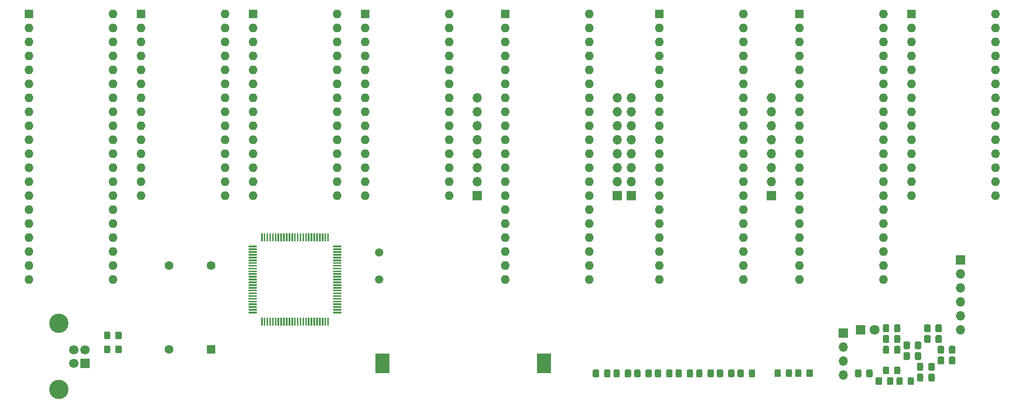
<source format=gbr>
G04 #@! TF.GenerationSoftware,KiCad,Pcbnew,(5.0.2)-1*
G04 #@! TF.CreationDate,2019-09-20T08:48:42-04:00*
G04 #@! TF.ProjectId,Z80_CPU,5a38305f-4350-4552-9e6b-696361645f70,rev?*
G04 #@! TF.SameCoordinates,Original*
G04 #@! TF.FileFunction,Copper,L1,Top*
G04 #@! TF.FilePolarity,Positive*
%FSLAX46Y46*%
G04 Gerber Fmt 4.6, Leading zero omitted, Abs format (unit mm)*
G04 Created by KiCad (PCBNEW (5.0.2)-1) date 9/20/2019 8:48:42 AM*
%MOMM*%
%LPD*%
G01*
G04 APERTURE LIST*
G04 #@! TA.AperFunction,ComponentPad*
%ADD10R,1.700000X1.700000*%
G04 #@! TD*
G04 #@! TA.AperFunction,ComponentPad*
%ADD11O,1.700000X1.700000*%
G04 #@! TD*
G04 #@! TA.AperFunction,SMDPad,CuDef*
%ADD12R,2.600000X3.600000*%
G04 #@! TD*
G04 #@! TA.AperFunction,Conductor*
%ADD13C,0.100000*%
G04 #@! TD*
G04 #@! TA.AperFunction,SMDPad,CuDef*
%ADD14C,1.150000*%
G04 #@! TD*
G04 #@! TA.AperFunction,ComponentPad*
%ADD15R,1.800000X1.800000*%
G04 #@! TD*
G04 #@! TA.AperFunction,ComponentPad*
%ADD16C,1.800000*%
G04 #@! TD*
G04 #@! TA.AperFunction,ComponentPad*
%ADD17C,1.700000*%
G04 #@! TD*
G04 #@! TA.AperFunction,ComponentPad*
%ADD18C,3.500000*%
G04 #@! TD*
G04 #@! TA.AperFunction,ComponentPad*
%ADD19R,1.600000X1.600000*%
G04 #@! TD*
G04 #@! TA.AperFunction,ComponentPad*
%ADD20O,1.600000X1.600000*%
G04 #@! TD*
G04 #@! TA.AperFunction,SMDPad,CuDef*
%ADD21C,0.300000*%
G04 #@! TD*
G04 #@! TA.AperFunction,ComponentPad*
%ADD22C,1.600000*%
G04 #@! TD*
G04 #@! TA.AperFunction,ComponentPad*
%ADD23C,1.500000*%
G04 #@! TD*
G04 APERTURE END LIST*
D10*
G04 #@! TO.P,BRD1,1*
G04 #@! TO.N,GND*
X174036001Y-52336001D03*
D11*
G04 #@! TO.P,BRD1,2*
G04 #@! TO.N,/S_D_RTS1*
X174036001Y-54876001D03*
G04 #@! TO.P,BRD1,3*
G04 #@! TO.N,+5V*
X174036001Y-57416001D03*
G04 #@! TO.P,BRD1,4*
G04 #@! TO.N,/SER_D2F1*
X174036001Y-59956001D03*
G04 #@! TO.P,BRD1,5*
G04 #@! TO.N,/SER_F2D1*
X174036001Y-62496001D03*
G04 #@! TO.P,BRD1,6*
G04 #@! TO.N,/S_D_CTS1*
X174036001Y-65036001D03*
G04 #@! TD*
D12*
G04 #@! TO.P,BT1,2*
G04 #@! TO.N,GND*
X98470000Y-71120000D03*
G04 #@! TO.P,BT1,1*
G04 #@! TO.N,Net-(BT1-Pad1)*
X69170000Y-71120000D03*
G04 #@! TD*
D13*
G04 #@! TO.N,Net-(C1-Pad1)*
G04 #@! TO.C,C1*
G36*
X168360506Y-65987205D02*
X168384774Y-65990805D01*
X168408573Y-65996766D01*
X168431672Y-66005031D01*
X168453851Y-66015521D01*
X168474894Y-66028133D01*
X168494600Y-66042748D01*
X168512778Y-66059224D01*
X168529254Y-66077402D01*
X168543869Y-66097108D01*
X168556481Y-66118151D01*
X168566971Y-66140330D01*
X168575236Y-66163429D01*
X168581197Y-66187228D01*
X168584797Y-66211496D01*
X168586001Y-66236000D01*
X168586001Y-67136002D01*
X168584797Y-67160506D01*
X168581197Y-67184774D01*
X168575236Y-67208573D01*
X168566971Y-67231672D01*
X168556481Y-67253851D01*
X168543869Y-67274894D01*
X168529254Y-67294600D01*
X168512778Y-67312778D01*
X168494600Y-67329254D01*
X168474894Y-67343869D01*
X168453851Y-67356481D01*
X168431672Y-67366971D01*
X168408573Y-67375236D01*
X168384774Y-67381197D01*
X168360506Y-67384797D01*
X168336002Y-67386001D01*
X167686000Y-67386001D01*
X167661496Y-67384797D01*
X167637228Y-67381197D01*
X167613429Y-67375236D01*
X167590330Y-67366971D01*
X167568151Y-67356481D01*
X167547108Y-67343869D01*
X167527402Y-67329254D01*
X167509224Y-67312778D01*
X167492748Y-67294600D01*
X167478133Y-67274894D01*
X167465521Y-67253851D01*
X167455031Y-67231672D01*
X167446766Y-67208573D01*
X167440805Y-67184774D01*
X167437205Y-67160506D01*
X167436001Y-67136002D01*
X167436001Y-66236000D01*
X167437205Y-66211496D01*
X167440805Y-66187228D01*
X167446766Y-66163429D01*
X167455031Y-66140330D01*
X167465521Y-66118151D01*
X167478133Y-66097108D01*
X167492748Y-66077402D01*
X167509224Y-66059224D01*
X167527402Y-66042748D01*
X167547108Y-66028133D01*
X167568151Y-66015521D01*
X167590330Y-66005031D01*
X167613429Y-65996766D01*
X167637228Y-65990805D01*
X167661496Y-65987205D01*
X167686000Y-65986001D01*
X168336002Y-65986001D01*
X168360506Y-65987205D01*
X168360506Y-65987205D01*
G37*
D14*
G04 #@! TD*
G04 #@! TO.P,C1,1*
G04 #@! TO.N,Net-(C1-Pad1)*
X168011001Y-66686001D03*
D13*
G04 #@! TO.N,GND*
G04 #@! TO.C,C1*
G36*
X170410506Y-65987205D02*
X170434774Y-65990805D01*
X170458573Y-65996766D01*
X170481672Y-66005031D01*
X170503851Y-66015521D01*
X170524894Y-66028133D01*
X170544600Y-66042748D01*
X170562778Y-66059224D01*
X170579254Y-66077402D01*
X170593869Y-66097108D01*
X170606481Y-66118151D01*
X170616971Y-66140330D01*
X170625236Y-66163429D01*
X170631197Y-66187228D01*
X170634797Y-66211496D01*
X170636001Y-66236000D01*
X170636001Y-67136002D01*
X170634797Y-67160506D01*
X170631197Y-67184774D01*
X170625236Y-67208573D01*
X170616971Y-67231672D01*
X170606481Y-67253851D01*
X170593869Y-67274894D01*
X170579254Y-67294600D01*
X170562778Y-67312778D01*
X170544600Y-67329254D01*
X170524894Y-67343869D01*
X170503851Y-67356481D01*
X170481672Y-67366971D01*
X170458573Y-67375236D01*
X170434774Y-67381197D01*
X170410506Y-67384797D01*
X170386002Y-67386001D01*
X169736000Y-67386001D01*
X169711496Y-67384797D01*
X169687228Y-67381197D01*
X169663429Y-67375236D01*
X169640330Y-67366971D01*
X169618151Y-67356481D01*
X169597108Y-67343869D01*
X169577402Y-67329254D01*
X169559224Y-67312778D01*
X169542748Y-67294600D01*
X169528133Y-67274894D01*
X169515521Y-67253851D01*
X169505031Y-67231672D01*
X169496766Y-67208573D01*
X169490805Y-67184774D01*
X169487205Y-67160506D01*
X169486001Y-67136002D01*
X169486001Y-66236000D01*
X169487205Y-66211496D01*
X169490805Y-66187228D01*
X169496766Y-66163429D01*
X169505031Y-66140330D01*
X169515521Y-66118151D01*
X169528133Y-66097108D01*
X169542748Y-66077402D01*
X169559224Y-66059224D01*
X169577402Y-66042748D01*
X169597108Y-66028133D01*
X169618151Y-66015521D01*
X169640330Y-66005031D01*
X169663429Y-65996766D01*
X169687228Y-65990805D01*
X169711496Y-65987205D01*
X169736000Y-65986001D01*
X170386002Y-65986001D01*
X170410506Y-65987205D01*
X170410506Y-65987205D01*
G37*
D14*
G04 #@! TD*
G04 #@! TO.P,C1,2*
G04 #@! TO.N,GND*
X170061001Y-66686001D03*
D13*
G04 #@! TO.N,Net-(C2-Pad1)*
G04 #@! TO.C,C2*
G36*
X168360506Y-64037205D02*
X168384774Y-64040805D01*
X168408573Y-64046766D01*
X168431672Y-64055031D01*
X168453851Y-64065521D01*
X168474894Y-64078133D01*
X168494600Y-64092748D01*
X168512778Y-64109224D01*
X168529254Y-64127402D01*
X168543869Y-64147108D01*
X168556481Y-64168151D01*
X168566971Y-64190330D01*
X168575236Y-64213429D01*
X168581197Y-64237228D01*
X168584797Y-64261496D01*
X168586001Y-64286000D01*
X168586001Y-65186002D01*
X168584797Y-65210506D01*
X168581197Y-65234774D01*
X168575236Y-65258573D01*
X168566971Y-65281672D01*
X168556481Y-65303851D01*
X168543869Y-65324894D01*
X168529254Y-65344600D01*
X168512778Y-65362778D01*
X168494600Y-65379254D01*
X168474894Y-65393869D01*
X168453851Y-65406481D01*
X168431672Y-65416971D01*
X168408573Y-65425236D01*
X168384774Y-65431197D01*
X168360506Y-65434797D01*
X168336002Y-65436001D01*
X167686000Y-65436001D01*
X167661496Y-65434797D01*
X167637228Y-65431197D01*
X167613429Y-65425236D01*
X167590330Y-65416971D01*
X167568151Y-65406481D01*
X167547108Y-65393869D01*
X167527402Y-65379254D01*
X167509224Y-65362778D01*
X167492748Y-65344600D01*
X167478133Y-65324894D01*
X167465521Y-65303851D01*
X167455031Y-65281672D01*
X167446766Y-65258573D01*
X167440805Y-65234774D01*
X167437205Y-65210506D01*
X167436001Y-65186002D01*
X167436001Y-64286000D01*
X167437205Y-64261496D01*
X167440805Y-64237228D01*
X167446766Y-64213429D01*
X167455031Y-64190330D01*
X167465521Y-64168151D01*
X167478133Y-64147108D01*
X167492748Y-64127402D01*
X167509224Y-64109224D01*
X167527402Y-64092748D01*
X167547108Y-64078133D01*
X167568151Y-64065521D01*
X167590330Y-64055031D01*
X167613429Y-64046766D01*
X167637228Y-64040805D01*
X167661496Y-64037205D01*
X167686000Y-64036001D01*
X168336002Y-64036001D01*
X168360506Y-64037205D01*
X168360506Y-64037205D01*
G37*
D14*
G04 #@! TD*
G04 #@! TO.P,C2,1*
G04 #@! TO.N,Net-(C2-Pad1)*
X168011001Y-64736001D03*
D13*
G04 #@! TO.N,GND*
G04 #@! TO.C,C2*
G36*
X170410506Y-64037205D02*
X170434774Y-64040805D01*
X170458573Y-64046766D01*
X170481672Y-64055031D01*
X170503851Y-64065521D01*
X170524894Y-64078133D01*
X170544600Y-64092748D01*
X170562778Y-64109224D01*
X170579254Y-64127402D01*
X170593869Y-64147108D01*
X170606481Y-64168151D01*
X170616971Y-64190330D01*
X170625236Y-64213429D01*
X170631197Y-64237228D01*
X170634797Y-64261496D01*
X170636001Y-64286000D01*
X170636001Y-65186002D01*
X170634797Y-65210506D01*
X170631197Y-65234774D01*
X170625236Y-65258573D01*
X170616971Y-65281672D01*
X170606481Y-65303851D01*
X170593869Y-65324894D01*
X170579254Y-65344600D01*
X170562778Y-65362778D01*
X170544600Y-65379254D01*
X170524894Y-65393869D01*
X170503851Y-65406481D01*
X170481672Y-65416971D01*
X170458573Y-65425236D01*
X170434774Y-65431197D01*
X170410506Y-65434797D01*
X170386002Y-65436001D01*
X169736000Y-65436001D01*
X169711496Y-65434797D01*
X169687228Y-65431197D01*
X169663429Y-65425236D01*
X169640330Y-65416971D01*
X169618151Y-65406481D01*
X169597108Y-65393869D01*
X169577402Y-65379254D01*
X169559224Y-65362778D01*
X169542748Y-65344600D01*
X169528133Y-65324894D01*
X169515521Y-65303851D01*
X169505031Y-65281672D01*
X169496766Y-65258573D01*
X169490805Y-65234774D01*
X169487205Y-65210506D01*
X169486001Y-65186002D01*
X169486001Y-64286000D01*
X169487205Y-64261496D01*
X169490805Y-64237228D01*
X169496766Y-64213429D01*
X169505031Y-64190330D01*
X169515521Y-64168151D01*
X169528133Y-64147108D01*
X169542748Y-64127402D01*
X169559224Y-64109224D01*
X169577402Y-64092748D01*
X169597108Y-64078133D01*
X169618151Y-64065521D01*
X169640330Y-64055031D01*
X169663429Y-64046766D01*
X169687228Y-64040805D01*
X169711496Y-64037205D01*
X169736000Y-64036001D01*
X170386002Y-64036001D01*
X170410506Y-64037205D01*
X170410506Y-64037205D01*
G37*
D14*
G04 #@! TD*
G04 #@! TO.P,C2,2*
G04 #@! TO.N,GND*
X170061001Y-64736001D03*
D13*
G04 #@! TO.N,Net-(C3-Pad1)*
G04 #@! TO.C,C3*
G36*
X164610506Y-69087205D02*
X164634774Y-69090805D01*
X164658573Y-69096766D01*
X164681672Y-69105031D01*
X164703851Y-69115521D01*
X164724894Y-69128133D01*
X164744600Y-69142748D01*
X164762778Y-69159224D01*
X164779254Y-69177402D01*
X164793869Y-69197108D01*
X164806481Y-69218151D01*
X164816971Y-69240330D01*
X164825236Y-69263429D01*
X164831197Y-69287228D01*
X164834797Y-69311496D01*
X164836001Y-69336000D01*
X164836001Y-70236002D01*
X164834797Y-70260506D01*
X164831197Y-70284774D01*
X164825236Y-70308573D01*
X164816971Y-70331672D01*
X164806481Y-70353851D01*
X164793869Y-70374894D01*
X164779254Y-70394600D01*
X164762778Y-70412778D01*
X164744600Y-70429254D01*
X164724894Y-70443869D01*
X164703851Y-70456481D01*
X164681672Y-70466971D01*
X164658573Y-70475236D01*
X164634774Y-70481197D01*
X164610506Y-70484797D01*
X164586002Y-70486001D01*
X163936000Y-70486001D01*
X163911496Y-70484797D01*
X163887228Y-70481197D01*
X163863429Y-70475236D01*
X163840330Y-70466971D01*
X163818151Y-70456481D01*
X163797108Y-70443869D01*
X163777402Y-70429254D01*
X163759224Y-70412778D01*
X163742748Y-70394600D01*
X163728133Y-70374894D01*
X163715521Y-70353851D01*
X163705031Y-70331672D01*
X163696766Y-70308573D01*
X163690805Y-70284774D01*
X163687205Y-70260506D01*
X163686001Y-70236002D01*
X163686001Y-69336000D01*
X163687205Y-69311496D01*
X163690805Y-69287228D01*
X163696766Y-69263429D01*
X163705031Y-69240330D01*
X163715521Y-69218151D01*
X163728133Y-69197108D01*
X163742748Y-69177402D01*
X163759224Y-69159224D01*
X163777402Y-69142748D01*
X163797108Y-69128133D01*
X163818151Y-69115521D01*
X163840330Y-69105031D01*
X163863429Y-69096766D01*
X163887228Y-69090805D01*
X163911496Y-69087205D01*
X163936000Y-69086001D01*
X164586002Y-69086001D01*
X164610506Y-69087205D01*
X164610506Y-69087205D01*
G37*
D14*
G04 #@! TD*
G04 #@! TO.P,C3,1*
G04 #@! TO.N,Net-(C3-Pad1)*
X164261001Y-69786001D03*
D13*
G04 #@! TO.N,GND*
G04 #@! TO.C,C3*
G36*
X166660506Y-69087205D02*
X166684774Y-69090805D01*
X166708573Y-69096766D01*
X166731672Y-69105031D01*
X166753851Y-69115521D01*
X166774894Y-69128133D01*
X166794600Y-69142748D01*
X166812778Y-69159224D01*
X166829254Y-69177402D01*
X166843869Y-69197108D01*
X166856481Y-69218151D01*
X166866971Y-69240330D01*
X166875236Y-69263429D01*
X166881197Y-69287228D01*
X166884797Y-69311496D01*
X166886001Y-69336000D01*
X166886001Y-70236002D01*
X166884797Y-70260506D01*
X166881197Y-70284774D01*
X166875236Y-70308573D01*
X166866971Y-70331672D01*
X166856481Y-70353851D01*
X166843869Y-70374894D01*
X166829254Y-70394600D01*
X166812778Y-70412778D01*
X166794600Y-70429254D01*
X166774894Y-70443869D01*
X166753851Y-70456481D01*
X166731672Y-70466971D01*
X166708573Y-70475236D01*
X166684774Y-70481197D01*
X166660506Y-70484797D01*
X166636002Y-70486001D01*
X165986000Y-70486001D01*
X165961496Y-70484797D01*
X165937228Y-70481197D01*
X165913429Y-70475236D01*
X165890330Y-70466971D01*
X165868151Y-70456481D01*
X165847108Y-70443869D01*
X165827402Y-70429254D01*
X165809224Y-70412778D01*
X165792748Y-70394600D01*
X165778133Y-70374894D01*
X165765521Y-70353851D01*
X165755031Y-70331672D01*
X165746766Y-70308573D01*
X165740805Y-70284774D01*
X165737205Y-70260506D01*
X165736001Y-70236002D01*
X165736001Y-69336000D01*
X165737205Y-69311496D01*
X165740805Y-69287228D01*
X165746766Y-69263429D01*
X165755031Y-69240330D01*
X165765521Y-69218151D01*
X165778133Y-69197108D01*
X165792748Y-69177402D01*
X165809224Y-69159224D01*
X165827402Y-69142748D01*
X165847108Y-69128133D01*
X165868151Y-69115521D01*
X165890330Y-69105031D01*
X165913429Y-69096766D01*
X165937228Y-69090805D01*
X165961496Y-69087205D01*
X165986000Y-69086001D01*
X166636002Y-69086001D01*
X166660506Y-69087205D01*
X166660506Y-69087205D01*
G37*
D14*
G04 #@! TD*
G04 #@! TO.P,C3,2*
G04 #@! TO.N,GND*
X166311001Y-69786001D03*
D13*
G04 #@! TO.N,GND*
G04 #@! TO.C,C4*
G36*
X114060506Y-72237205D02*
X114084774Y-72240805D01*
X114108573Y-72246766D01*
X114131672Y-72255031D01*
X114153851Y-72265521D01*
X114174894Y-72278133D01*
X114194600Y-72292748D01*
X114212778Y-72309224D01*
X114229254Y-72327402D01*
X114243869Y-72347108D01*
X114256481Y-72368151D01*
X114266971Y-72390330D01*
X114275236Y-72413429D01*
X114281197Y-72437228D01*
X114284797Y-72461496D01*
X114286001Y-72486000D01*
X114286001Y-73386002D01*
X114284797Y-73410506D01*
X114281197Y-73434774D01*
X114275236Y-73458573D01*
X114266971Y-73481672D01*
X114256481Y-73503851D01*
X114243869Y-73524894D01*
X114229254Y-73544600D01*
X114212778Y-73562778D01*
X114194600Y-73579254D01*
X114174894Y-73593869D01*
X114153851Y-73606481D01*
X114131672Y-73616971D01*
X114108573Y-73625236D01*
X114084774Y-73631197D01*
X114060506Y-73634797D01*
X114036002Y-73636001D01*
X113386000Y-73636001D01*
X113361496Y-73634797D01*
X113337228Y-73631197D01*
X113313429Y-73625236D01*
X113290330Y-73616971D01*
X113268151Y-73606481D01*
X113247108Y-73593869D01*
X113227402Y-73579254D01*
X113209224Y-73562778D01*
X113192748Y-73544600D01*
X113178133Y-73524894D01*
X113165521Y-73503851D01*
X113155031Y-73481672D01*
X113146766Y-73458573D01*
X113140805Y-73434774D01*
X113137205Y-73410506D01*
X113136001Y-73386002D01*
X113136001Y-72486000D01*
X113137205Y-72461496D01*
X113140805Y-72437228D01*
X113146766Y-72413429D01*
X113155031Y-72390330D01*
X113165521Y-72368151D01*
X113178133Y-72347108D01*
X113192748Y-72327402D01*
X113209224Y-72309224D01*
X113227402Y-72292748D01*
X113247108Y-72278133D01*
X113268151Y-72265521D01*
X113290330Y-72255031D01*
X113313429Y-72246766D01*
X113337228Y-72240805D01*
X113361496Y-72237205D01*
X113386000Y-72236001D01*
X114036002Y-72236001D01*
X114060506Y-72237205D01*
X114060506Y-72237205D01*
G37*
D14*
G04 #@! TD*
G04 #@! TO.P,C4,2*
G04 #@! TO.N,GND*
X113711001Y-72936001D03*
D13*
G04 #@! TO.N,Net-(C4-Pad1)*
G04 #@! TO.C,C4*
G36*
X112010506Y-72237205D02*
X112034774Y-72240805D01*
X112058573Y-72246766D01*
X112081672Y-72255031D01*
X112103851Y-72265521D01*
X112124894Y-72278133D01*
X112144600Y-72292748D01*
X112162778Y-72309224D01*
X112179254Y-72327402D01*
X112193869Y-72347108D01*
X112206481Y-72368151D01*
X112216971Y-72390330D01*
X112225236Y-72413429D01*
X112231197Y-72437228D01*
X112234797Y-72461496D01*
X112236001Y-72486000D01*
X112236001Y-73386002D01*
X112234797Y-73410506D01*
X112231197Y-73434774D01*
X112225236Y-73458573D01*
X112216971Y-73481672D01*
X112206481Y-73503851D01*
X112193869Y-73524894D01*
X112179254Y-73544600D01*
X112162778Y-73562778D01*
X112144600Y-73579254D01*
X112124894Y-73593869D01*
X112103851Y-73606481D01*
X112081672Y-73616971D01*
X112058573Y-73625236D01*
X112034774Y-73631197D01*
X112010506Y-73634797D01*
X111986002Y-73636001D01*
X111336000Y-73636001D01*
X111311496Y-73634797D01*
X111287228Y-73631197D01*
X111263429Y-73625236D01*
X111240330Y-73616971D01*
X111218151Y-73606481D01*
X111197108Y-73593869D01*
X111177402Y-73579254D01*
X111159224Y-73562778D01*
X111142748Y-73544600D01*
X111128133Y-73524894D01*
X111115521Y-73503851D01*
X111105031Y-73481672D01*
X111096766Y-73458573D01*
X111090805Y-73434774D01*
X111087205Y-73410506D01*
X111086001Y-73386002D01*
X111086001Y-72486000D01*
X111087205Y-72461496D01*
X111090805Y-72437228D01*
X111096766Y-72413429D01*
X111105031Y-72390330D01*
X111115521Y-72368151D01*
X111128133Y-72347108D01*
X111142748Y-72327402D01*
X111159224Y-72309224D01*
X111177402Y-72292748D01*
X111197108Y-72278133D01*
X111218151Y-72265521D01*
X111240330Y-72255031D01*
X111263429Y-72246766D01*
X111287228Y-72240805D01*
X111311496Y-72237205D01*
X111336000Y-72236001D01*
X111986002Y-72236001D01*
X112010506Y-72237205D01*
X112010506Y-72237205D01*
G37*
D14*
G04 #@! TD*
G04 #@! TO.P,C4,1*
G04 #@! TO.N,Net-(C4-Pad1)*
X111661001Y-72936001D03*
D13*
G04 #@! TO.N,GND*
G04 #@! TO.C,C5*
G36*
X162910506Y-67937205D02*
X162934774Y-67940805D01*
X162958573Y-67946766D01*
X162981672Y-67955031D01*
X163003851Y-67965521D01*
X163024894Y-67978133D01*
X163044600Y-67992748D01*
X163062778Y-68009224D01*
X163079254Y-68027402D01*
X163093869Y-68047108D01*
X163106481Y-68068151D01*
X163116971Y-68090330D01*
X163125236Y-68113429D01*
X163131197Y-68137228D01*
X163134797Y-68161496D01*
X163136001Y-68186000D01*
X163136001Y-69086002D01*
X163134797Y-69110506D01*
X163131197Y-69134774D01*
X163125236Y-69158573D01*
X163116971Y-69181672D01*
X163106481Y-69203851D01*
X163093869Y-69224894D01*
X163079254Y-69244600D01*
X163062778Y-69262778D01*
X163044600Y-69279254D01*
X163024894Y-69293869D01*
X163003851Y-69306481D01*
X162981672Y-69316971D01*
X162958573Y-69325236D01*
X162934774Y-69331197D01*
X162910506Y-69334797D01*
X162886002Y-69336001D01*
X162236000Y-69336001D01*
X162211496Y-69334797D01*
X162187228Y-69331197D01*
X162163429Y-69325236D01*
X162140330Y-69316971D01*
X162118151Y-69306481D01*
X162097108Y-69293869D01*
X162077402Y-69279254D01*
X162059224Y-69262778D01*
X162042748Y-69244600D01*
X162028133Y-69224894D01*
X162015521Y-69203851D01*
X162005031Y-69181672D01*
X161996766Y-69158573D01*
X161990805Y-69134774D01*
X161987205Y-69110506D01*
X161986001Y-69086002D01*
X161986001Y-68186000D01*
X161987205Y-68161496D01*
X161990805Y-68137228D01*
X161996766Y-68113429D01*
X162005031Y-68090330D01*
X162015521Y-68068151D01*
X162028133Y-68047108D01*
X162042748Y-68027402D01*
X162059224Y-68009224D01*
X162077402Y-67992748D01*
X162097108Y-67978133D01*
X162118151Y-67965521D01*
X162140330Y-67955031D01*
X162163429Y-67946766D01*
X162187228Y-67940805D01*
X162211496Y-67937205D01*
X162236000Y-67936001D01*
X162886002Y-67936001D01*
X162910506Y-67937205D01*
X162910506Y-67937205D01*
G37*
D14*
G04 #@! TD*
G04 #@! TO.P,C5,2*
G04 #@! TO.N,GND*
X162561001Y-68636001D03*
D13*
G04 #@! TO.N,Net-(C5-Pad1)*
G04 #@! TO.C,C5*
G36*
X160860506Y-67937205D02*
X160884774Y-67940805D01*
X160908573Y-67946766D01*
X160931672Y-67955031D01*
X160953851Y-67965521D01*
X160974894Y-67978133D01*
X160994600Y-67992748D01*
X161012778Y-68009224D01*
X161029254Y-68027402D01*
X161043869Y-68047108D01*
X161056481Y-68068151D01*
X161066971Y-68090330D01*
X161075236Y-68113429D01*
X161081197Y-68137228D01*
X161084797Y-68161496D01*
X161086001Y-68186000D01*
X161086001Y-69086002D01*
X161084797Y-69110506D01*
X161081197Y-69134774D01*
X161075236Y-69158573D01*
X161066971Y-69181672D01*
X161056481Y-69203851D01*
X161043869Y-69224894D01*
X161029254Y-69244600D01*
X161012778Y-69262778D01*
X160994600Y-69279254D01*
X160974894Y-69293869D01*
X160953851Y-69306481D01*
X160931672Y-69316971D01*
X160908573Y-69325236D01*
X160884774Y-69331197D01*
X160860506Y-69334797D01*
X160836002Y-69336001D01*
X160186000Y-69336001D01*
X160161496Y-69334797D01*
X160137228Y-69331197D01*
X160113429Y-69325236D01*
X160090330Y-69316971D01*
X160068151Y-69306481D01*
X160047108Y-69293869D01*
X160027402Y-69279254D01*
X160009224Y-69262778D01*
X159992748Y-69244600D01*
X159978133Y-69224894D01*
X159965521Y-69203851D01*
X159955031Y-69181672D01*
X159946766Y-69158573D01*
X159940805Y-69134774D01*
X159937205Y-69110506D01*
X159936001Y-69086002D01*
X159936001Y-68186000D01*
X159937205Y-68161496D01*
X159940805Y-68137228D01*
X159946766Y-68113429D01*
X159955031Y-68090330D01*
X159965521Y-68068151D01*
X159978133Y-68047108D01*
X159992748Y-68027402D01*
X160009224Y-68009224D01*
X160027402Y-67992748D01*
X160047108Y-67978133D01*
X160068151Y-67965521D01*
X160090330Y-67955031D01*
X160113429Y-67946766D01*
X160137228Y-67940805D01*
X160161496Y-67937205D01*
X160186000Y-67936001D01*
X160836002Y-67936001D01*
X160860506Y-67937205D01*
X160860506Y-67937205D01*
G37*
D14*
G04 #@! TD*
G04 #@! TO.P,C5,1*
G04 #@! TO.N,Net-(C5-Pad1)*
X160511001Y-68636001D03*
D13*
G04 #@! TO.N,GND*
G04 #@! TO.C,C6*
G36*
X164610506Y-67137205D02*
X164634774Y-67140805D01*
X164658573Y-67146766D01*
X164681672Y-67155031D01*
X164703851Y-67165521D01*
X164724894Y-67178133D01*
X164744600Y-67192748D01*
X164762778Y-67209224D01*
X164779254Y-67227402D01*
X164793869Y-67247108D01*
X164806481Y-67268151D01*
X164816971Y-67290330D01*
X164825236Y-67313429D01*
X164831197Y-67337228D01*
X164834797Y-67361496D01*
X164836001Y-67386000D01*
X164836001Y-68286002D01*
X164834797Y-68310506D01*
X164831197Y-68334774D01*
X164825236Y-68358573D01*
X164816971Y-68381672D01*
X164806481Y-68403851D01*
X164793869Y-68424894D01*
X164779254Y-68444600D01*
X164762778Y-68462778D01*
X164744600Y-68479254D01*
X164724894Y-68493869D01*
X164703851Y-68506481D01*
X164681672Y-68516971D01*
X164658573Y-68525236D01*
X164634774Y-68531197D01*
X164610506Y-68534797D01*
X164586002Y-68536001D01*
X163936000Y-68536001D01*
X163911496Y-68534797D01*
X163887228Y-68531197D01*
X163863429Y-68525236D01*
X163840330Y-68516971D01*
X163818151Y-68506481D01*
X163797108Y-68493869D01*
X163777402Y-68479254D01*
X163759224Y-68462778D01*
X163742748Y-68444600D01*
X163728133Y-68424894D01*
X163715521Y-68403851D01*
X163705031Y-68381672D01*
X163696766Y-68358573D01*
X163690805Y-68334774D01*
X163687205Y-68310506D01*
X163686001Y-68286002D01*
X163686001Y-67386000D01*
X163687205Y-67361496D01*
X163690805Y-67337228D01*
X163696766Y-67313429D01*
X163705031Y-67290330D01*
X163715521Y-67268151D01*
X163728133Y-67247108D01*
X163742748Y-67227402D01*
X163759224Y-67209224D01*
X163777402Y-67192748D01*
X163797108Y-67178133D01*
X163818151Y-67165521D01*
X163840330Y-67155031D01*
X163863429Y-67146766D01*
X163887228Y-67140805D01*
X163911496Y-67137205D01*
X163936000Y-67136001D01*
X164586002Y-67136001D01*
X164610506Y-67137205D01*
X164610506Y-67137205D01*
G37*
D14*
G04 #@! TD*
G04 #@! TO.P,C6,1*
G04 #@! TO.N,GND*
X164261001Y-67836001D03*
D13*
G04 #@! TO.N,+5V*
G04 #@! TO.C,C6*
G36*
X166660506Y-67137205D02*
X166684774Y-67140805D01*
X166708573Y-67146766D01*
X166731672Y-67155031D01*
X166753851Y-67165521D01*
X166774894Y-67178133D01*
X166794600Y-67192748D01*
X166812778Y-67209224D01*
X166829254Y-67227402D01*
X166843869Y-67247108D01*
X166856481Y-67268151D01*
X166866971Y-67290330D01*
X166875236Y-67313429D01*
X166881197Y-67337228D01*
X166884797Y-67361496D01*
X166886001Y-67386000D01*
X166886001Y-68286002D01*
X166884797Y-68310506D01*
X166881197Y-68334774D01*
X166875236Y-68358573D01*
X166866971Y-68381672D01*
X166856481Y-68403851D01*
X166843869Y-68424894D01*
X166829254Y-68444600D01*
X166812778Y-68462778D01*
X166794600Y-68479254D01*
X166774894Y-68493869D01*
X166753851Y-68506481D01*
X166731672Y-68516971D01*
X166708573Y-68525236D01*
X166684774Y-68531197D01*
X166660506Y-68534797D01*
X166636002Y-68536001D01*
X165986000Y-68536001D01*
X165961496Y-68534797D01*
X165937228Y-68531197D01*
X165913429Y-68525236D01*
X165890330Y-68516971D01*
X165868151Y-68506481D01*
X165847108Y-68493869D01*
X165827402Y-68479254D01*
X165809224Y-68462778D01*
X165792748Y-68444600D01*
X165778133Y-68424894D01*
X165765521Y-68403851D01*
X165755031Y-68381672D01*
X165746766Y-68358573D01*
X165740805Y-68334774D01*
X165737205Y-68310506D01*
X165736001Y-68286002D01*
X165736001Y-67386000D01*
X165737205Y-67361496D01*
X165740805Y-67337228D01*
X165746766Y-67313429D01*
X165755031Y-67290330D01*
X165765521Y-67268151D01*
X165778133Y-67247108D01*
X165792748Y-67227402D01*
X165809224Y-67209224D01*
X165827402Y-67192748D01*
X165847108Y-67178133D01*
X165868151Y-67165521D01*
X165890330Y-67155031D01*
X165913429Y-67146766D01*
X165937228Y-67140805D01*
X165961496Y-67137205D01*
X165986000Y-67136001D01*
X166636002Y-67136001D01*
X166660506Y-67137205D01*
X166660506Y-67137205D01*
G37*
D14*
G04 #@! TD*
G04 #@! TO.P,C6,2*
G04 #@! TO.N,+5V*
X166311001Y-67836001D03*
D13*
G04 #@! TO.N,Net-(C7-Pad2)*
G04 #@! TO.C,C7*
G36*
X162910506Y-65987205D02*
X162934774Y-65990805D01*
X162958573Y-65996766D01*
X162981672Y-66005031D01*
X163003851Y-66015521D01*
X163024894Y-66028133D01*
X163044600Y-66042748D01*
X163062778Y-66059224D01*
X163079254Y-66077402D01*
X163093869Y-66097108D01*
X163106481Y-66118151D01*
X163116971Y-66140330D01*
X163125236Y-66163429D01*
X163131197Y-66187228D01*
X163134797Y-66211496D01*
X163136001Y-66236000D01*
X163136001Y-67136002D01*
X163134797Y-67160506D01*
X163131197Y-67184774D01*
X163125236Y-67208573D01*
X163116971Y-67231672D01*
X163106481Y-67253851D01*
X163093869Y-67274894D01*
X163079254Y-67294600D01*
X163062778Y-67312778D01*
X163044600Y-67329254D01*
X163024894Y-67343869D01*
X163003851Y-67356481D01*
X162981672Y-67366971D01*
X162958573Y-67375236D01*
X162934774Y-67381197D01*
X162910506Y-67384797D01*
X162886002Y-67386001D01*
X162236000Y-67386001D01*
X162211496Y-67384797D01*
X162187228Y-67381197D01*
X162163429Y-67375236D01*
X162140330Y-67366971D01*
X162118151Y-67356481D01*
X162097108Y-67343869D01*
X162077402Y-67329254D01*
X162059224Y-67312778D01*
X162042748Y-67294600D01*
X162028133Y-67274894D01*
X162015521Y-67253851D01*
X162005031Y-67231672D01*
X161996766Y-67208573D01*
X161990805Y-67184774D01*
X161987205Y-67160506D01*
X161986001Y-67136002D01*
X161986001Y-66236000D01*
X161987205Y-66211496D01*
X161990805Y-66187228D01*
X161996766Y-66163429D01*
X162005031Y-66140330D01*
X162015521Y-66118151D01*
X162028133Y-66097108D01*
X162042748Y-66077402D01*
X162059224Y-66059224D01*
X162077402Y-66042748D01*
X162097108Y-66028133D01*
X162118151Y-66015521D01*
X162140330Y-66005031D01*
X162163429Y-65996766D01*
X162187228Y-65990805D01*
X162211496Y-65987205D01*
X162236000Y-65986001D01*
X162886002Y-65986001D01*
X162910506Y-65987205D01*
X162910506Y-65987205D01*
G37*
D14*
G04 #@! TD*
G04 #@! TO.P,C7,2*
G04 #@! TO.N,Net-(C7-Pad2)*
X162561001Y-66686001D03*
D13*
G04 #@! TO.N,GND*
G04 #@! TO.C,C7*
G36*
X160860506Y-65987205D02*
X160884774Y-65990805D01*
X160908573Y-65996766D01*
X160931672Y-66005031D01*
X160953851Y-66015521D01*
X160974894Y-66028133D01*
X160994600Y-66042748D01*
X161012778Y-66059224D01*
X161029254Y-66077402D01*
X161043869Y-66097108D01*
X161056481Y-66118151D01*
X161066971Y-66140330D01*
X161075236Y-66163429D01*
X161081197Y-66187228D01*
X161084797Y-66211496D01*
X161086001Y-66236000D01*
X161086001Y-67136002D01*
X161084797Y-67160506D01*
X161081197Y-67184774D01*
X161075236Y-67208573D01*
X161066971Y-67231672D01*
X161056481Y-67253851D01*
X161043869Y-67274894D01*
X161029254Y-67294600D01*
X161012778Y-67312778D01*
X160994600Y-67329254D01*
X160974894Y-67343869D01*
X160953851Y-67356481D01*
X160931672Y-67366971D01*
X160908573Y-67375236D01*
X160884774Y-67381197D01*
X160860506Y-67384797D01*
X160836002Y-67386001D01*
X160186000Y-67386001D01*
X160161496Y-67384797D01*
X160137228Y-67381197D01*
X160113429Y-67375236D01*
X160090330Y-67366971D01*
X160068151Y-67356481D01*
X160047108Y-67343869D01*
X160027402Y-67329254D01*
X160009224Y-67312778D01*
X159992748Y-67294600D01*
X159978133Y-67274894D01*
X159965521Y-67253851D01*
X159955031Y-67231672D01*
X159946766Y-67208573D01*
X159940805Y-67184774D01*
X159937205Y-67160506D01*
X159936001Y-67136002D01*
X159936001Y-66236000D01*
X159937205Y-66211496D01*
X159940805Y-66187228D01*
X159946766Y-66163429D01*
X159955031Y-66140330D01*
X159965521Y-66118151D01*
X159978133Y-66097108D01*
X159992748Y-66077402D01*
X160009224Y-66059224D01*
X160027402Y-66042748D01*
X160047108Y-66028133D01*
X160068151Y-66015521D01*
X160090330Y-66005031D01*
X160113429Y-65996766D01*
X160137228Y-65990805D01*
X160161496Y-65987205D01*
X160186000Y-65986001D01*
X160836002Y-65986001D01*
X160860506Y-65987205D01*
X160860506Y-65987205D01*
G37*
D14*
G04 #@! TD*
G04 #@! TO.P,C7,1*
G04 #@! TO.N,GND*
X160511001Y-66686001D03*
D13*
G04 #@! TO.N,GND*
G04 #@! TO.C,C8*
G36*
X108260506Y-72237205D02*
X108284774Y-72240805D01*
X108308573Y-72246766D01*
X108331672Y-72255031D01*
X108353851Y-72265521D01*
X108374894Y-72278133D01*
X108394600Y-72292748D01*
X108412778Y-72309224D01*
X108429254Y-72327402D01*
X108443869Y-72347108D01*
X108456481Y-72368151D01*
X108466971Y-72390330D01*
X108475236Y-72413429D01*
X108481197Y-72437228D01*
X108484797Y-72461496D01*
X108486001Y-72486000D01*
X108486001Y-73386002D01*
X108484797Y-73410506D01*
X108481197Y-73434774D01*
X108475236Y-73458573D01*
X108466971Y-73481672D01*
X108456481Y-73503851D01*
X108443869Y-73524894D01*
X108429254Y-73544600D01*
X108412778Y-73562778D01*
X108394600Y-73579254D01*
X108374894Y-73593869D01*
X108353851Y-73606481D01*
X108331672Y-73616971D01*
X108308573Y-73625236D01*
X108284774Y-73631197D01*
X108260506Y-73634797D01*
X108236002Y-73636001D01*
X107586000Y-73636001D01*
X107561496Y-73634797D01*
X107537228Y-73631197D01*
X107513429Y-73625236D01*
X107490330Y-73616971D01*
X107468151Y-73606481D01*
X107447108Y-73593869D01*
X107427402Y-73579254D01*
X107409224Y-73562778D01*
X107392748Y-73544600D01*
X107378133Y-73524894D01*
X107365521Y-73503851D01*
X107355031Y-73481672D01*
X107346766Y-73458573D01*
X107340805Y-73434774D01*
X107337205Y-73410506D01*
X107336001Y-73386002D01*
X107336001Y-72486000D01*
X107337205Y-72461496D01*
X107340805Y-72437228D01*
X107346766Y-72413429D01*
X107355031Y-72390330D01*
X107365521Y-72368151D01*
X107378133Y-72347108D01*
X107392748Y-72327402D01*
X107409224Y-72309224D01*
X107427402Y-72292748D01*
X107447108Y-72278133D01*
X107468151Y-72265521D01*
X107490330Y-72255031D01*
X107513429Y-72246766D01*
X107537228Y-72240805D01*
X107561496Y-72237205D01*
X107586000Y-72236001D01*
X108236002Y-72236001D01*
X108260506Y-72237205D01*
X108260506Y-72237205D01*
G37*
D14*
G04 #@! TD*
G04 #@! TO.P,C8,1*
G04 #@! TO.N,GND*
X107911001Y-72936001D03*
D13*
G04 #@! TO.N,Net-(C8-Pad2)*
G04 #@! TO.C,C8*
G36*
X110310506Y-72237205D02*
X110334774Y-72240805D01*
X110358573Y-72246766D01*
X110381672Y-72255031D01*
X110403851Y-72265521D01*
X110424894Y-72278133D01*
X110444600Y-72292748D01*
X110462778Y-72309224D01*
X110479254Y-72327402D01*
X110493869Y-72347108D01*
X110506481Y-72368151D01*
X110516971Y-72390330D01*
X110525236Y-72413429D01*
X110531197Y-72437228D01*
X110534797Y-72461496D01*
X110536001Y-72486000D01*
X110536001Y-73386002D01*
X110534797Y-73410506D01*
X110531197Y-73434774D01*
X110525236Y-73458573D01*
X110516971Y-73481672D01*
X110506481Y-73503851D01*
X110493869Y-73524894D01*
X110479254Y-73544600D01*
X110462778Y-73562778D01*
X110444600Y-73579254D01*
X110424894Y-73593869D01*
X110403851Y-73606481D01*
X110381672Y-73616971D01*
X110358573Y-73625236D01*
X110334774Y-73631197D01*
X110310506Y-73634797D01*
X110286002Y-73636001D01*
X109636000Y-73636001D01*
X109611496Y-73634797D01*
X109587228Y-73631197D01*
X109563429Y-73625236D01*
X109540330Y-73616971D01*
X109518151Y-73606481D01*
X109497108Y-73593869D01*
X109477402Y-73579254D01*
X109459224Y-73562778D01*
X109442748Y-73544600D01*
X109428133Y-73524894D01*
X109415521Y-73503851D01*
X109405031Y-73481672D01*
X109396766Y-73458573D01*
X109390805Y-73434774D01*
X109387205Y-73410506D01*
X109386001Y-73386002D01*
X109386001Y-72486000D01*
X109387205Y-72461496D01*
X109390805Y-72437228D01*
X109396766Y-72413429D01*
X109405031Y-72390330D01*
X109415521Y-72368151D01*
X109428133Y-72347108D01*
X109442748Y-72327402D01*
X109459224Y-72309224D01*
X109477402Y-72292748D01*
X109497108Y-72278133D01*
X109518151Y-72265521D01*
X109540330Y-72255031D01*
X109563429Y-72246766D01*
X109587228Y-72240805D01*
X109611496Y-72237205D01*
X109636000Y-72236001D01*
X110286002Y-72236001D01*
X110310506Y-72237205D01*
X110310506Y-72237205D01*
G37*
D14*
G04 #@! TD*
G04 #@! TO.P,C8,2*
G04 #@! TO.N,Net-(C8-Pad2)*
X109961001Y-72936001D03*
D13*
G04 #@! TO.N,+5V*
G04 #@! TO.C,C9*
G36*
X117810506Y-72237205D02*
X117834774Y-72240805D01*
X117858573Y-72246766D01*
X117881672Y-72255031D01*
X117903851Y-72265521D01*
X117924894Y-72278133D01*
X117944600Y-72292748D01*
X117962778Y-72309224D01*
X117979254Y-72327402D01*
X117993869Y-72347108D01*
X118006481Y-72368151D01*
X118016971Y-72390330D01*
X118025236Y-72413429D01*
X118031197Y-72437228D01*
X118034797Y-72461496D01*
X118036001Y-72486000D01*
X118036001Y-73386002D01*
X118034797Y-73410506D01*
X118031197Y-73434774D01*
X118025236Y-73458573D01*
X118016971Y-73481672D01*
X118006481Y-73503851D01*
X117993869Y-73524894D01*
X117979254Y-73544600D01*
X117962778Y-73562778D01*
X117944600Y-73579254D01*
X117924894Y-73593869D01*
X117903851Y-73606481D01*
X117881672Y-73616971D01*
X117858573Y-73625236D01*
X117834774Y-73631197D01*
X117810506Y-73634797D01*
X117786002Y-73636001D01*
X117136000Y-73636001D01*
X117111496Y-73634797D01*
X117087228Y-73631197D01*
X117063429Y-73625236D01*
X117040330Y-73616971D01*
X117018151Y-73606481D01*
X116997108Y-73593869D01*
X116977402Y-73579254D01*
X116959224Y-73562778D01*
X116942748Y-73544600D01*
X116928133Y-73524894D01*
X116915521Y-73503851D01*
X116905031Y-73481672D01*
X116896766Y-73458573D01*
X116890805Y-73434774D01*
X116887205Y-73410506D01*
X116886001Y-73386002D01*
X116886001Y-72486000D01*
X116887205Y-72461496D01*
X116890805Y-72437228D01*
X116896766Y-72413429D01*
X116905031Y-72390330D01*
X116915521Y-72368151D01*
X116928133Y-72347108D01*
X116942748Y-72327402D01*
X116959224Y-72309224D01*
X116977402Y-72292748D01*
X116997108Y-72278133D01*
X117018151Y-72265521D01*
X117040330Y-72255031D01*
X117063429Y-72246766D01*
X117087228Y-72240805D01*
X117111496Y-72237205D01*
X117136000Y-72236001D01*
X117786002Y-72236001D01*
X117810506Y-72237205D01*
X117810506Y-72237205D01*
G37*
D14*
G04 #@! TD*
G04 #@! TO.P,C9,2*
G04 #@! TO.N,+5V*
X117461001Y-72936001D03*
D13*
G04 #@! TO.N,GND*
G04 #@! TO.C,C9*
G36*
X115760506Y-72237205D02*
X115784774Y-72240805D01*
X115808573Y-72246766D01*
X115831672Y-72255031D01*
X115853851Y-72265521D01*
X115874894Y-72278133D01*
X115894600Y-72292748D01*
X115912778Y-72309224D01*
X115929254Y-72327402D01*
X115943869Y-72347108D01*
X115956481Y-72368151D01*
X115966971Y-72390330D01*
X115975236Y-72413429D01*
X115981197Y-72437228D01*
X115984797Y-72461496D01*
X115986001Y-72486000D01*
X115986001Y-73386002D01*
X115984797Y-73410506D01*
X115981197Y-73434774D01*
X115975236Y-73458573D01*
X115966971Y-73481672D01*
X115956481Y-73503851D01*
X115943869Y-73524894D01*
X115929254Y-73544600D01*
X115912778Y-73562778D01*
X115894600Y-73579254D01*
X115874894Y-73593869D01*
X115853851Y-73606481D01*
X115831672Y-73616971D01*
X115808573Y-73625236D01*
X115784774Y-73631197D01*
X115760506Y-73634797D01*
X115736002Y-73636001D01*
X115086000Y-73636001D01*
X115061496Y-73634797D01*
X115037228Y-73631197D01*
X115013429Y-73625236D01*
X114990330Y-73616971D01*
X114968151Y-73606481D01*
X114947108Y-73593869D01*
X114927402Y-73579254D01*
X114909224Y-73562778D01*
X114892748Y-73544600D01*
X114878133Y-73524894D01*
X114865521Y-73503851D01*
X114855031Y-73481672D01*
X114846766Y-73458573D01*
X114840805Y-73434774D01*
X114837205Y-73410506D01*
X114836001Y-73386002D01*
X114836001Y-72486000D01*
X114837205Y-72461496D01*
X114840805Y-72437228D01*
X114846766Y-72413429D01*
X114855031Y-72390330D01*
X114865521Y-72368151D01*
X114878133Y-72347108D01*
X114892748Y-72327402D01*
X114909224Y-72309224D01*
X114927402Y-72292748D01*
X114947108Y-72278133D01*
X114968151Y-72265521D01*
X114990330Y-72255031D01*
X115013429Y-72246766D01*
X115037228Y-72240805D01*
X115061496Y-72237205D01*
X115086000Y-72236001D01*
X115736002Y-72236001D01*
X115760506Y-72237205D01*
X115760506Y-72237205D01*
G37*
D14*
G04 #@! TD*
G04 #@! TO.P,C9,1*
G04 #@! TO.N,GND*
X115411001Y-72936001D03*
D13*
G04 #@! TO.N,GND*
G04 #@! TO.C,C10*
G36*
X119510506Y-72237205D02*
X119534774Y-72240805D01*
X119558573Y-72246766D01*
X119581672Y-72255031D01*
X119603851Y-72265521D01*
X119624894Y-72278133D01*
X119644600Y-72292748D01*
X119662778Y-72309224D01*
X119679254Y-72327402D01*
X119693869Y-72347108D01*
X119706481Y-72368151D01*
X119716971Y-72390330D01*
X119725236Y-72413429D01*
X119731197Y-72437228D01*
X119734797Y-72461496D01*
X119736001Y-72486000D01*
X119736001Y-73386002D01*
X119734797Y-73410506D01*
X119731197Y-73434774D01*
X119725236Y-73458573D01*
X119716971Y-73481672D01*
X119706481Y-73503851D01*
X119693869Y-73524894D01*
X119679254Y-73544600D01*
X119662778Y-73562778D01*
X119644600Y-73579254D01*
X119624894Y-73593869D01*
X119603851Y-73606481D01*
X119581672Y-73616971D01*
X119558573Y-73625236D01*
X119534774Y-73631197D01*
X119510506Y-73634797D01*
X119486002Y-73636001D01*
X118836000Y-73636001D01*
X118811496Y-73634797D01*
X118787228Y-73631197D01*
X118763429Y-73625236D01*
X118740330Y-73616971D01*
X118718151Y-73606481D01*
X118697108Y-73593869D01*
X118677402Y-73579254D01*
X118659224Y-73562778D01*
X118642748Y-73544600D01*
X118628133Y-73524894D01*
X118615521Y-73503851D01*
X118605031Y-73481672D01*
X118596766Y-73458573D01*
X118590805Y-73434774D01*
X118587205Y-73410506D01*
X118586001Y-73386002D01*
X118586001Y-72486000D01*
X118587205Y-72461496D01*
X118590805Y-72437228D01*
X118596766Y-72413429D01*
X118605031Y-72390330D01*
X118615521Y-72368151D01*
X118628133Y-72347108D01*
X118642748Y-72327402D01*
X118659224Y-72309224D01*
X118677402Y-72292748D01*
X118697108Y-72278133D01*
X118718151Y-72265521D01*
X118740330Y-72255031D01*
X118763429Y-72246766D01*
X118787228Y-72240805D01*
X118811496Y-72237205D01*
X118836000Y-72236001D01*
X119486002Y-72236001D01*
X119510506Y-72237205D01*
X119510506Y-72237205D01*
G37*
D14*
G04 #@! TD*
G04 #@! TO.P,C10,1*
G04 #@! TO.N,GND*
X119161001Y-72936001D03*
D13*
G04 #@! TO.N,+5V*
G04 #@! TO.C,C10*
G36*
X121560506Y-72237205D02*
X121584774Y-72240805D01*
X121608573Y-72246766D01*
X121631672Y-72255031D01*
X121653851Y-72265521D01*
X121674894Y-72278133D01*
X121694600Y-72292748D01*
X121712778Y-72309224D01*
X121729254Y-72327402D01*
X121743869Y-72347108D01*
X121756481Y-72368151D01*
X121766971Y-72390330D01*
X121775236Y-72413429D01*
X121781197Y-72437228D01*
X121784797Y-72461496D01*
X121786001Y-72486000D01*
X121786001Y-73386002D01*
X121784797Y-73410506D01*
X121781197Y-73434774D01*
X121775236Y-73458573D01*
X121766971Y-73481672D01*
X121756481Y-73503851D01*
X121743869Y-73524894D01*
X121729254Y-73544600D01*
X121712778Y-73562778D01*
X121694600Y-73579254D01*
X121674894Y-73593869D01*
X121653851Y-73606481D01*
X121631672Y-73616971D01*
X121608573Y-73625236D01*
X121584774Y-73631197D01*
X121560506Y-73634797D01*
X121536002Y-73636001D01*
X120886000Y-73636001D01*
X120861496Y-73634797D01*
X120837228Y-73631197D01*
X120813429Y-73625236D01*
X120790330Y-73616971D01*
X120768151Y-73606481D01*
X120747108Y-73593869D01*
X120727402Y-73579254D01*
X120709224Y-73562778D01*
X120692748Y-73544600D01*
X120678133Y-73524894D01*
X120665521Y-73503851D01*
X120655031Y-73481672D01*
X120646766Y-73458573D01*
X120640805Y-73434774D01*
X120637205Y-73410506D01*
X120636001Y-73386002D01*
X120636001Y-72486000D01*
X120637205Y-72461496D01*
X120640805Y-72437228D01*
X120646766Y-72413429D01*
X120655031Y-72390330D01*
X120665521Y-72368151D01*
X120678133Y-72347108D01*
X120692748Y-72327402D01*
X120709224Y-72309224D01*
X120727402Y-72292748D01*
X120747108Y-72278133D01*
X120768151Y-72265521D01*
X120790330Y-72255031D01*
X120813429Y-72246766D01*
X120837228Y-72240805D01*
X120861496Y-72237205D01*
X120886000Y-72236001D01*
X121536002Y-72236001D01*
X121560506Y-72237205D01*
X121560506Y-72237205D01*
G37*
D14*
G04 #@! TD*
G04 #@! TO.P,C10,2*
G04 #@! TO.N,+5V*
X121211001Y-72936001D03*
D13*
G04 #@! TO.N,+5V*
G04 #@! TO.C,C11*
G36*
X161610506Y-73637205D02*
X161634774Y-73640805D01*
X161658573Y-73646766D01*
X161681672Y-73655031D01*
X161703851Y-73665521D01*
X161724894Y-73678133D01*
X161744600Y-73692748D01*
X161762778Y-73709224D01*
X161779254Y-73727402D01*
X161793869Y-73747108D01*
X161806481Y-73768151D01*
X161816971Y-73790330D01*
X161825236Y-73813429D01*
X161831197Y-73837228D01*
X161834797Y-73861496D01*
X161836001Y-73886000D01*
X161836001Y-74786002D01*
X161834797Y-74810506D01*
X161831197Y-74834774D01*
X161825236Y-74858573D01*
X161816971Y-74881672D01*
X161806481Y-74903851D01*
X161793869Y-74924894D01*
X161779254Y-74944600D01*
X161762778Y-74962778D01*
X161744600Y-74979254D01*
X161724894Y-74993869D01*
X161703851Y-75006481D01*
X161681672Y-75016971D01*
X161658573Y-75025236D01*
X161634774Y-75031197D01*
X161610506Y-75034797D01*
X161586002Y-75036001D01*
X160936000Y-75036001D01*
X160911496Y-75034797D01*
X160887228Y-75031197D01*
X160863429Y-75025236D01*
X160840330Y-75016971D01*
X160818151Y-75006481D01*
X160797108Y-74993869D01*
X160777402Y-74979254D01*
X160759224Y-74962778D01*
X160742748Y-74944600D01*
X160728133Y-74924894D01*
X160715521Y-74903851D01*
X160705031Y-74881672D01*
X160696766Y-74858573D01*
X160690805Y-74834774D01*
X160687205Y-74810506D01*
X160686001Y-74786002D01*
X160686001Y-73886000D01*
X160687205Y-73861496D01*
X160690805Y-73837228D01*
X160696766Y-73813429D01*
X160705031Y-73790330D01*
X160715521Y-73768151D01*
X160728133Y-73747108D01*
X160742748Y-73727402D01*
X160759224Y-73709224D01*
X160777402Y-73692748D01*
X160797108Y-73678133D01*
X160818151Y-73665521D01*
X160840330Y-73655031D01*
X160863429Y-73646766D01*
X160887228Y-73640805D01*
X160911496Y-73637205D01*
X160936000Y-73636001D01*
X161586002Y-73636001D01*
X161610506Y-73637205D01*
X161610506Y-73637205D01*
G37*
D14*
G04 #@! TD*
G04 #@! TO.P,C11,2*
G04 #@! TO.N,+5V*
X161261001Y-74336001D03*
D13*
G04 #@! TO.N,GND*
G04 #@! TO.C,C11*
G36*
X159560506Y-73637205D02*
X159584774Y-73640805D01*
X159608573Y-73646766D01*
X159631672Y-73655031D01*
X159653851Y-73665521D01*
X159674894Y-73678133D01*
X159694600Y-73692748D01*
X159712778Y-73709224D01*
X159729254Y-73727402D01*
X159743869Y-73747108D01*
X159756481Y-73768151D01*
X159766971Y-73790330D01*
X159775236Y-73813429D01*
X159781197Y-73837228D01*
X159784797Y-73861496D01*
X159786001Y-73886000D01*
X159786001Y-74786002D01*
X159784797Y-74810506D01*
X159781197Y-74834774D01*
X159775236Y-74858573D01*
X159766971Y-74881672D01*
X159756481Y-74903851D01*
X159743869Y-74924894D01*
X159729254Y-74944600D01*
X159712778Y-74962778D01*
X159694600Y-74979254D01*
X159674894Y-74993869D01*
X159653851Y-75006481D01*
X159631672Y-75016971D01*
X159608573Y-75025236D01*
X159584774Y-75031197D01*
X159560506Y-75034797D01*
X159536002Y-75036001D01*
X158886000Y-75036001D01*
X158861496Y-75034797D01*
X158837228Y-75031197D01*
X158813429Y-75025236D01*
X158790330Y-75016971D01*
X158768151Y-75006481D01*
X158747108Y-74993869D01*
X158727402Y-74979254D01*
X158709224Y-74962778D01*
X158692748Y-74944600D01*
X158678133Y-74924894D01*
X158665521Y-74903851D01*
X158655031Y-74881672D01*
X158646766Y-74858573D01*
X158640805Y-74834774D01*
X158637205Y-74810506D01*
X158636001Y-74786002D01*
X158636001Y-73886000D01*
X158637205Y-73861496D01*
X158640805Y-73837228D01*
X158646766Y-73813429D01*
X158655031Y-73790330D01*
X158665521Y-73768151D01*
X158678133Y-73747108D01*
X158692748Y-73727402D01*
X158709224Y-73709224D01*
X158727402Y-73692748D01*
X158747108Y-73678133D01*
X158768151Y-73665521D01*
X158790330Y-73655031D01*
X158813429Y-73646766D01*
X158837228Y-73640805D01*
X158861496Y-73637205D01*
X158886000Y-73636001D01*
X159536002Y-73636001D01*
X159560506Y-73637205D01*
X159560506Y-73637205D01*
G37*
D14*
G04 #@! TD*
G04 #@! TO.P,C11,1*
G04 #@! TO.N,GND*
X159211001Y-74336001D03*
D13*
G04 #@! TO.N,GND*
G04 #@! TO.C,C12*
G36*
X123260506Y-72237205D02*
X123284774Y-72240805D01*
X123308573Y-72246766D01*
X123331672Y-72255031D01*
X123353851Y-72265521D01*
X123374894Y-72278133D01*
X123394600Y-72292748D01*
X123412778Y-72309224D01*
X123429254Y-72327402D01*
X123443869Y-72347108D01*
X123456481Y-72368151D01*
X123466971Y-72390330D01*
X123475236Y-72413429D01*
X123481197Y-72437228D01*
X123484797Y-72461496D01*
X123486001Y-72486000D01*
X123486001Y-73386002D01*
X123484797Y-73410506D01*
X123481197Y-73434774D01*
X123475236Y-73458573D01*
X123466971Y-73481672D01*
X123456481Y-73503851D01*
X123443869Y-73524894D01*
X123429254Y-73544600D01*
X123412778Y-73562778D01*
X123394600Y-73579254D01*
X123374894Y-73593869D01*
X123353851Y-73606481D01*
X123331672Y-73616971D01*
X123308573Y-73625236D01*
X123284774Y-73631197D01*
X123260506Y-73634797D01*
X123236002Y-73636001D01*
X122586000Y-73636001D01*
X122561496Y-73634797D01*
X122537228Y-73631197D01*
X122513429Y-73625236D01*
X122490330Y-73616971D01*
X122468151Y-73606481D01*
X122447108Y-73593869D01*
X122427402Y-73579254D01*
X122409224Y-73562778D01*
X122392748Y-73544600D01*
X122378133Y-73524894D01*
X122365521Y-73503851D01*
X122355031Y-73481672D01*
X122346766Y-73458573D01*
X122340805Y-73434774D01*
X122337205Y-73410506D01*
X122336001Y-73386002D01*
X122336001Y-72486000D01*
X122337205Y-72461496D01*
X122340805Y-72437228D01*
X122346766Y-72413429D01*
X122355031Y-72390330D01*
X122365521Y-72368151D01*
X122378133Y-72347108D01*
X122392748Y-72327402D01*
X122409224Y-72309224D01*
X122427402Y-72292748D01*
X122447108Y-72278133D01*
X122468151Y-72265521D01*
X122490330Y-72255031D01*
X122513429Y-72246766D01*
X122537228Y-72240805D01*
X122561496Y-72237205D01*
X122586000Y-72236001D01*
X123236002Y-72236001D01*
X123260506Y-72237205D01*
X123260506Y-72237205D01*
G37*
D14*
G04 #@! TD*
G04 #@! TO.P,C12,1*
G04 #@! TO.N,GND*
X122911001Y-72936001D03*
D13*
G04 #@! TO.N,+5V*
G04 #@! TO.C,C12*
G36*
X125310506Y-72237205D02*
X125334774Y-72240805D01*
X125358573Y-72246766D01*
X125381672Y-72255031D01*
X125403851Y-72265521D01*
X125424894Y-72278133D01*
X125444600Y-72292748D01*
X125462778Y-72309224D01*
X125479254Y-72327402D01*
X125493869Y-72347108D01*
X125506481Y-72368151D01*
X125516971Y-72390330D01*
X125525236Y-72413429D01*
X125531197Y-72437228D01*
X125534797Y-72461496D01*
X125536001Y-72486000D01*
X125536001Y-73386002D01*
X125534797Y-73410506D01*
X125531197Y-73434774D01*
X125525236Y-73458573D01*
X125516971Y-73481672D01*
X125506481Y-73503851D01*
X125493869Y-73524894D01*
X125479254Y-73544600D01*
X125462778Y-73562778D01*
X125444600Y-73579254D01*
X125424894Y-73593869D01*
X125403851Y-73606481D01*
X125381672Y-73616971D01*
X125358573Y-73625236D01*
X125334774Y-73631197D01*
X125310506Y-73634797D01*
X125286002Y-73636001D01*
X124636000Y-73636001D01*
X124611496Y-73634797D01*
X124587228Y-73631197D01*
X124563429Y-73625236D01*
X124540330Y-73616971D01*
X124518151Y-73606481D01*
X124497108Y-73593869D01*
X124477402Y-73579254D01*
X124459224Y-73562778D01*
X124442748Y-73544600D01*
X124428133Y-73524894D01*
X124415521Y-73503851D01*
X124405031Y-73481672D01*
X124396766Y-73458573D01*
X124390805Y-73434774D01*
X124387205Y-73410506D01*
X124386001Y-73386002D01*
X124386001Y-72486000D01*
X124387205Y-72461496D01*
X124390805Y-72437228D01*
X124396766Y-72413429D01*
X124405031Y-72390330D01*
X124415521Y-72368151D01*
X124428133Y-72347108D01*
X124442748Y-72327402D01*
X124459224Y-72309224D01*
X124477402Y-72292748D01*
X124497108Y-72278133D01*
X124518151Y-72265521D01*
X124540330Y-72255031D01*
X124563429Y-72246766D01*
X124587228Y-72240805D01*
X124611496Y-72237205D01*
X124636000Y-72236001D01*
X125286002Y-72236001D01*
X125310506Y-72237205D01*
X125310506Y-72237205D01*
G37*
D14*
G04 #@! TD*
G04 #@! TO.P,C12,2*
G04 #@! TO.N,+5V*
X124961001Y-72936001D03*
D13*
G04 #@! TO.N,+5V*
G04 #@! TO.C,C13*
G36*
X143260506Y-72187205D02*
X143284774Y-72190805D01*
X143308573Y-72196766D01*
X143331672Y-72205031D01*
X143353851Y-72215521D01*
X143374894Y-72228133D01*
X143394600Y-72242748D01*
X143412778Y-72259224D01*
X143429254Y-72277402D01*
X143443869Y-72297108D01*
X143456481Y-72318151D01*
X143466971Y-72340330D01*
X143475236Y-72363429D01*
X143481197Y-72387228D01*
X143484797Y-72411496D01*
X143486001Y-72436000D01*
X143486001Y-73336002D01*
X143484797Y-73360506D01*
X143481197Y-73384774D01*
X143475236Y-73408573D01*
X143466971Y-73431672D01*
X143456481Y-73453851D01*
X143443869Y-73474894D01*
X143429254Y-73494600D01*
X143412778Y-73512778D01*
X143394600Y-73529254D01*
X143374894Y-73543869D01*
X143353851Y-73556481D01*
X143331672Y-73566971D01*
X143308573Y-73575236D01*
X143284774Y-73581197D01*
X143260506Y-73584797D01*
X143236002Y-73586001D01*
X142586000Y-73586001D01*
X142561496Y-73584797D01*
X142537228Y-73581197D01*
X142513429Y-73575236D01*
X142490330Y-73566971D01*
X142468151Y-73556481D01*
X142447108Y-73543869D01*
X142427402Y-73529254D01*
X142409224Y-73512778D01*
X142392748Y-73494600D01*
X142378133Y-73474894D01*
X142365521Y-73453851D01*
X142355031Y-73431672D01*
X142346766Y-73408573D01*
X142340805Y-73384774D01*
X142337205Y-73360506D01*
X142336001Y-73336002D01*
X142336001Y-72436000D01*
X142337205Y-72411496D01*
X142340805Y-72387228D01*
X142346766Y-72363429D01*
X142355031Y-72340330D01*
X142365521Y-72318151D01*
X142378133Y-72297108D01*
X142392748Y-72277402D01*
X142409224Y-72259224D01*
X142427402Y-72242748D01*
X142447108Y-72228133D01*
X142468151Y-72215521D01*
X142490330Y-72205031D01*
X142513429Y-72196766D01*
X142537228Y-72190805D01*
X142561496Y-72187205D01*
X142586000Y-72186001D01*
X143236002Y-72186001D01*
X143260506Y-72187205D01*
X143260506Y-72187205D01*
G37*
D14*
G04 #@! TD*
G04 #@! TO.P,C13,2*
G04 #@! TO.N,+5V*
X142911001Y-72886001D03*
D13*
G04 #@! TO.N,GND*
G04 #@! TO.C,C13*
G36*
X141210506Y-72187205D02*
X141234774Y-72190805D01*
X141258573Y-72196766D01*
X141281672Y-72205031D01*
X141303851Y-72215521D01*
X141324894Y-72228133D01*
X141344600Y-72242748D01*
X141362778Y-72259224D01*
X141379254Y-72277402D01*
X141393869Y-72297108D01*
X141406481Y-72318151D01*
X141416971Y-72340330D01*
X141425236Y-72363429D01*
X141431197Y-72387228D01*
X141434797Y-72411496D01*
X141436001Y-72436000D01*
X141436001Y-73336002D01*
X141434797Y-73360506D01*
X141431197Y-73384774D01*
X141425236Y-73408573D01*
X141416971Y-73431672D01*
X141406481Y-73453851D01*
X141393869Y-73474894D01*
X141379254Y-73494600D01*
X141362778Y-73512778D01*
X141344600Y-73529254D01*
X141324894Y-73543869D01*
X141303851Y-73556481D01*
X141281672Y-73566971D01*
X141258573Y-73575236D01*
X141234774Y-73581197D01*
X141210506Y-73584797D01*
X141186002Y-73586001D01*
X140536000Y-73586001D01*
X140511496Y-73584797D01*
X140487228Y-73581197D01*
X140463429Y-73575236D01*
X140440330Y-73566971D01*
X140418151Y-73556481D01*
X140397108Y-73543869D01*
X140377402Y-73529254D01*
X140359224Y-73512778D01*
X140342748Y-73494600D01*
X140328133Y-73474894D01*
X140315521Y-73453851D01*
X140305031Y-73431672D01*
X140296766Y-73408573D01*
X140290805Y-73384774D01*
X140287205Y-73360506D01*
X140286001Y-73336002D01*
X140286001Y-72436000D01*
X140287205Y-72411496D01*
X140290805Y-72387228D01*
X140296766Y-72363429D01*
X140305031Y-72340330D01*
X140315521Y-72318151D01*
X140328133Y-72297108D01*
X140342748Y-72277402D01*
X140359224Y-72259224D01*
X140377402Y-72242748D01*
X140397108Y-72228133D01*
X140418151Y-72215521D01*
X140440330Y-72205031D01*
X140463429Y-72196766D01*
X140487228Y-72190805D01*
X140511496Y-72187205D01*
X140536000Y-72186001D01*
X141186002Y-72186001D01*
X141210506Y-72187205D01*
X141210506Y-72187205D01*
G37*
D14*
G04 #@! TD*
G04 #@! TO.P,C13,1*
G04 #@! TO.N,GND*
X140861001Y-72886001D03*
D13*
G04 #@! TO.N,GND*
G04 #@! TO.C,C14*
G36*
X127010506Y-72237205D02*
X127034774Y-72240805D01*
X127058573Y-72246766D01*
X127081672Y-72255031D01*
X127103851Y-72265521D01*
X127124894Y-72278133D01*
X127144600Y-72292748D01*
X127162778Y-72309224D01*
X127179254Y-72327402D01*
X127193869Y-72347108D01*
X127206481Y-72368151D01*
X127216971Y-72390330D01*
X127225236Y-72413429D01*
X127231197Y-72437228D01*
X127234797Y-72461496D01*
X127236001Y-72486000D01*
X127236001Y-73386002D01*
X127234797Y-73410506D01*
X127231197Y-73434774D01*
X127225236Y-73458573D01*
X127216971Y-73481672D01*
X127206481Y-73503851D01*
X127193869Y-73524894D01*
X127179254Y-73544600D01*
X127162778Y-73562778D01*
X127144600Y-73579254D01*
X127124894Y-73593869D01*
X127103851Y-73606481D01*
X127081672Y-73616971D01*
X127058573Y-73625236D01*
X127034774Y-73631197D01*
X127010506Y-73634797D01*
X126986002Y-73636001D01*
X126336000Y-73636001D01*
X126311496Y-73634797D01*
X126287228Y-73631197D01*
X126263429Y-73625236D01*
X126240330Y-73616971D01*
X126218151Y-73606481D01*
X126197108Y-73593869D01*
X126177402Y-73579254D01*
X126159224Y-73562778D01*
X126142748Y-73544600D01*
X126128133Y-73524894D01*
X126115521Y-73503851D01*
X126105031Y-73481672D01*
X126096766Y-73458573D01*
X126090805Y-73434774D01*
X126087205Y-73410506D01*
X126086001Y-73386002D01*
X126086001Y-72486000D01*
X126087205Y-72461496D01*
X126090805Y-72437228D01*
X126096766Y-72413429D01*
X126105031Y-72390330D01*
X126115521Y-72368151D01*
X126128133Y-72347108D01*
X126142748Y-72327402D01*
X126159224Y-72309224D01*
X126177402Y-72292748D01*
X126197108Y-72278133D01*
X126218151Y-72265521D01*
X126240330Y-72255031D01*
X126263429Y-72246766D01*
X126287228Y-72240805D01*
X126311496Y-72237205D01*
X126336000Y-72236001D01*
X126986002Y-72236001D01*
X127010506Y-72237205D01*
X127010506Y-72237205D01*
G37*
D14*
G04 #@! TD*
G04 #@! TO.P,C14,1*
G04 #@! TO.N,GND*
X126661001Y-72936001D03*
D13*
G04 #@! TO.N,+5V*
G04 #@! TO.C,C14*
G36*
X129060506Y-72237205D02*
X129084774Y-72240805D01*
X129108573Y-72246766D01*
X129131672Y-72255031D01*
X129153851Y-72265521D01*
X129174894Y-72278133D01*
X129194600Y-72292748D01*
X129212778Y-72309224D01*
X129229254Y-72327402D01*
X129243869Y-72347108D01*
X129256481Y-72368151D01*
X129266971Y-72390330D01*
X129275236Y-72413429D01*
X129281197Y-72437228D01*
X129284797Y-72461496D01*
X129286001Y-72486000D01*
X129286001Y-73386002D01*
X129284797Y-73410506D01*
X129281197Y-73434774D01*
X129275236Y-73458573D01*
X129266971Y-73481672D01*
X129256481Y-73503851D01*
X129243869Y-73524894D01*
X129229254Y-73544600D01*
X129212778Y-73562778D01*
X129194600Y-73579254D01*
X129174894Y-73593869D01*
X129153851Y-73606481D01*
X129131672Y-73616971D01*
X129108573Y-73625236D01*
X129084774Y-73631197D01*
X129060506Y-73634797D01*
X129036002Y-73636001D01*
X128386000Y-73636001D01*
X128361496Y-73634797D01*
X128337228Y-73631197D01*
X128313429Y-73625236D01*
X128290330Y-73616971D01*
X128268151Y-73606481D01*
X128247108Y-73593869D01*
X128227402Y-73579254D01*
X128209224Y-73562778D01*
X128192748Y-73544600D01*
X128178133Y-73524894D01*
X128165521Y-73503851D01*
X128155031Y-73481672D01*
X128146766Y-73458573D01*
X128140805Y-73434774D01*
X128137205Y-73410506D01*
X128136001Y-73386002D01*
X128136001Y-72486000D01*
X128137205Y-72461496D01*
X128140805Y-72437228D01*
X128146766Y-72413429D01*
X128155031Y-72390330D01*
X128165521Y-72368151D01*
X128178133Y-72347108D01*
X128192748Y-72327402D01*
X128209224Y-72309224D01*
X128227402Y-72292748D01*
X128247108Y-72278133D01*
X128268151Y-72265521D01*
X128290330Y-72255031D01*
X128313429Y-72246766D01*
X128337228Y-72240805D01*
X128361496Y-72237205D01*
X128386000Y-72236001D01*
X129036002Y-72236001D01*
X129060506Y-72237205D01*
X129060506Y-72237205D01*
G37*
D14*
G04 #@! TD*
G04 #@! TO.P,C14,2*
G04 #@! TO.N,+5V*
X128711001Y-72936001D03*
D13*
G04 #@! TO.N,+5V*
G04 #@! TO.C,C15*
G36*
X132810506Y-72237205D02*
X132834774Y-72240805D01*
X132858573Y-72246766D01*
X132881672Y-72255031D01*
X132903851Y-72265521D01*
X132924894Y-72278133D01*
X132944600Y-72292748D01*
X132962778Y-72309224D01*
X132979254Y-72327402D01*
X132993869Y-72347108D01*
X133006481Y-72368151D01*
X133016971Y-72390330D01*
X133025236Y-72413429D01*
X133031197Y-72437228D01*
X133034797Y-72461496D01*
X133036001Y-72486000D01*
X133036001Y-73386002D01*
X133034797Y-73410506D01*
X133031197Y-73434774D01*
X133025236Y-73458573D01*
X133016971Y-73481672D01*
X133006481Y-73503851D01*
X132993869Y-73524894D01*
X132979254Y-73544600D01*
X132962778Y-73562778D01*
X132944600Y-73579254D01*
X132924894Y-73593869D01*
X132903851Y-73606481D01*
X132881672Y-73616971D01*
X132858573Y-73625236D01*
X132834774Y-73631197D01*
X132810506Y-73634797D01*
X132786002Y-73636001D01*
X132136000Y-73636001D01*
X132111496Y-73634797D01*
X132087228Y-73631197D01*
X132063429Y-73625236D01*
X132040330Y-73616971D01*
X132018151Y-73606481D01*
X131997108Y-73593869D01*
X131977402Y-73579254D01*
X131959224Y-73562778D01*
X131942748Y-73544600D01*
X131928133Y-73524894D01*
X131915521Y-73503851D01*
X131905031Y-73481672D01*
X131896766Y-73458573D01*
X131890805Y-73434774D01*
X131887205Y-73410506D01*
X131886001Y-73386002D01*
X131886001Y-72486000D01*
X131887205Y-72461496D01*
X131890805Y-72437228D01*
X131896766Y-72413429D01*
X131905031Y-72390330D01*
X131915521Y-72368151D01*
X131928133Y-72347108D01*
X131942748Y-72327402D01*
X131959224Y-72309224D01*
X131977402Y-72292748D01*
X131997108Y-72278133D01*
X132018151Y-72265521D01*
X132040330Y-72255031D01*
X132063429Y-72246766D01*
X132087228Y-72240805D01*
X132111496Y-72237205D01*
X132136000Y-72236001D01*
X132786002Y-72236001D01*
X132810506Y-72237205D01*
X132810506Y-72237205D01*
G37*
D14*
G04 #@! TD*
G04 #@! TO.P,C15,2*
G04 #@! TO.N,+5V*
X132461001Y-72936001D03*
D13*
G04 #@! TO.N,GND*
G04 #@! TO.C,C15*
G36*
X130760506Y-72237205D02*
X130784774Y-72240805D01*
X130808573Y-72246766D01*
X130831672Y-72255031D01*
X130853851Y-72265521D01*
X130874894Y-72278133D01*
X130894600Y-72292748D01*
X130912778Y-72309224D01*
X130929254Y-72327402D01*
X130943869Y-72347108D01*
X130956481Y-72368151D01*
X130966971Y-72390330D01*
X130975236Y-72413429D01*
X130981197Y-72437228D01*
X130984797Y-72461496D01*
X130986001Y-72486000D01*
X130986001Y-73386002D01*
X130984797Y-73410506D01*
X130981197Y-73434774D01*
X130975236Y-73458573D01*
X130966971Y-73481672D01*
X130956481Y-73503851D01*
X130943869Y-73524894D01*
X130929254Y-73544600D01*
X130912778Y-73562778D01*
X130894600Y-73579254D01*
X130874894Y-73593869D01*
X130853851Y-73606481D01*
X130831672Y-73616971D01*
X130808573Y-73625236D01*
X130784774Y-73631197D01*
X130760506Y-73634797D01*
X130736002Y-73636001D01*
X130086000Y-73636001D01*
X130061496Y-73634797D01*
X130037228Y-73631197D01*
X130013429Y-73625236D01*
X129990330Y-73616971D01*
X129968151Y-73606481D01*
X129947108Y-73593869D01*
X129927402Y-73579254D01*
X129909224Y-73562778D01*
X129892748Y-73544600D01*
X129878133Y-73524894D01*
X129865521Y-73503851D01*
X129855031Y-73481672D01*
X129846766Y-73458573D01*
X129840805Y-73434774D01*
X129837205Y-73410506D01*
X129836001Y-73386002D01*
X129836001Y-72486000D01*
X129837205Y-72461496D01*
X129840805Y-72437228D01*
X129846766Y-72413429D01*
X129855031Y-72390330D01*
X129865521Y-72368151D01*
X129878133Y-72347108D01*
X129892748Y-72327402D01*
X129909224Y-72309224D01*
X129927402Y-72292748D01*
X129947108Y-72278133D01*
X129968151Y-72265521D01*
X129990330Y-72255031D01*
X130013429Y-72246766D01*
X130037228Y-72240805D01*
X130061496Y-72237205D01*
X130086000Y-72236001D01*
X130736002Y-72236001D01*
X130760506Y-72237205D01*
X130760506Y-72237205D01*
G37*
D14*
G04 #@! TD*
G04 #@! TO.P,C15,1*
G04 #@! TO.N,GND*
X130411001Y-72936001D03*
D13*
G04 #@! TO.N,GND*
G04 #@! TO.C,C16*
G36*
X134510506Y-72237205D02*
X134534774Y-72240805D01*
X134558573Y-72246766D01*
X134581672Y-72255031D01*
X134603851Y-72265521D01*
X134624894Y-72278133D01*
X134644600Y-72292748D01*
X134662778Y-72309224D01*
X134679254Y-72327402D01*
X134693869Y-72347108D01*
X134706481Y-72368151D01*
X134716971Y-72390330D01*
X134725236Y-72413429D01*
X134731197Y-72437228D01*
X134734797Y-72461496D01*
X134736001Y-72486000D01*
X134736001Y-73386002D01*
X134734797Y-73410506D01*
X134731197Y-73434774D01*
X134725236Y-73458573D01*
X134716971Y-73481672D01*
X134706481Y-73503851D01*
X134693869Y-73524894D01*
X134679254Y-73544600D01*
X134662778Y-73562778D01*
X134644600Y-73579254D01*
X134624894Y-73593869D01*
X134603851Y-73606481D01*
X134581672Y-73616971D01*
X134558573Y-73625236D01*
X134534774Y-73631197D01*
X134510506Y-73634797D01*
X134486002Y-73636001D01*
X133836000Y-73636001D01*
X133811496Y-73634797D01*
X133787228Y-73631197D01*
X133763429Y-73625236D01*
X133740330Y-73616971D01*
X133718151Y-73606481D01*
X133697108Y-73593869D01*
X133677402Y-73579254D01*
X133659224Y-73562778D01*
X133642748Y-73544600D01*
X133628133Y-73524894D01*
X133615521Y-73503851D01*
X133605031Y-73481672D01*
X133596766Y-73458573D01*
X133590805Y-73434774D01*
X133587205Y-73410506D01*
X133586001Y-73386002D01*
X133586001Y-72486000D01*
X133587205Y-72461496D01*
X133590805Y-72437228D01*
X133596766Y-72413429D01*
X133605031Y-72390330D01*
X133615521Y-72368151D01*
X133628133Y-72347108D01*
X133642748Y-72327402D01*
X133659224Y-72309224D01*
X133677402Y-72292748D01*
X133697108Y-72278133D01*
X133718151Y-72265521D01*
X133740330Y-72255031D01*
X133763429Y-72246766D01*
X133787228Y-72240805D01*
X133811496Y-72237205D01*
X133836000Y-72236001D01*
X134486002Y-72236001D01*
X134510506Y-72237205D01*
X134510506Y-72237205D01*
G37*
D14*
G04 #@! TD*
G04 #@! TO.P,C16,1*
G04 #@! TO.N,GND*
X134161001Y-72936001D03*
D13*
G04 #@! TO.N,+5V*
G04 #@! TO.C,C16*
G36*
X136560506Y-72237205D02*
X136584774Y-72240805D01*
X136608573Y-72246766D01*
X136631672Y-72255031D01*
X136653851Y-72265521D01*
X136674894Y-72278133D01*
X136694600Y-72292748D01*
X136712778Y-72309224D01*
X136729254Y-72327402D01*
X136743869Y-72347108D01*
X136756481Y-72368151D01*
X136766971Y-72390330D01*
X136775236Y-72413429D01*
X136781197Y-72437228D01*
X136784797Y-72461496D01*
X136786001Y-72486000D01*
X136786001Y-73386002D01*
X136784797Y-73410506D01*
X136781197Y-73434774D01*
X136775236Y-73458573D01*
X136766971Y-73481672D01*
X136756481Y-73503851D01*
X136743869Y-73524894D01*
X136729254Y-73544600D01*
X136712778Y-73562778D01*
X136694600Y-73579254D01*
X136674894Y-73593869D01*
X136653851Y-73606481D01*
X136631672Y-73616971D01*
X136608573Y-73625236D01*
X136584774Y-73631197D01*
X136560506Y-73634797D01*
X136536002Y-73636001D01*
X135886000Y-73636001D01*
X135861496Y-73634797D01*
X135837228Y-73631197D01*
X135813429Y-73625236D01*
X135790330Y-73616971D01*
X135768151Y-73606481D01*
X135747108Y-73593869D01*
X135727402Y-73579254D01*
X135709224Y-73562778D01*
X135692748Y-73544600D01*
X135678133Y-73524894D01*
X135665521Y-73503851D01*
X135655031Y-73481672D01*
X135646766Y-73458573D01*
X135640805Y-73434774D01*
X135637205Y-73410506D01*
X135636001Y-73386002D01*
X135636001Y-72486000D01*
X135637205Y-72461496D01*
X135640805Y-72437228D01*
X135646766Y-72413429D01*
X135655031Y-72390330D01*
X135665521Y-72368151D01*
X135678133Y-72347108D01*
X135692748Y-72327402D01*
X135709224Y-72309224D01*
X135727402Y-72292748D01*
X135747108Y-72278133D01*
X135768151Y-72265521D01*
X135790330Y-72255031D01*
X135813429Y-72246766D01*
X135837228Y-72240805D01*
X135861496Y-72237205D01*
X135886000Y-72236001D01*
X136536002Y-72236001D01*
X136560506Y-72237205D01*
X136560506Y-72237205D01*
G37*
D14*
G04 #@! TD*
G04 #@! TO.P,C16,2*
G04 #@! TO.N,+5V*
X136211001Y-72936001D03*
D13*
G04 #@! TO.N,+5V*
G04 #@! TO.C,C17*
G36*
X147010506Y-72187205D02*
X147034774Y-72190805D01*
X147058573Y-72196766D01*
X147081672Y-72205031D01*
X147103851Y-72215521D01*
X147124894Y-72228133D01*
X147144600Y-72242748D01*
X147162778Y-72259224D01*
X147179254Y-72277402D01*
X147193869Y-72297108D01*
X147206481Y-72318151D01*
X147216971Y-72340330D01*
X147225236Y-72363429D01*
X147231197Y-72387228D01*
X147234797Y-72411496D01*
X147236001Y-72436000D01*
X147236001Y-73336002D01*
X147234797Y-73360506D01*
X147231197Y-73384774D01*
X147225236Y-73408573D01*
X147216971Y-73431672D01*
X147206481Y-73453851D01*
X147193869Y-73474894D01*
X147179254Y-73494600D01*
X147162778Y-73512778D01*
X147144600Y-73529254D01*
X147124894Y-73543869D01*
X147103851Y-73556481D01*
X147081672Y-73566971D01*
X147058573Y-73575236D01*
X147034774Y-73581197D01*
X147010506Y-73584797D01*
X146986002Y-73586001D01*
X146336000Y-73586001D01*
X146311496Y-73584797D01*
X146287228Y-73581197D01*
X146263429Y-73575236D01*
X146240330Y-73566971D01*
X146218151Y-73556481D01*
X146197108Y-73543869D01*
X146177402Y-73529254D01*
X146159224Y-73512778D01*
X146142748Y-73494600D01*
X146128133Y-73474894D01*
X146115521Y-73453851D01*
X146105031Y-73431672D01*
X146096766Y-73408573D01*
X146090805Y-73384774D01*
X146087205Y-73360506D01*
X146086001Y-73336002D01*
X146086001Y-72436000D01*
X146087205Y-72411496D01*
X146090805Y-72387228D01*
X146096766Y-72363429D01*
X146105031Y-72340330D01*
X146115521Y-72318151D01*
X146128133Y-72297108D01*
X146142748Y-72277402D01*
X146159224Y-72259224D01*
X146177402Y-72242748D01*
X146197108Y-72228133D01*
X146218151Y-72215521D01*
X146240330Y-72205031D01*
X146263429Y-72196766D01*
X146287228Y-72190805D01*
X146311496Y-72187205D01*
X146336000Y-72186001D01*
X146986002Y-72186001D01*
X147010506Y-72187205D01*
X147010506Y-72187205D01*
G37*
D14*
G04 #@! TD*
G04 #@! TO.P,C17,2*
G04 #@! TO.N,+5V*
X146661001Y-72886001D03*
D13*
G04 #@! TO.N,GND*
G04 #@! TO.C,C17*
G36*
X144960506Y-72187205D02*
X144984774Y-72190805D01*
X145008573Y-72196766D01*
X145031672Y-72205031D01*
X145053851Y-72215521D01*
X145074894Y-72228133D01*
X145094600Y-72242748D01*
X145112778Y-72259224D01*
X145129254Y-72277402D01*
X145143869Y-72297108D01*
X145156481Y-72318151D01*
X145166971Y-72340330D01*
X145175236Y-72363429D01*
X145181197Y-72387228D01*
X145184797Y-72411496D01*
X145186001Y-72436000D01*
X145186001Y-73336002D01*
X145184797Y-73360506D01*
X145181197Y-73384774D01*
X145175236Y-73408573D01*
X145166971Y-73431672D01*
X145156481Y-73453851D01*
X145143869Y-73474894D01*
X145129254Y-73494600D01*
X145112778Y-73512778D01*
X145094600Y-73529254D01*
X145074894Y-73543869D01*
X145053851Y-73556481D01*
X145031672Y-73566971D01*
X145008573Y-73575236D01*
X144984774Y-73581197D01*
X144960506Y-73584797D01*
X144936002Y-73586001D01*
X144286000Y-73586001D01*
X144261496Y-73584797D01*
X144237228Y-73581197D01*
X144213429Y-73575236D01*
X144190330Y-73566971D01*
X144168151Y-73556481D01*
X144147108Y-73543869D01*
X144127402Y-73529254D01*
X144109224Y-73512778D01*
X144092748Y-73494600D01*
X144078133Y-73474894D01*
X144065521Y-73453851D01*
X144055031Y-73431672D01*
X144046766Y-73408573D01*
X144040805Y-73384774D01*
X144037205Y-73360506D01*
X144036001Y-73336002D01*
X144036001Y-72436000D01*
X144037205Y-72411496D01*
X144040805Y-72387228D01*
X144046766Y-72363429D01*
X144055031Y-72340330D01*
X144065521Y-72318151D01*
X144078133Y-72297108D01*
X144092748Y-72277402D01*
X144109224Y-72259224D01*
X144127402Y-72242748D01*
X144147108Y-72228133D01*
X144168151Y-72215521D01*
X144190330Y-72205031D01*
X144213429Y-72196766D01*
X144237228Y-72190805D01*
X144261496Y-72187205D01*
X144286000Y-72186001D01*
X144936002Y-72186001D01*
X144960506Y-72187205D01*
X144960506Y-72187205D01*
G37*
D14*
G04 #@! TD*
G04 #@! TO.P,C17,1*
G04 #@! TO.N,GND*
X144611001Y-72886001D03*
D13*
G04 #@! TO.N,GND*
G04 #@! TO.C,C18*
G36*
X160860506Y-71687205D02*
X160884774Y-71690805D01*
X160908573Y-71696766D01*
X160931672Y-71705031D01*
X160953851Y-71715521D01*
X160974894Y-71728133D01*
X160994600Y-71742748D01*
X161012778Y-71759224D01*
X161029254Y-71777402D01*
X161043869Y-71797108D01*
X161056481Y-71818151D01*
X161066971Y-71840330D01*
X161075236Y-71863429D01*
X161081197Y-71887228D01*
X161084797Y-71911496D01*
X161086001Y-71936000D01*
X161086001Y-72836002D01*
X161084797Y-72860506D01*
X161081197Y-72884774D01*
X161075236Y-72908573D01*
X161066971Y-72931672D01*
X161056481Y-72953851D01*
X161043869Y-72974894D01*
X161029254Y-72994600D01*
X161012778Y-73012778D01*
X160994600Y-73029254D01*
X160974894Y-73043869D01*
X160953851Y-73056481D01*
X160931672Y-73066971D01*
X160908573Y-73075236D01*
X160884774Y-73081197D01*
X160860506Y-73084797D01*
X160836002Y-73086001D01*
X160186000Y-73086001D01*
X160161496Y-73084797D01*
X160137228Y-73081197D01*
X160113429Y-73075236D01*
X160090330Y-73066971D01*
X160068151Y-73056481D01*
X160047108Y-73043869D01*
X160027402Y-73029254D01*
X160009224Y-73012778D01*
X159992748Y-72994600D01*
X159978133Y-72974894D01*
X159965521Y-72953851D01*
X159955031Y-72931672D01*
X159946766Y-72908573D01*
X159940805Y-72884774D01*
X159937205Y-72860506D01*
X159936001Y-72836002D01*
X159936001Y-71936000D01*
X159937205Y-71911496D01*
X159940805Y-71887228D01*
X159946766Y-71863429D01*
X159955031Y-71840330D01*
X159965521Y-71818151D01*
X159978133Y-71797108D01*
X159992748Y-71777402D01*
X160009224Y-71759224D01*
X160027402Y-71742748D01*
X160047108Y-71728133D01*
X160068151Y-71715521D01*
X160090330Y-71705031D01*
X160113429Y-71696766D01*
X160137228Y-71690805D01*
X160161496Y-71687205D01*
X160186000Y-71686001D01*
X160836002Y-71686001D01*
X160860506Y-71687205D01*
X160860506Y-71687205D01*
G37*
D14*
G04 #@! TD*
G04 #@! TO.P,C18,1*
G04 #@! TO.N,GND*
X160511001Y-72386001D03*
D13*
G04 #@! TO.N,+5V*
G04 #@! TO.C,C18*
G36*
X162910506Y-71687205D02*
X162934774Y-71690805D01*
X162958573Y-71696766D01*
X162981672Y-71705031D01*
X163003851Y-71715521D01*
X163024894Y-71728133D01*
X163044600Y-71742748D01*
X163062778Y-71759224D01*
X163079254Y-71777402D01*
X163093869Y-71797108D01*
X163106481Y-71818151D01*
X163116971Y-71840330D01*
X163125236Y-71863429D01*
X163131197Y-71887228D01*
X163134797Y-71911496D01*
X163136001Y-71936000D01*
X163136001Y-72836002D01*
X163134797Y-72860506D01*
X163131197Y-72884774D01*
X163125236Y-72908573D01*
X163116971Y-72931672D01*
X163106481Y-72953851D01*
X163093869Y-72974894D01*
X163079254Y-72994600D01*
X163062778Y-73012778D01*
X163044600Y-73029254D01*
X163024894Y-73043869D01*
X163003851Y-73056481D01*
X162981672Y-73066971D01*
X162958573Y-73075236D01*
X162934774Y-73081197D01*
X162910506Y-73084797D01*
X162886002Y-73086001D01*
X162236000Y-73086001D01*
X162211496Y-73084797D01*
X162187228Y-73081197D01*
X162163429Y-73075236D01*
X162140330Y-73066971D01*
X162118151Y-73056481D01*
X162097108Y-73043869D01*
X162077402Y-73029254D01*
X162059224Y-73012778D01*
X162042748Y-72994600D01*
X162028133Y-72974894D01*
X162015521Y-72953851D01*
X162005031Y-72931672D01*
X161996766Y-72908573D01*
X161990805Y-72884774D01*
X161987205Y-72860506D01*
X161986001Y-72836002D01*
X161986001Y-71936000D01*
X161987205Y-71911496D01*
X161990805Y-71887228D01*
X161996766Y-71863429D01*
X162005031Y-71840330D01*
X162015521Y-71818151D01*
X162028133Y-71797108D01*
X162042748Y-71777402D01*
X162059224Y-71759224D01*
X162077402Y-71742748D01*
X162097108Y-71728133D01*
X162118151Y-71715521D01*
X162140330Y-71705031D01*
X162163429Y-71696766D01*
X162187228Y-71690805D01*
X162211496Y-71687205D01*
X162236000Y-71686001D01*
X162886002Y-71686001D01*
X162910506Y-71687205D01*
X162910506Y-71687205D01*
G37*
D14*
G04 #@! TD*
G04 #@! TO.P,C18,2*
G04 #@! TO.N,+5V*
X162561001Y-72386001D03*
D13*
G04 #@! TO.N,+5V*
G04 #@! TO.C,C19*
G36*
X162910506Y-64037205D02*
X162934774Y-64040805D01*
X162958573Y-64046766D01*
X162981672Y-64055031D01*
X163003851Y-64065521D01*
X163024894Y-64078133D01*
X163044600Y-64092748D01*
X163062778Y-64109224D01*
X163079254Y-64127402D01*
X163093869Y-64147108D01*
X163106481Y-64168151D01*
X163116971Y-64190330D01*
X163125236Y-64213429D01*
X163131197Y-64237228D01*
X163134797Y-64261496D01*
X163136001Y-64286000D01*
X163136001Y-65186002D01*
X163134797Y-65210506D01*
X163131197Y-65234774D01*
X163125236Y-65258573D01*
X163116971Y-65281672D01*
X163106481Y-65303851D01*
X163093869Y-65324894D01*
X163079254Y-65344600D01*
X163062778Y-65362778D01*
X163044600Y-65379254D01*
X163024894Y-65393869D01*
X163003851Y-65406481D01*
X162981672Y-65416971D01*
X162958573Y-65425236D01*
X162934774Y-65431197D01*
X162910506Y-65434797D01*
X162886002Y-65436001D01*
X162236000Y-65436001D01*
X162211496Y-65434797D01*
X162187228Y-65431197D01*
X162163429Y-65425236D01*
X162140330Y-65416971D01*
X162118151Y-65406481D01*
X162097108Y-65393869D01*
X162077402Y-65379254D01*
X162059224Y-65362778D01*
X162042748Y-65344600D01*
X162028133Y-65324894D01*
X162015521Y-65303851D01*
X162005031Y-65281672D01*
X161996766Y-65258573D01*
X161990805Y-65234774D01*
X161987205Y-65210506D01*
X161986001Y-65186002D01*
X161986001Y-64286000D01*
X161987205Y-64261496D01*
X161990805Y-64237228D01*
X161996766Y-64213429D01*
X162005031Y-64190330D01*
X162015521Y-64168151D01*
X162028133Y-64147108D01*
X162042748Y-64127402D01*
X162059224Y-64109224D01*
X162077402Y-64092748D01*
X162097108Y-64078133D01*
X162118151Y-64065521D01*
X162140330Y-64055031D01*
X162163429Y-64046766D01*
X162187228Y-64040805D01*
X162211496Y-64037205D01*
X162236000Y-64036001D01*
X162886002Y-64036001D01*
X162910506Y-64037205D01*
X162910506Y-64037205D01*
G37*
D14*
G04 #@! TD*
G04 #@! TO.P,C19,2*
G04 #@! TO.N,+5V*
X162561001Y-64736001D03*
D13*
G04 #@! TO.N,GND*
G04 #@! TO.C,C19*
G36*
X160860506Y-64037205D02*
X160884774Y-64040805D01*
X160908573Y-64046766D01*
X160931672Y-64055031D01*
X160953851Y-64065521D01*
X160974894Y-64078133D01*
X160994600Y-64092748D01*
X161012778Y-64109224D01*
X161029254Y-64127402D01*
X161043869Y-64147108D01*
X161056481Y-64168151D01*
X161066971Y-64190330D01*
X161075236Y-64213429D01*
X161081197Y-64237228D01*
X161084797Y-64261496D01*
X161086001Y-64286000D01*
X161086001Y-65186002D01*
X161084797Y-65210506D01*
X161081197Y-65234774D01*
X161075236Y-65258573D01*
X161066971Y-65281672D01*
X161056481Y-65303851D01*
X161043869Y-65324894D01*
X161029254Y-65344600D01*
X161012778Y-65362778D01*
X160994600Y-65379254D01*
X160974894Y-65393869D01*
X160953851Y-65406481D01*
X160931672Y-65416971D01*
X160908573Y-65425236D01*
X160884774Y-65431197D01*
X160860506Y-65434797D01*
X160836002Y-65436001D01*
X160186000Y-65436001D01*
X160161496Y-65434797D01*
X160137228Y-65431197D01*
X160113429Y-65425236D01*
X160090330Y-65416971D01*
X160068151Y-65406481D01*
X160047108Y-65393869D01*
X160027402Y-65379254D01*
X160009224Y-65362778D01*
X159992748Y-65344600D01*
X159978133Y-65324894D01*
X159965521Y-65303851D01*
X159955031Y-65281672D01*
X159946766Y-65258573D01*
X159940805Y-65234774D01*
X159937205Y-65210506D01*
X159936001Y-65186002D01*
X159936001Y-64286000D01*
X159937205Y-64261496D01*
X159940805Y-64237228D01*
X159946766Y-64213429D01*
X159955031Y-64190330D01*
X159965521Y-64168151D01*
X159978133Y-64147108D01*
X159992748Y-64127402D01*
X160009224Y-64109224D01*
X160027402Y-64092748D01*
X160047108Y-64078133D01*
X160068151Y-64065521D01*
X160090330Y-64055031D01*
X160113429Y-64046766D01*
X160137228Y-64040805D01*
X160161496Y-64037205D01*
X160186000Y-64036001D01*
X160836002Y-64036001D01*
X160860506Y-64037205D01*
X160860506Y-64037205D01*
G37*
D14*
G04 #@! TD*
G04 #@! TO.P,C19,1*
G04 #@! TO.N,GND*
X160511001Y-64736001D03*
D15*
G04 #@! TO.P,D1,1*
G04 #@! TO.N,Net-(D1-Pad1)*
X155886001Y-65036001D03*
D16*
G04 #@! TO.P,D1,2*
G04 #@! TO.N,+5V*
X158426001Y-65036001D03*
G04 #@! TD*
D11*
G04 #@! TO.P,J1,8*
G04 #@! TO.N,Net-(J1-Pad8)*
X114300000Y-22860000D03*
G04 #@! TO.P,J1,7*
G04 #@! TO.N,Net-(J1-Pad7)*
X114300000Y-25400000D03*
G04 #@! TO.P,J1,6*
G04 #@! TO.N,Net-(J1-Pad6)*
X114300000Y-27940000D03*
G04 #@! TO.P,J1,5*
G04 #@! TO.N,Net-(J1-Pad5)*
X114300000Y-30480000D03*
G04 #@! TO.P,J1,4*
G04 #@! TO.N,Net-(J1-Pad4)*
X114300000Y-33020000D03*
G04 #@! TO.P,J1,3*
G04 #@! TO.N,Net-(J1-Pad3)*
X114300000Y-35560000D03*
G04 #@! TO.P,J1,2*
G04 #@! TO.N,Net-(J1-Pad2)*
X114300000Y-38100000D03*
D10*
G04 #@! TO.P,J1,1*
G04 #@! TO.N,Net-(J1-Pad1)*
X114300000Y-40640000D03*
G04 #@! TD*
G04 #@! TO.P,J2,1*
G04 #@! TO.N,Net-(J2-Pad1)*
X139700000Y-40640000D03*
D11*
G04 #@! TO.P,J2,2*
G04 #@! TO.N,Net-(J2-Pad2)*
X139700000Y-38100000D03*
G04 #@! TO.P,J2,3*
G04 #@! TO.N,Net-(J2-Pad3)*
X139700000Y-35560000D03*
G04 #@! TO.P,J2,4*
G04 #@! TO.N,Net-(J2-Pad4)*
X139700000Y-33020000D03*
G04 #@! TO.P,J2,5*
G04 #@! TO.N,Net-(J2-Pad5)*
X139700000Y-30480000D03*
G04 #@! TO.P,J2,6*
G04 #@! TO.N,Net-(J2-Pad6)*
X139700000Y-27940000D03*
G04 #@! TO.P,J2,7*
G04 #@! TO.N,Net-(J2-Pad7)*
X139700000Y-25400000D03*
G04 #@! TO.P,J2,8*
G04 #@! TO.N,Net-(J2-Pad8)*
X139700000Y-22860000D03*
G04 #@! TD*
D10*
G04 #@! TO.P,J3,1*
G04 #@! TO.N,Net-(J3-Pad1)*
X86360000Y-40640000D03*
D11*
G04 #@! TO.P,J3,2*
G04 #@! TO.N,Net-(J3-Pad2)*
X86360000Y-38100000D03*
G04 #@! TO.P,J3,3*
G04 #@! TO.N,Net-(J3-Pad3)*
X86360000Y-35560000D03*
G04 #@! TO.P,J3,4*
G04 #@! TO.N,Net-(J3-Pad4)*
X86360000Y-33020000D03*
G04 #@! TO.P,J3,5*
G04 #@! TO.N,Net-(J3-Pad5)*
X86360000Y-30480000D03*
G04 #@! TO.P,J3,6*
G04 #@! TO.N,Net-(J3-Pad6)*
X86360000Y-27940000D03*
G04 #@! TO.P,J3,7*
G04 #@! TO.N,Net-(J3-Pad7)*
X86360000Y-25400000D03*
G04 #@! TO.P,J3,8*
G04 #@! TO.N,Net-(J3-Pad8)*
X86360000Y-22860000D03*
G04 #@! TD*
G04 #@! TO.P,J4,8*
G04 #@! TO.N,Net-(J4-Pad8)*
X111760000Y-22860000D03*
G04 #@! TO.P,J4,7*
G04 #@! TO.N,Net-(J4-Pad7)*
X111760000Y-25400000D03*
G04 #@! TO.P,J4,6*
G04 #@! TO.N,Net-(J4-Pad6)*
X111760000Y-27940000D03*
G04 #@! TO.P,J4,5*
G04 #@! TO.N,Net-(J4-Pad5)*
X111760000Y-30480000D03*
G04 #@! TO.P,J4,4*
G04 #@! TO.N,Net-(J4-Pad4)*
X111760000Y-33020000D03*
G04 #@! TO.P,J4,3*
G04 #@! TO.N,Net-(J4-Pad3)*
X111760000Y-35560000D03*
G04 #@! TO.P,J4,2*
G04 #@! TO.N,Net-(J4-Pad2)*
X111760000Y-38100000D03*
D10*
G04 #@! TO.P,J4,1*
G04 #@! TO.N,Net-(J4-Pad1)*
X111760000Y-40640000D03*
G04 #@! TD*
G04 #@! TO.P,J5,1*
G04 #@! TO.N,Net-(J5-Pad1)*
X152786001Y-65586001D03*
D11*
G04 #@! TO.P,J5,2*
G04 #@! TO.N,Net-(J5-Pad2)*
X152786001Y-68126001D03*
G04 #@! TO.P,J5,3*
G04 #@! TO.N,Net-(C1-Pad1)*
X152786001Y-70666001D03*
G04 #@! TO.P,J5,4*
G04 #@! TO.N,GND*
X152786001Y-73206001D03*
G04 #@! TD*
D10*
G04 #@! TO.P,J6,1*
G04 #@! TO.N,+5V*
X15240000Y-71120000D03*
D17*
G04 #@! TO.P,J6,2*
G04 #@! TO.N,/USB-DM*
X15240000Y-68620000D03*
G04 #@! TO.P,J6,3*
G04 #@! TO.N,/USB-DP*
X13240000Y-68620000D03*
G04 #@! TO.P,J6,4*
G04 #@! TO.N,GND*
X13240000Y-71120000D03*
D18*
G04 #@! TO.P,J6,5*
G04 #@! TO.N,Net-(J6-Pad5)*
X10530000Y-75890000D03*
X10530000Y-63850000D03*
G04 #@! TD*
D13*
G04 #@! TO.N,Net-(C4-Pad1)*
G04 #@! TO.C,L1*
G36*
X163310506Y-73637205D02*
X163334774Y-73640805D01*
X163358573Y-73646766D01*
X163381672Y-73655031D01*
X163403851Y-73665521D01*
X163424894Y-73678133D01*
X163444600Y-73692748D01*
X163462778Y-73709224D01*
X163479254Y-73727402D01*
X163493869Y-73747108D01*
X163506481Y-73768151D01*
X163516971Y-73790330D01*
X163525236Y-73813429D01*
X163531197Y-73837228D01*
X163534797Y-73861496D01*
X163536001Y-73886000D01*
X163536001Y-74786002D01*
X163534797Y-74810506D01*
X163531197Y-74834774D01*
X163525236Y-74858573D01*
X163516971Y-74881672D01*
X163506481Y-74903851D01*
X163493869Y-74924894D01*
X163479254Y-74944600D01*
X163462778Y-74962778D01*
X163444600Y-74979254D01*
X163424894Y-74993869D01*
X163403851Y-75006481D01*
X163381672Y-75016971D01*
X163358573Y-75025236D01*
X163334774Y-75031197D01*
X163310506Y-75034797D01*
X163286002Y-75036001D01*
X162636000Y-75036001D01*
X162611496Y-75034797D01*
X162587228Y-75031197D01*
X162563429Y-75025236D01*
X162540330Y-75016971D01*
X162518151Y-75006481D01*
X162497108Y-74993869D01*
X162477402Y-74979254D01*
X162459224Y-74962778D01*
X162442748Y-74944600D01*
X162428133Y-74924894D01*
X162415521Y-74903851D01*
X162405031Y-74881672D01*
X162396766Y-74858573D01*
X162390805Y-74834774D01*
X162387205Y-74810506D01*
X162386001Y-74786002D01*
X162386001Y-73886000D01*
X162387205Y-73861496D01*
X162390805Y-73837228D01*
X162396766Y-73813429D01*
X162405031Y-73790330D01*
X162415521Y-73768151D01*
X162428133Y-73747108D01*
X162442748Y-73727402D01*
X162459224Y-73709224D01*
X162477402Y-73692748D01*
X162497108Y-73678133D01*
X162518151Y-73665521D01*
X162540330Y-73655031D01*
X162563429Y-73646766D01*
X162587228Y-73640805D01*
X162611496Y-73637205D01*
X162636000Y-73636001D01*
X163286002Y-73636001D01*
X163310506Y-73637205D01*
X163310506Y-73637205D01*
G37*
D14*
G04 #@! TD*
G04 #@! TO.P,L1,1*
G04 #@! TO.N,Net-(C4-Pad1)*
X162961001Y-74336001D03*
D13*
G04 #@! TO.N,+5V*
G04 #@! TO.C,L1*
G36*
X165360506Y-73637205D02*
X165384774Y-73640805D01*
X165408573Y-73646766D01*
X165431672Y-73655031D01*
X165453851Y-73665521D01*
X165474894Y-73678133D01*
X165494600Y-73692748D01*
X165512778Y-73709224D01*
X165529254Y-73727402D01*
X165543869Y-73747108D01*
X165556481Y-73768151D01*
X165566971Y-73790330D01*
X165575236Y-73813429D01*
X165581197Y-73837228D01*
X165584797Y-73861496D01*
X165586001Y-73886000D01*
X165586001Y-74786002D01*
X165584797Y-74810506D01*
X165581197Y-74834774D01*
X165575236Y-74858573D01*
X165566971Y-74881672D01*
X165556481Y-74903851D01*
X165543869Y-74924894D01*
X165529254Y-74944600D01*
X165512778Y-74962778D01*
X165494600Y-74979254D01*
X165474894Y-74993869D01*
X165453851Y-75006481D01*
X165431672Y-75016971D01*
X165408573Y-75025236D01*
X165384774Y-75031197D01*
X165360506Y-75034797D01*
X165336002Y-75036001D01*
X164686000Y-75036001D01*
X164661496Y-75034797D01*
X164637228Y-75031197D01*
X164613429Y-75025236D01*
X164590330Y-75016971D01*
X164568151Y-75006481D01*
X164547108Y-74993869D01*
X164527402Y-74979254D01*
X164509224Y-74962778D01*
X164492748Y-74944600D01*
X164478133Y-74924894D01*
X164465521Y-74903851D01*
X164455031Y-74881672D01*
X164446766Y-74858573D01*
X164440805Y-74834774D01*
X164437205Y-74810506D01*
X164436001Y-74786002D01*
X164436001Y-73886000D01*
X164437205Y-73861496D01*
X164440805Y-73837228D01*
X164446766Y-73813429D01*
X164455031Y-73790330D01*
X164465521Y-73768151D01*
X164478133Y-73747108D01*
X164492748Y-73727402D01*
X164509224Y-73709224D01*
X164527402Y-73692748D01*
X164547108Y-73678133D01*
X164568151Y-73665521D01*
X164590330Y-73655031D01*
X164613429Y-73646766D01*
X164637228Y-73640805D01*
X164661496Y-73637205D01*
X164686000Y-73636001D01*
X165336002Y-73636001D01*
X165360506Y-73637205D01*
X165360506Y-73637205D01*
G37*
D14*
G04 #@! TD*
G04 #@! TO.P,L1,2*
G04 #@! TO.N,+5V*
X165011001Y-74336001D03*
D13*
G04 #@! TO.N,+5V*
G04 #@! TO.C,R1*
G36*
X167060506Y-71037205D02*
X167084774Y-71040805D01*
X167108573Y-71046766D01*
X167131672Y-71055031D01*
X167153851Y-71065521D01*
X167174894Y-71078133D01*
X167194600Y-71092748D01*
X167212778Y-71109224D01*
X167229254Y-71127402D01*
X167243869Y-71147108D01*
X167256481Y-71168151D01*
X167266971Y-71190330D01*
X167275236Y-71213429D01*
X167281197Y-71237228D01*
X167284797Y-71261496D01*
X167286001Y-71286000D01*
X167286001Y-72186002D01*
X167284797Y-72210506D01*
X167281197Y-72234774D01*
X167275236Y-72258573D01*
X167266971Y-72281672D01*
X167256481Y-72303851D01*
X167243869Y-72324894D01*
X167229254Y-72344600D01*
X167212778Y-72362778D01*
X167194600Y-72379254D01*
X167174894Y-72393869D01*
X167153851Y-72406481D01*
X167131672Y-72416971D01*
X167108573Y-72425236D01*
X167084774Y-72431197D01*
X167060506Y-72434797D01*
X167036002Y-72436001D01*
X166386000Y-72436001D01*
X166361496Y-72434797D01*
X166337228Y-72431197D01*
X166313429Y-72425236D01*
X166290330Y-72416971D01*
X166268151Y-72406481D01*
X166247108Y-72393869D01*
X166227402Y-72379254D01*
X166209224Y-72362778D01*
X166192748Y-72344600D01*
X166178133Y-72324894D01*
X166165521Y-72303851D01*
X166155031Y-72281672D01*
X166146766Y-72258573D01*
X166140805Y-72234774D01*
X166137205Y-72210506D01*
X166136001Y-72186002D01*
X166136001Y-71286000D01*
X166137205Y-71261496D01*
X166140805Y-71237228D01*
X166146766Y-71213429D01*
X166155031Y-71190330D01*
X166165521Y-71168151D01*
X166178133Y-71147108D01*
X166192748Y-71127402D01*
X166209224Y-71109224D01*
X166227402Y-71092748D01*
X166247108Y-71078133D01*
X166268151Y-71065521D01*
X166290330Y-71055031D01*
X166313429Y-71046766D01*
X166337228Y-71040805D01*
X166361496Y-71037205D01*
X166386000Y-71036001D01*
X167036002Y-71036001D01*
X167060506Y-71037205D01*
X167060506Y-71037205D01*
G37*
D14*
G04 #@! TD*
G04 #@! TO.P,R1,1*
G04 #@! TO.N,+5V*
X166711001Y-71736001D03*
D13*
G04 #@! TO.N,/~INT*
G04 #@! TO.C,R1*
G36*
X169110506Y-71037205D02*
X169134774Y-71040805D01*
X169158573Y-71046766D01*
X169181672Y-71055031D01*
X169203851Y-71065521D01*
X169224894Y-71078133D01*
X169244600Y-71092748D01*
X169262778Y-71109224D01*
X169279254Y-71127402D01*
X169293869Y-71147108D01*
X169306481Y-71168151D01*
X169316971Y-71190330D01*
X169325236Y-71213429D01*
X169331197Y-71237228D01*
X169334797Y-71261496D01*
X169336001Y-71286000D01*
X169336001Y-72186002D01*
X169334797Y-72210506D01*
X169331197Y-72234774D01*
X169325236Y-72258573D01*
X169316971Y-72281672D01*
X169306481Y-72303851D01*
X169293869Y-72324894D01*
X169279254Y-72344600D01*
X169262778Y-72362778D01*
X169244600Y-72379254D01*
X169224894Y-72393869D01*
X169203851Y-72406481D01*
X169181672Y-72416971D01*
X169158573Y-72425236D01*
X169134774Y-72431197D01*
X169110506Y-72434797D01*
X169086002Y-72436001D01*
X168436000Y-72436001D01*
X168411496Y-72434797D01*
X168387228Y-72431197D01*
X168363429Y-72425236D01*
X168340330Y-72416971D01*
X168318151Y-72406481D01*
X168297108Y-72393869D01*
X168277402Y-72379254D01*
X168259224Y-72362778D01*
X168242748Y-72344600D01*
X168228133Y-72324894D01*
X168215521Y-72303851D01*
X168205031Y-72281672D01*
X168196766Y-72258573D01*
X168190805Y-72234774D01*
X168187205Y-72210506D01*
X168186001Y-72186002D01*
X168186001Y-71286000D01*
X168187205Y-71261496D01*
X168190805Y-71237228D01*
X168196766Y-71213429D01*
X168205031Y-71190330D01*
X168215521Y-71168151D01*
X168228133Y-71147108D01*
X168242748Y-71127402D01*
X168259224Y-71109224D01*
X168277402Y-71092748D01*
X168297108Y-71078133D01*
X168318151Y-71065521D01*
X168340330Y-71055031D01*
X168363429Y-71046766D01*
X168387228Y-71040805D01*
X168411496Y-71037205D01*
X168436000Y-71036001D01*
X169086002Y-71036001D01*
X169110506Y-71037205D01*
X169110506Y-71037205D01*
G37*
D14*
G04 #@! TD*
G04 #@! TO.P,R1,2*
G04 #@! TO.N,/~INT*
X168761001Y-71736001D03*
D13*
G04 #@! TO.N,+5V*
G04 #@! TO.C,R2*
G36*
X170810506Y-67937205D02*
X170834774Y-67940805D01*
X170858573Y-67946766D01*
X170881672Y-67955031D01*
X170903851Y-67965521D01*
X170924894Y-67978133D01*
X170944600Y-67992748D01*
X170962778Y-68009224D01*
X170979254Y-68027402D01*
X170993869Y-68047108D01*
X171006481Y-68068151D01*
X171016971Y-68090330D01*
X171025236Y-68113429D01*
X171031197Y-68137228D01*
X171034797Y-68161496D01*
X171036001Y-68186000D01*
X171036001Y-69086002D01*
X171034797Y-69110506D01*
X171031197Y-69134774D01*
X171025236Y-69158573D01*
X171016971Y-69181672D01*
X171006481Y-69203851D01*
X170993869Y-69224894D01*
X170979254Y-69244600D01*
X170962778Y-69262778D01*
X170944600Y-69279254D01*
X170924894Y-69293869D01*
X170903851Y-69306481D01*
X170881672Y-69316971D01*
X170858573Y-69325236D01*
X170834774Y-69331197D01*
X170810506Y-69334797D01*
X170786002Y-69336001D01*
X170136000Y-69336001D01*
X170111496Y-69334797D01*
X170087228Y-69331197D01*
X170063429Y-69325236D01*
X170040330Y-69316971D01*
X170018151Y-69306481D01*
X169997108Y-69293869D01*
X169977402Y-69279254D01*
X169959224Y-69262778D01*
X169942748Y-69244600D01*
X169928133Y-69224894D01*
X169915521Y-69203851D01*
X169905031Y-69181672D01*
X169896766Y-69158573D01*
X169890805Y-69134774D01*
X169887205Y-69110506D01*
X169886001Y-69086002D01*
X169886001Y-68186000D01*
X169887205Y-68161496D01*
X169890805Y-68137228D01*
X169896766Y-68113429D01*
X169905031Y-68090330D01*
X169915521Y-68068151D01*
X169928133Y-68047108D01*
X169942748Y-68027402D01*
X169959224Y-68009224D01*
X169977402Y-67992748D01*
X169997108Y-67978133D01*
X170018151Y-67965521D01*
X170040330Y-67955031D01*
X170063429Y-67946766D01*
X170087228Y-67940805D01*
X170111496Y-67937205D01*
X170136000Y-67936001D01*
X170786002Y-67936001D01*
X170810506Y-67937205D01*
X170810506Y-67937205D01*
G37*
D14*
G04 #@! TD*
G04 #@! TO.P,R2,1*
G04 #@! TO.N,+5V*
X170461001Y-68636001D03*
D13*
G04 #@! TO.N,Net-(R2-Pad2)*
G04 #@! TO.C,R2*
G36*
X172860506Y-67937205D02*
X172884774Y-67940805D01*
X172908573Y-67946766D01*
X172931672Y-67955031D01*
X172953851Y-67965521D01*
X172974894Y-67978133D01*
X172994600Y-67992748D01*
X173012778Y-68009224D01*
X173029254Y-68027402D01*
X173043869Y-68047108D01*
X173056481Y-68068151D01*
X173066971Y-68090330D01*
X173075236Y-68113429D01*
X173081197Y-68137228D01*
X173084797Y-68161496D01*
X173086001Y-68186000D01*
X173086001Y-69086002D01*
X173084797Y-69110506D01*
X173081197Y-69134774D01*
X173075236Y-69158573D01*
X173066971Y-69181672D01*
X173056481Y-69203851D01*
X173043869Y-69224894D01*
X173029254Y-69244600D01*
X173012778Y-69262778D01*
X172994600Y-69279254D01*
X172974894Y-69293869D01*
X172953851Y-69306481D01*
X172931672Y-69316971D01*
X172908573Y-69325236D01*
X172884774Y-69331197D01*
X172860506Y-69334797D01*
X172836002Y-69336001D01*
X172186000Y-69336001D01*
X172161496Y-69334797D01*
X172137228Y-69331197D01*
X172113429Y-69325236D01*
X172090330Y-69316971D01*
X172068151Y-69306481D01*
X172047108Y-69293869D01*
X172027402Y-69279254D01*
X172009224Y-69262778D01*
X171992748Y-69244600D01*
X171978133Y-69224894D01*
X171965521Y-69203851D01*
X171955031Y-69181672D01*
X171946766Y-69158573D01*
X171940805Y-69134774D01*
X171937205Y-69110506D01*
X171936001Y-69086002D01*
X171936001Y-68186000D01*
X171937205Y-68161496D01*
X171940805Y-68137228D01*
X171946766Y-68113429D01*
X171955031Y-68090330D01*
X171965521Y-68068151D01*
X171978133Y-68047108D01*
X171992748Y-68027402D01*
X172009224Y-68009224D01*
X172027402Y-67992748D01*
X172047108Y-67978133D01*
X172068151Y-67965521D01*
X172090330Y-67955031D01*
X172113429Y-67946766D01*
X172137228Y-67940805D01*
X172161496Y-67937205D01*
X172186000Y-67936001D01*
X172836002Y-67936001D01*
X172860506Y-67937205D01*
X172860506Y-67937205D01*
G37*
D14*
G04 #@! TD*
G04 #@! TO.P,R2,2*
G04 #@! TO.N,Net-(R2-Pad2)*
X172511001Y-68636001D03*
D13*
G04 #@! TO.N,+3V3*
G04 #@! TO.C,R3*
G36*
X170810506Y-69887205D02*
X170834774Y-69890805D01*
X170858573Y-69896766D01*
X170881672Y-69905031D01*
X170903851Y-69915521D01*
X170924894Y-69928133D01*
X170944600Y-69942748D01*
X170962778Y-69959224D01*
X170979254Y-69977402D01*
X170993869Y-69997108D01*
X171006481Y-70018151D01*
X171016971Y-70040330D01*
X171025236Y-70063429D01*
X171031197Y-70087228D01*
X171034797Y-70111496D01*
X171036001Y-70136000D01*
X171036001Y-71036002D01*
X171034797Y-71060506D01*
X171031197Y-71084774D01*
X171025236Y-71108573D01*
X171016971Y-71131672D01*
X171006481Y-71153851D01*
X170993869Y-71174894D01*
X170979254Y-71194600D01*
X170962778Y-71212778D01*
X170944600Y-71229254D01*
X170924894Y-71243869D01*
X170903851Y-71256481D01*
X170881672Y-71266971D01*
X170858573Y-71275236D01*
X170834774Y-71281197D01*
X170810506Y-71284797D01*
X170786002Y-71286001D01*
X170136000Y-71286001D01*
X170111496Y-71284797D01*
X170087228Y-71281197D01*
X170063429Y-71275236D01*
X170040330Y-71266971D01*
X170018151Y-71256481D01*
X169997108Y-71243869D01*
X169977402Y-71229254D01*
X169959224Y-71212778D01*
X169942748Y-71194600D01*
X169928133Y-71174894D01*
X169915521Y-71153851D01*
X169905031Y-71131672D01*
X169896766Y-71108573D01*
X169890805Y-71084774D01*
X169887205Y-71060506D01*
X169886001Y-71036002D01*
X169886001Y-70136000D01*
X169887205Y-70111496D01*
X169890805Y-70087228D01*
X169896766Y-70063429D01*
X169905031Y-70040330D01*
X169915521Y-70018151D01*
X169928133Y-69997108D01*
X169942748Y-69977402D01*
X169959224Y-69959224D01*
X169977402Y-69942748D01*
X169997108Y-69928133D01*
X170018151Y-69915521D01*
X170040330Y-69905031D01*
X170063429Y-69896766D01*
X170087228Y-69890805D01*
X170111496Y-69887205D01*
X170136000Y-69886001D01*
X170786002Y-69886001D01*
X170810506Y-69887205D01*
X170810506Y-69887205D01*
G37*
D14*
G04 #@! TD*
G04 #@! TO.P,R3,1*
G04 #@! TO.N,+3V3*
X170461001Y-70586001D03*
D13*
G04 #@! TO.N,Net-(R3-Pad2)*
G04 #@! TO.C,R3*
G36*
X172860506Y-69887205D02*
X172884774Y-69890805D01*
X172908573Y-69896766D01*
X172931672Y-69905031D01*
X172953851Y-69915521D01*
X172974894Y-69928133D01*
X172994600Y-69942748D01*
X173012778Y-69959224D01*
X173029254Y-69977402D01*
X173043869Y-69997108D01*
X173056481Y-70018151D01*
X173066971Y-70040330D01*
X173075236Y-70063429D01*
X173081197Y-70087228D01*
X173084797Y-70111496D01*
X173086001Y-70136000D01*
X173086001Y-71036002D01*
X173084797Y-71060506D01*
X173081197Y-71084774D01*
X173075236Y-71108573D01*
X173066971Y-71131672D01*
X173056481Y-71153851D01*
X173043869Y-71174894D01*
X173029254Y-71194600D01*
X173012778Y-71212778D01*
X172994600Y-71229254D01*
X172974894Y-71243869D01*
X172953851Y-71256481D01*
X172931672Y-71266971D01*
X172908573Y-71275236D01*
X172884774Y-71281197D01*
X172860506Y-71284797D01*
X172836002Y-71286001D01*
X172186000Y-71286001D01*
X172161496Y-71284797D01*
X172137228Y-71281197D01*
X172113429Y-71275236D01*
X172090330Y-71266971D01*
X172068151Y-71256481D01*
X172047108Y-71243869D01*
X172027402Y-71229254D01*
X172009224Y-71212778D01*
X171992748Y-71194600D01*
X171978133Y-71174894D01*
X171965521Y-71153851D01*
X171955031Y-71131672D01*
X171946766Y-71108573D01*
X171940805Y-71084774D01*
X171937205Y-71060506D01*
X171936001Y-71036002D01*
X171936001Y-70136000D01*
X171937205Y-70111496D01*
X171940805Y-70087228D01*
X171946766Y-70063429D01*
X171955031Y-70040330D01*
X171965521Y-70018151D01*
X171978133Y-69997108D01*
X171992748Y-69977402D01*
X172009224Y-69959224D01*
X172027402Y-69942748D01*
X172047108Y-69928133D01*
X172068151Y-69915521D01*
X172090330Y-69905031D01*
X172113429Y-69896766D01*
X172137228Y-69890805D01*
X172161496Y-69887205D01*
X172186000Y-69886001D01*
X172836002Y-69886001D01*
X172860506Y-69887205D01*
X172860506Y-69887205D01*
G37*
D14*
G04 #@! TD*
G04 #@! TO.P,R3,2*
G04 #@! TO.N,Net-(R3-Pad2)*
X172511001Y-70586001D03*
D13*
G04 #@! TO.N,Net-(C1-Pad1)*
G04 #@! TO.C,R4*
G36*
X169110506Y-72987205D02*
X169134774Y-72990805D01*
X169158573Y-72996766D01*
X169181672Y-73005031D01*
X169203851Y-73015521D01*
X169224894Y-73028133D01*
X169244600Y-73042748D01*
X169262778Y-73059224D01*
X169279254Y-73077402D01*
X169293869Y-73097108D01*
X169306481Y-73118151D01*
X169316971Y-73140330D01*
X169325236Y-73163429D01*
X169331197Y-73187228D01*
X169334797Y-73211496D01*
X169336001Y-73236000D01*
X169336001Y-74136002D01*
X169334797Y-74160506D01*
X169331197Y-74184774D01*
X169325236Y-74208573D01*
X169316971Y-74231672D01*
X169306481Y-74253851D01*
X169293869Y-74274894D01*
X169279254Y-74294600D01*
X169262778Y-74312778D01*
X169244600Y-74329254D01*
X169224894Y-74343869D01*
X169203851Y-74356481D01*
X169181672Y-74366971D01*
X169158573Y-74375236D01*
X169134774Y-74381197D01*
X169110506Y-74384797D01*
X169086002Y-74386001D01*
X168436000Y-74386001D01*
X168411496Y-74384797D01*
X168387228Y-74381197D01*
X168363429Y-74375236D01*
X168340330Y-74366971D01*
X168318151Y-74356481D01*
X168297108Y-74343869D01*
X168277402Y-74329254D01*
X168259224Y-74312778D01*
X168242748Y-74294600D01*
X168228133Y-74274894D01*
X168215521Y-74253851D01*
X168205031Y-74231672D01*
X168196766Y-74208573D01*
X168190805Y-74184774D01*
X168187205Y-74160506D01*
X168186001Y-74136002D01*
X168186001Y-73236000D01*
X168187205Y-73211496D01*
X168190805Y-73187228D01*
X168196766Y-73163429D01*
X168205031Y-73140330D01*
X168215521Y-73118151D01*
X168228133Y-73097108D01*
X168242748Y-73077402D01*
X168259224Y-73059224D01*
X168277402Y-73042748D01*
X168297108Y-73028133D01*
X168318151Y-73015521D01*
X168340330Y-73005031D01*
X168363429Y-72996766D01*
X168387228Y-72990805D01*
X168411496Y-72987205D01*
X168436000Y-72986001D01*
X169086002Y-72986001D01*
X169110506Y-72987205D01*
X169110506Y-72987205D01*
G37*
D14*
G04 #@! TD*
G04 #@! TO.P,R4,2*
G04 #@! TO.N,Net-(C1-Pad1)*
X168761001Y-73686001D03*
D13*
G04 #@! TO.N,+3V3*
G04 #@! TO.C,R4*
G36*
X167060506Y-72987205D02*
X167084774Y-72990805D01*
X167108573Y-72996766D01*
X167131672Y-73005031D01*
X167153851Y-73015521D01*
X167174894Y-73028133D01*
X167194600Y-73042748D01*
X167212778Y-73059224D01*
X167229254Y-73077402D01*
X167243869Y-73097108D01*
X167256481Y-73118151D01*
X167266971Y-73140330D01*
X167275236Y-73163429D01*
X167281197Y-73187228D01*
X167284797Y-73211496D01*
X167286001Y-73236000D01*
X167286001Y-74136002D01*
X167284797Y-74160506D01*
X167281197Y-74184774D01*
X167275236Y-74208573D01*
X167266971Y-74231672D01*
X167256481Y-74253851D01*
X167243869Y-74274894D01*
X167229254Y-74294600D01*
X167212778Y-74312778D01*
X167194600Y-74329254D01*
X167174894Y-74343869D01*
X167153851Y-74356481D01*
X167131672Y-74366971D01*
X167108573Y-74375236D01*
X167084774Y-74381197D01*
X167060506Y-74384797D01*
X167036002Y-74386001D01*
X166386000Y-74386001D01*
X166361496Y-74384797D01*
X166337228Y-74381197D01*
X166313429Y-74375236D01*
X166290330Y-74366971D01*
X166268151Y-74356481D01*
X166247108Y-74343869D01*
X166227402Y-74329254D01*
X166209224Y-74312778D01*
X166192748Y-74294600D01*
X166178133Y-74274894D01*
X166165521Y-74253851D01*
X166155031Y-74231672D01*
X166146766Y-74208573D01*
X166140805Y-74184774D01*
X166137205Y-74160506D01*
X166136001Y-74136002D01*
X166136001Y-73236000D01*
X166137205Y-73211496D01*
X166140805Y-73187228D01*
X166146766Y-73163429D01*
X166155031Y-73140330D01*
X166165521Y-73118151D01*
X166178133Y-73097108D01*
X166192748Y-73077402D01*
X166209224Y-73059224D01*
X166227402Y-73042748D01*
X166247108Y-73028133D01*
X166268151Y-73015521D01*
X166290330Y-73005031D01*
X166313429Y-72996766D01*
X166337228Y-72990805D01*
X166361496Y-72987205D01*
X166386000Y-72986001D01*
X167036002Y-72986001D01*
X167060506Y-72987205D01*
X167060506Y-72987205D01*
G37*
D14*
G04 #@! TD*
G04 #@! TO.P,R4,1*
G04 #@! TO.N,+3V3*
X166711001Y-73686001D03*
D13*
G04 #@! TO.N,Net-(R5-Pad2)*
G04 #@! TO.C,R5*
G36*
X21694505Y-67881204D02*
X21718773Y-67884804D01*
X21742572Y-67890765D01*
X21765671Y-67899030D01*
X21787850Y-67909520D01*
X21808893Y-67922132D01*
X21828599Y-67936747D01*
X21846777Y-67953223D01*
X21863253Y-67971401D01*
X21877868Y-67991107D01*
X21890480Y-68012150D01*
X21900970Y-68034329D01*
X21909235Y-68057428D01*
X21915196Y-68081227D01*
X21918796Y-68105495D01*
X21920000Y-68129999D01*
X21920000Y-69030001D01*
X21918796Y-69054505D01*
X21915196Y-69078773D01*
X21909235Y-69102572D01*
X21900970Y-69125671D01*
X21890480Y-69147850D01*
X21877868Y-69168893D01*
X21863253Y-69188599D01*
X21846777Y-69206777D01*
X21828599Y-69223253D01*
X21808893Y-69237868D01*
X21787850Y-69250480D01*
X21765671Y-69260970D01*
X21742572Y-69269235D01*
X21718773Y-69275196D01*
X21694505Y-69278796D01*
X21670001Y-69280000D01*
X21019999Y-69280000D01*
X20995495Y-69278796D01*
X20971227Y-69275196D01*
X20947428Y-69269235D01*
X20924329Y-69260970D01*
X20902150Y-69250480D01*
X20881107Y-69237868D01*
X20861401Y-69223253D01*
X20843223Y-69206777D01*
X20826747Y-69188599D01*
X20812132Y-69168893D01*
X20799520Y-69147850D01*
X20789030Y-69125671D01*
X20780765Y-69102572D01*
X20774804Y-69078773D01*
X20771204Y-69054505D01*
X20770000Y-69030001D01*
X20770000Y-68129999D01*
X20771204Y-68105495D01*
X20774804Y-68081227D01*
X20780765Y-68057428D01*
X20789030Y-68034329D01*
X20799520Y-68012150D01*
X20812132Y-67991107D01*
X20826747Y-67971401D01*
X20843223Y-67953223D01*
X20861401Y-67936747D01*
X20881107Y-67922132D01*
X20902150Y-67909520D01*
X20924329Y-67899030D01*
X20947428Y-67890765D01*
X20971227Y-67884804D01*
X20995495Y-67881204D01*
X21019999Y-67880000D01*
X21670001Y-67880000D01*
X21694505Y-67881204D01*
X21694505Y-67881204D01*
G37*
D14*
G04 #@! TD*
G04 #@! TO.P,R5,2*
G04 #@! TO.N,Net-(R5-Pad2)*
X21345000Y-68580000D03*
D13*
G04 #@! TO.N,/USB-DM*
G04 #@! TO.C,R5*
G36*
X19644505Y-67881204D02*
X19668773Y-67884804D01*
X19692572Y-67890765D01*
X19715671Y-67899030D01*
X19737850Y-67909520D01*
X19758893Y-67922132D01*
X19778599Y-67936747D01*
X19796777Y-67953223D01*
X19813253Y-67971401D01*
X19827868Y-67991107D01*
X19840480Y-68012150D01*
X19850970Y-68034329D01*
X19859235Y-68057428D01*
X19865196Y-68081227D01*
X19868796Y-68105495D01*
X19870000Y-68129999D01*
X19870000Y-69030001D01*
X19868796Y-69054505D01*
X19865196Y-69078773D01*
X19859235Y-69102572D01*
X19850970Y-69125671D01*
X19840480Y-69147850D01*
X19827868Y-69168893D01*
X19813253Y-69188599D01*
X19796777Y-69206777D01*
X19778599Y-69223253D01*
X19758893Y-69237868D01*
X19737850Y-69250480D01*
X19715671Y-69260970D01*
X19692572Y-69269235D01*
X19668773Y-69275196D01*
X19644505Y-69278796D01*
X19620001Y-69280000D01*
X18969999Y-69280000D01*
X18945495Y-69278796D01*
X18921227Y-69275196D01*
X18897428Y-69269235D01*
X18874329Y-69260970D01*
X18852150Y-69250480D01*
X18831107Y-69237868D01*
X18811401Y-69223253D01*
X18793223Y-69206777D01*
X18776747Y-69188599D01*
X18762132Y-69168893D01*
X18749520Y-69147850D01*
X18739030Y-69125671D01*
X18730765Y-69102572D01*
X18724804Y-69078773D01*
X18721204Y-69054505D01*
X18720000Y-69030001D01*
X18720000Y-68129999D01*
X18721204Y-68105495D01*
X18724804Y-68081227D01*
X18730765Y-68057428D01*
X18739030Y-68034329D01*
X18749520Y-68012150D01*
X18762132Y-67991107D01*
X18776747Y-67971401D01*
X18793223Y-67953223D01*
X18811401Y-67936747D01*
X18831107Y-67922132D01*
X18852150Y-67909520D01*
X18874329Y-67899030D01*
X18897428Y-67890765D01*
X18921227Y-67884804D01*
X18945495Y-67881204D01*
X18969999Y-67880000D01*
X19620001Y-67880000D01*
X19644505Y-67881204D01*
X19644505Y-67881204D01*
G37*
D14*
G04 #@! TD*
G04 #@! TO.P,R5,1*
G04 #@! TO.N,/USB-DM*
X19295000Y-68580000D03*
D13*
G04 #@! TO.N,/USB-DP*
G04 #@! TO.C,R6*
G36*
X19644505Y-65341204D02*
X19668773Y-65344804D01*
X19692572Y-65350765D01*
X19715671Y-65359030D01*
X19737850Y-65369520D01*
X19758893Y-65382132D01*
X19778599Y-65396747D01*
X19796777Y-65413223D01*
X19813253Y-65431401D01*
X19827868Y-65451107D01*
X19840480Y-65472150D01*
X19850970Y-65494329D01*
X19859235Y-65517428D01*
X19865196Y-65541227D01*
X19868796Y-65565495D01*
X19870000Y-65589999D01*
X19870000Y-66490001D01*
X19868796Y-66514505D01*
X19865196Y-66538773D01*
X19859235Y-66562572D01*
X19850970Y-66585671D01*
X19840480Y-66607850D01*
X19827868Y-66628893D01*
X19813253Y-66648599D01*
X19796777Y-66666777D01*
X19778599Y-66683253D01*
X19758893Y-66697868D01*
X19737850Y-66710480D01*
X19715671Y-66720970D01*
X19692572Y-66729235D01*
X19668773Y-66735196D01*
X19644505Y-66738796D01*
X19620001Y-66740000D01*
X18969999Y-66740000D01*
X18945495Y-66738796D01*
X18921227Y-66735196D01*
X18897428Y-66729235D01*
X18874329Y-66720970D01*
X18852150Y-66710480D01*
X18831107Y-66697868D01*
X18811401Y-66683253D01*
X18793223Y-66666777D01*
X18776747Y-66648599D01*
X18762132Y-66628893D01*
X18749520Y-66607850D01*
X18739030Y-66585671D01*
X18730765Y-66562572D01*
X18724804Y-66538773D01*
X18721204Y-66514505D01*
X18720000Y-66490001D01*
X18720000Y-65589999D01*
X18721204Y-65565495D01*
X18724804Y-65541227D01*
X18730765Y-65517428D01*
X18739030Y-65494329D01*
X18749520Y-65472150D01*
X18762132Y-65451107D01*
X18776747Y-65431401D01*
X18793223Y-65413223D01*
X18811401Y-65396747D01*
X18831107Y-65382132D01*
X18852150Y-65369520D01*
X18874329Y-65359030D01*
X18897428Y-65350765D01*
X18921227Y-65344804D01*
X18945495Y-65341204D01*
X18969999Y-65340000D01*
X19620001Y-65340000D01*
X19644505Y-65341204D01*
X19644505Y-65341204D01*
G37*
D14*
G04 #@! TD*
G04 #@! TO.P,R6,1*
G04 #@! TO.N,/USB-DP*
X19295000Y-66040000D03*
D13*
G04 #@! TO.N,Net-(R6-Pad2)*
G04 #@! TO.C,R6*
G36*
X21694505Y-65341204D02*
X21718773Y-65344804D01*
X21742572Y-65350765D01*
X21765671Y-65359030D01*
X21787850Y-65369520D01*
X21808893Y-65382132D01*
X21828599Y-65396747D01*
X21846777Y-65413223D01*
X21863253Y-65431401D01*
X21877868Y-65451107D01*
X21890480Y-65472150D01*
X21900970Y-65494329D01*
X21909235Y-65517428D01*
X21915196Y-65541227D01*
X21918796Y-65565495D01*
X21920000Y-65589999D01*
X21920000Y-66490001D01*
X21918796Y-66514505D01*
X21915196Y-66538773D01*
X21909235Y-66562572D01*
X21900970Y-66585671D01*
X21890480Y-66607850D01*
X21877868Y-66628893D01*
X21863253Y-66648599D01*
X21846777Y-66666777D01*
X21828599Y-66683253D01*
X21808893Y-66697868D01*
X21787850Y-66710480D01*
X21765671Y-66720970D01*
X21742572Y-66729235D01*
X21718773Y-66735196D01*
X21694505Y-66738796D01*
X21670001Y-66740000D01*
X21019999Y-66740000D01*
X20995495Y-66738796D01*
X20971227Y-66735196D01*
X20947428Y-66729235D01*
X20924329Y-66720970D01*
X20902150Y-66710480D01*
X20881107Y-66697868D01*
X20861401Y-66683253D01*
X20843223Y-66666777D01*
X20826747Y-66648599D01*
X20812132Y-66628893D01*
X20799520Y-66607850D01*
X20789030Y-66585671D01*
X20780765Y-66562572D01*
X20774804Y-66538773D01*
X20771204Y-66514505D01*
X20770000Y-66490001D01*
X20770000Y-65589999D01*
X20771204Y-65565495D01*
X20774804Y-65541227D01*
X20780765Y-65517428D01*
X20789030Y-65494329D01*
X20799520Y-65472150D01*
X20812132Y-65451107D01*
X20826747Y-65431401D01*
X20843223Y-65413223D01*
X20861401Y-65396747D01*
X20881107Y-65382132D01*
X20902150Y-65369520D01*
X20924329Y-65359030D01*
X20947428Y-65350765D01*
X20971227Y-65344804D01*
X20995495Y-65341204D01*
X21019999Y-65340000D01*
X21670001Y-65340000D01*
X21694505Y-65341204D01*
X21694505Y-65341204D01*
G37*
D14*
G04 #@! TD*
G04 #@! TO.P,R6,2*
G04 #@! TO.N,Net-(R6-Pad2)*
X21345000Y-66040000D03*
D13*
G04 #@! TO.N,Net-(R7-Pad2)*
G04 #@! TO.C,R7*
G36*
X157860506Y-72237205D02*
X157884774Y-72240805D01*
X157908573Y-72246766D01*
X157931672Y-72255031D01*
X157953851Y-72265521D01*
X157974894Y-72278133D01*
X157994600Y-72292748D01*
X158012778Y-72309224D01*
X158029254Y-72327402D01*
X158043869Y-72347108D01*
X158056481Y-72368151D01*
X158066971Y-72390330D01*
X158075236Y-72413429D01*
X158081197Y-72437228D01*
X158084797Y-72461496D01*
X158086001Y-72486000D01*
X158086001Y-73386002D01*
X158084797Y-73410506D01*
X158081197Y-73434774D01*
X158075236Y-73458573D01*
X158066971Y-73481672D01*
X158056481Y-73503851D01*
X158043869Y-73524894D01*
X158029254Y-73544600D01*
X158012778Y-73562778D01*
X157994600Y-73579254D01*
X157974894Y-73593869D01*
X157953851Y-73606481D01*
X157931672Y-73616971D01*
X157908573Y-73625236D01*
X157884774Y-73631197D01*
X157860506Y-73634797D01*
X157836002Y-73636001D01*
X157186000Y-73636001D01*
X157161496Y-73634797D01*
X157137228Y-73631197D01*
X157113429Y-73625236D01*
X157090330Y-73616971D01*
X157068151Y-73606481D01*
X157047108Y-73593869D01*
X157027402Y-73579254D01*
X157009224Y-73562778D01*
X156992748Y-73544600D01*
X156978133Y-73524894D01*
X156965521Y-73503851D01*
X156955031Y-73481672D01*
X156946766Y-73458573D01*
X156940805Y-73434774D01*
X156937205Y-73410506D01*
X156936001Y-73386002D01*
X156936001Y-72486000D01*
X156937205Y-72461496D01*
X156940805Y-72437228D01*
X156946766Y-72413429D01*
X156955031Y-72390330D01*
X156965521Y-72368151D01*
X156978133Y-72347108D01*
X156992748Y-72327402D01*
X157009224Y-72309224D01*
X157027402Y-72292748D01*
X157047108Y-72278133D01*
X157068151Y-72265521D01*
X157090330Y-72255031D01*
X157113429Y-72246766D01*
X157137228Y-72240805D01*
X157161496Y-72237205D01*
X157186000Y-72236001D01*
X157836002Y-72236001D01*
X157860506Y-72237205D01*
X157860506Y-72237205D01*
G37*
D14*
G04 #@! TD*
G04 #@! TO.P,R7,2*
G04 #@! TO.N,Net-(R7-Pad2)*
X157511001Y-72936001D03*
D13*
G04 #@! TO.N,Net-(D1-Pad1)*
G04 #@! TO.C,R7*
G36*
X155810506Y-72237205D02*
X155834774Y-72240805D01*
X155858573Y-72246766D01*
X155881672Y-72255031D01*
X155903851Y-72265521D01*
X155924894Y-72278133D01*
X155944600Y-72292748D01*
X155962778Y-72309224D01*
X155979254Y-72327402D01*
X155993869Y-72347108D01*
X156006481Y-72368151D01*
X156016971Y-72390330D01*
X156025236Y-72413429D01*
X156031197Y-72437228D01*
X156034797Y-72461496D01*
X156036001Y-72486000D01*
X156036001Y-73386002D01*
X156034797Y-73410506D01*
X156031197Y-73434774D01*
X156025236Y-73458573D01*
X156016971Y-73481672D01*
X156006481Y-73503851D01*
X155993869Y-73524894D01*
X155979254Y-73544600D01*
X155962778Y-73562778D01*
X155944600Y-73579254D01*
X155924894Y-73593869D01*
X155903851Y-73606481D01*
X155881672Y-73616971D01*
X155858573Y-73625236D01*
X155834774Y-73631197D01*
X155810506Y-73634797D01*
X155786002Y-73636001D01*
X155136000Y-73636001D01*
X155111496Y-73634797D01*
X155087228Y-73631197D01*
X155063429Y-73625236D01*
X155040330Y-73616971D01*
X155018151Y-73606481D01*
X154997108Y-73593869D01*
X154977402Y-73579254D01*
X154959224Y-73562778D01*
X154942748Y-73544600D01*
X154928133Y-73524894D01*
X154915521Y-73503851D01*
X154905031Y-73481672D01*
X154896766Y-73458573D01*
X154890805Y-73434774D01*
X154887205Y-73410506D01*
X154886001Y-73386002D01*
X154886001Y-72486000D01*
X154887205Y-72461496D01*
X154890805Y-72437228D01*
X154896766Y-72413429D01*
X154905031Y-72390330D01*
X154915521Y-72368151D01*
X154928133Y-72347108D01*
X154942748Y-72327402D01*
X154959224Y-72309224D01*
X154977402Y-72292748D01*
X154997108Y-72278133D01*
X155018151Y-72265521D01*
X155040330Y-72255031D01*
X155063429Y-72246766D01*
X155087228Y-72240805D01*
X155111496Y-72237205D01*
X155136000Y-72236001D01*
X155786002Y-72236001D01*
X155810506Y-72237205D01*
X155810506Y-72237205D01*
G37*
D14*
G04 #@! TD*
G04 #@! TO.P,R7,1*
G04 #@! TO.N,Net-(D1-Pad1)*
X155461001Y-72936001D03*
D19*
G04 #@! TO.P,U1,1*
G04 #@! TO.N,/CPUA11*
X5080000Y-7620000D03*
D20*
G04 #@! TO.P,U1,21*
G04 #@! TO.N,/~CPURD*
X20320000Y-55880000D03*
G04 #@! TO.P,U1,2*
G04 #@! TO.N,/CPUA12*
X5080000Y-10160000D03*
G04 #@! TO.P,U1,22*
G04 #@! TO.N,/~CPUWR*
X20320000Y-53340000D03*
G04 #@! TO.P,U1,3*
G04 #@! TO.N,/CPUA13*
X5080000Y-12700000D03*
G04 #@! TO.P,U1,23*
G04 #@! TO.N,/~BUSACK*
X20320000Y-50800000D03*
G04 #@! TO.P,U1,4*
G04 #@! TO.N,/CPUA14*
X5080000Y-15240000D03*
G04 #@! TO.P,U1,24*
G04 #@! TO.N,/~WAIT*
X20320000Y-48260000D03*
G04 #@! TO.P,U1,5*
G04 #@! TO.N,/CPUA15*
X5080000Y-17780000D03*
G04 #@! TO.P,U1,25*
G04 #@! TO.N,/~BUSRQ*
X20320000Y-45720000D03*
G04 #@! TO.P,U1,6*
G04 #@! TO.N,/CPUCLK*
X5080000Y-20320000D03*
G04 #@! TO.P,U1,26*
G04 #@! TO.N,/~CPURST*
X20320000Y-43180000D03*
G04 #@! TO.P,U1,7*
G04 #@! TO.N,/CPUD4*
X5080000Y-22860000D03*
G04 #@! TO.P,U1,27*
G04 #@! TO.N,/~M1*
X20320000Y-40640000D03*
G04 #@! TO.P,U1,8*
G04 #@! TO.N,/CPUD3*
X5080000Y-25400000D03*
G04 #@! TO.P,U1,28*
G04 #@! TO.N,/RFSH*
X20320000Y-38100000D03*
G04 #@! TO.P,U1,9*
G04 #@! TO.N,/CPUD5*
X5080000Y-27940000D03*
G04 #@! TO.P,U1,29*
G04 #@! TO.N,GND*
X20320000Y-35560000D03*
G04 #@! TO.P,U1,10*
G04 #@! TO.N,/CPUD6*
X5080000Y-30480000D03*
G04 #@! TO.P,U1,30*
G04 #@! TO.N,/CPUA0*
X20320000Y-33020000D03*
G04 #@! TO.P,U1,11*
G04 #@! TO.N,+5V*
X5080000Y-33020000D03*
G04 #@! TO.P,U1,31*
G04 #@! TO.N,/CPUA1*
X20320000Y-30480000D03*
G04 #@! TO.P,U1,12*
G04 #@! TO.N,/CPUD2*
X5080000Y-35560000D03*
G04 #@! TO.P,U1,32*
G04 #@! TO.N,/CPUA2*
X20320000Y-27940000D03*
G04 #@! TO.P,U1,13*
G04 #@! TO.N,/CPUD7*
X5080000Y-38100000D03*
G04 #@! TO.P,U1,33*
G04 #@! TO.N,/CPUA3*
X20320000Y-25400000D03*
G04 #@! TO.P,U1,14*
G04 #@! TO.N,/CPUD0*
X5080000Y-40640000D03*
G04 #@! TO.P,U1,34*
G04 #@! TO.N,/CPUA4*
X20320000Y-22860000D03*
G04 #@! TO.P,U1,15*
G04 #@! TO.N,/CPUD1*
X5080000Y-43180000D03*
G04 #@! TO.P,U1,35*
G04 #@! TO.N,/CPUA5*
X20320000Y-20320000D03*
G04 #@! TO.P,U1,16*
G04 #@! TO.N,/~INT*
X5080000Y-45720000D03*
G04 #@! TO.P,U1,36*
G04 #@! TO.N,/CPUA6*
X20320000Y-17780000D03*
G04 #@! TO.P,U1,17*
G04 #@! TO.N,/~NMI*
X5080000Y-48260000D03*
G04 #@! TO.P,U1,37*
G04 #@! TO.N,/CPUA7*
X20320000Y-15240000D03*
G04 #@! TO.P,U1,18*
G04 #@! TO.N,/~HALT*
X5080000Y-50800000D03*
G04 #@! TO.P,U1,38*
G04 #@! TO.N,/CPUA8*
X20320000Y-12700000D03*
G04 #@! TO.P,U1,19*
G04 #@! TO.N,/~MREQ*
X5080000Y-53340000D03*
G04 #@! TO.P,U1,39*
G04 #@! TO.N,/CPUA9*
X20320000Y-10160000D03*
G04 #@! TO.P,U1,20*
G04 #@! TO.N,/~IORQ*
X5080000Y-55880000D03*
G04 #@! TO.P,U1,40*
G04 #@! TO.N,/CPUA10*
X20320000Y-7620000D03*
G04 #@! TD*
D19*
G04 #@! TO.P,U2,1*
G04 #@! TO.N,/CPUD2*
X119380000Y-7620000D03*
D20*
G04 #@! TO.P,U2,21*
G04 #@! TO.N,N/C*
X134620000Y-55880000D03*
G04 #@! TO.P,U2,2*
G04 #@! TO.N,/CPUD7*
X119380000Y-10160000D03*
G04 #@! TO.P,U2,22*
G04 #@! TO.N,/PIO1INT_O*
X134620000Y-53340000D03*
G04 #@! TO.P,U2,3*
G04 #@! TO.N,/CPUD6*
X119380000Y-12700000D03*
G04 #@! TO.P,U2,23*
G04 #@! TO.N,/~INT*
X134620000Y-50800000D03*
G04 #@! TO.P,U2,4*
G04 #@! TO.N,/~PIOCS1*
X119380000Y-15240000D03*
G04 #@! TO.P,U2,24*
G04 #@! TO.N,/CTCINT_O*
X134620000Y-48260000D03*
G04 #@! TO.P,U2,5*
G04 #@! TO.N,/CPUA1*
X119380000Y-17780000D03*
G04 #@! TO.P,U2,25*
G04 #@! TO.N,/CPUCLK*
X134620000Y-45720000D03*
G04 #@! TO.P,U2,6*
G04 #@! TO.N,/CPUA0*
X119380000Y-20320000D03*
G04 #@! TO.P,U2,26*
G04 #@! TO.N,+5V*
X134620000Y-43180000D03*
G04 #@! TO.P,U2,7*
G04 #@! TO.N,Net-(J1-Pad8)*
X119380000Y-22860000D03*
G04 #@! TO.P,U2,27*
G04 #@! TO.N,Net-(J2-Pad1)*
X134620000Y-40640000D03*
G04 #@! TO.P,U2,8*
G04 #@! TO.N,Net-(J1-Pad7)*
X119380000Y-25400000D03*
G04 #@! TO.P,U2,28*
G04 #@! TO.N,Net-(J2-Pad2)*
X134620000Y-38100000D03*
G04 #@! TO.P,U2,9*
G04 #@! TO.N,Net-(J1-Pad6)*
X119380000Y-27940000D03*
G04 #@! TO.P,U2,29*
G04 #@! TO.N,Net-(J2-Pad3)*
X134620000Y-35560000D03*
G04 #@! TO.P,U2,10*
G04 #@! TO.N,Net-(J1-Pad5)*
X119380000Y-30480000D03*
G04 #@! TO.P,U2,30*
G04 #@! TO.N,Net-(J2-Pad4)*
X134620000Y-33020000D03*
G04 #@! TO.P,U2,11*
G04 #@! TO.N,GND*
X119380000Y-33020000D03*
G04 #@! TO.P,U2,31*
G04 #@! TO.N,Net-(J2-Pad5)*
X134620000Y-30480000D03*
G04 #@! TO.P,U2,12*
G04 #@! TO.N,Net-(J1-Pad4)*
X119380000Y-35560000D03*
G04 #@! TO.P,U2,32*
G04 #@! TO.N,Net-(J2-Pad6)*
X134620000Y-27940000D03*
G04 #@! TO.P,U2,13*
G04 #@! TO.N,Net-(J1-Pad3)*
X119380000Y-38100000D03*
G04 #@! TO.P,U2,33*
G04 #@! TO.N,Net-(J2-Pad7)*
X134620000Y-25400000D03*
G04 #@! TO.P,U2,14*
G04 #@! TO.N,Net-(J1-Pad2)*
X119380000Y-40640000D03*
G04 #@! TO.P,U2,34*
G04 #@! TO.N,Net-(J2-Pad8)*
X134620000Y-22860000D03*
G04 #@! TO.P,U2,15*
G04 #@! TO.N,Net-(J1-Pad1)*
X119380000Y-43180000D03*
G04 #@! TO.P,U2,35*
G04 #@! TO.N,/~CPURD*
X134620000Y-20320000D03*
G04 #@! TO.P,U2,16*
G04 #@! TO.N,N/C*
X119380000Y-45720000D03*
G04 #@! TO.P,U2,36*
G04 #@! TO.N,/~IORQ*
X134620000Y-17780000D03*
G04 #@! TO.P,U2,17*
G04 #@! TO.N,N/C*
X119380000Y-48260000D03*
G04 #@! TO.P,U2,37*
G04 #@! TO.N,/~M1*
X134620000Y-15240000D03*
G04 #@! TO.P,U2,18*
G04 #@! TO.N,N/C*
X119380000Y-50800000D03*
G04 #@! TO.P,U2,38*
G04 #@! TO.N,/CPUD5*
X134620000Y-12700000D03*
G04 #@! TO.P,U2,19*
G04 #@! TO.N,/CPUD0*
X119380000Y-53340000D03*
G04 #@! TO.P,U2,39*
G04 #@! TO.N,/CPUD4*
X134620000Y-10160000D03*
G04 #@! TO.P,U2,20*
G04 #@! TO.N,/CPUD1*
X119380000Y-55880000D03*
G04 #@! TO.P,U2,40*
G04 #@! TO.N,/CPUD3*
X134620000Y-7620000D03*
G04 #@! TD*
G04 #@! TO.P,U3,40*
G04 #@! TO.N,/CPUD0*
X160020000Y-7620000D03*
G04 #@! TO.P,U3,20*
G04 #@! TO.N,/CPUCLK*
X144780000Y-55880000D03*
G04 #@! TO.P,U3,39*
G04 #@! TO.N,/CPUD2*
X160020000Y-10160000D03*
G04 #@! TO.P,U3,19*
G04 #@! TO.N,N/C*
X144780000Y-53340000D03*
G04 #@! TO.P,U3,38*
G04 #@! TO.N,/CPUD4*
X160020000Y-12700000D03*
G04 #@! TO.P,U3,18*
G04 #@! TO.N,N/C*
X144780000Y-50800000D03*
G04 #@! TO.P,U3,37*
G04 #@! TO.N,/CPUD6*
X160020000Y-15240000D03*
G04 #@! TO.P,U3,17*
G04 #@! TO.N,/S_D_RTS1*
X144780000Y-48260000D03*
G04 #@! TO.P,U3,36*
G04 #@! TO.N,/~IORQ*
X160020000Y-17780000D03*
G04 #@! TO.P,U3,16*
G04 #@! TO.N,N/C*
X144780000Y-45720000D03*
G04 #@! TO.P,U3,35*
G04 #@! TO.N,/~DARTCS*
X160020000Y-20320000D03*
G04 #@! TO.P,U3,15*
G04 #@! TO.N,/SER_D2P*
X144780000Y-43180000D03*
G04 #@! TO.P,U3,34*
G04 #@! TO.N,/CPUA0*
X160020000Y-22860000D03*
G04 #@! TO.P,U3,14*
G04 #@! TO.N,/UARTCLK*
X144780000Y-40640000D03*
G04 #@! TO.P,U3,33*
G04 #@! TO.N,/CPUA1*
X160020000Y-25400000D03*
G04 #@! TO.P,U3,13*
G04 #@! TO.N,/UARTCLK*
X144780000Y-38100000D03*
G04 #@! TO.P,U3,32*
G04 #@! TO.N,/~CPURD*
X160020000Y-27940000D03*
G04 #@! TO.P,U3,12*
G04 #@! TO.N,/SER_P2D*
X144780000Y-35560000D03*
G04 #@! TO.P,U3,31*
G04 #@! TO.N,GND*
X160020000Y-30480000D03*
G04 #@! TO.P,U3,11*
G04 #@! TO.N,N/C*
X144780000Y-33020000D03*
G04 #@! TO.P,U3,30*
X160020000Y-33020000D03*
G04 #@! TO.P,U3,10*
X144780000Y-30480000D03*
G04 #@! TO.P,U3,29*
X160020000Y-35560000D03*
G04 #@! TO.P,U3,9*
G04 #@! TO.N,VCC*
X144780000Y-27940000D03*
G04 #@! TO.P,U3,28*
G04 #@! TO.N,/SER_F2D1*
X160020000Y-38100000D03*
G04 #@! TO.P,U3,8*
G04 #@! TO.N,/~M1*
X144780000Y-25400000D03*
G04 #@! TO.P,U3,27*
G04 #@! TO.N,/UARTCLK*
X160020000Y-40640000D03*
G04 #@! TO.P,U3,7*
G04 #@! TO.N,/DINT_O*
X144780000Y-22860000D03*
G04 #@! TO.P,U3,26*
G04 #@! TO.N,/SER_D2F1*
X160020000Y-43180000D03*
G04 #@! TO.P,U3,6*
G04 #@! TO.N,Net-(R2-Pad2)*
X144780000Y-20320000D03*
G04 #@! TO.P,U3,25*
G04 #@! TO.N,N/C*
X160020000Y-45720000D03*
G04 #@! TO.P,U3,5*
G04 #@! TO.N,/~INT*
X144780000Y-17780000D03*
G04 #@! TO.P,U3,24*
G04 #@! TO.N,N/C*
X160020000Y-48260000D03*
G04 #@! TO.P,U3,4*
G04 #@! TO.N,/CPUD7*
X144780000Y-15240000D03*
G04 #@! TO.P,U3,23*
G04 #@! TO.N,N/C*
X160020000Y-50800000D03*
G04 #@! TO.P,U3,3*
G04 #@! TO.N,/CPUD5*
X144780000Y-12700000D03*
G04 #@! TO.P,U3,22*
G04 #@! TO.N,N/C*
X160020000Y-53340000D03*
G04 #@! TO.P,U3,2*
G04 #@! TO.N,/CPUD3*
X144780000Y-10160000D03*
G04 #@! TO.P,U3,21*
G04 #@! TO.N,/~WRMRST*
X160020000Y-55880000D03*
D19*
G04 #@! TO.P,U3,1*
G04 #@! TO.N,/CPUD1*
X144780000Y-7620000D03*
G04 #@! TD*
G04 #@! TO.P,U4,1*
G04 #@! TO.N,N/C*
X25400000Y-7620000D03*
D20*
G04 #@! TO.P,U4,15*
G04 #@! TO.N,/CPUD3*
X40640000Y-40640000D03*
G04 #@! TO.P,U4,2*
G04 #@! TO.N,/CPUA12*
X25400000Y-10160000D03*
G04 #@! TO.P,U4,16*
G04 #@! TO.N,/CPUD4*
X40640000Y-38100000D03*
G04 #@! TO.P,U4,3*
G04 #@! TO.N,/CPUA7*
X25400000Y-12700000D03*
G04 #@! TO.P,U4,17*
G04 #@! TO.N,/CPUD5*
X40640000Y-35560000D03*
G04 #@! TO.P,U4,4*
G04 #@! TO.N,/CPUA6*
X25400000Y-15240000D03*
G04 #@! TO.P,U4,18*
G04 #@! TO.N,/CPUD6*
X40640000Y-33020000D03*
G04 #@! TO.P,U4,5*
G04 #@! TO.N,/CPUA5*
X25400000Y-17780000D03*
G04 #@! TO.P,U4,19*
G04 #@! TO.N,/CPUD7*
X40640000Y-30480000D03*
G04 #@! TO.P,U4,6*
G04 #@! TO.N,/CPUA4*
X25400000Y-20320000D03*
G04 #@! TO.P,U4,20*
G04 #@! TO.N,/~EECS*
X40640000Y-27940000D03*
G04 #@! TO.P,U4,7*
G04 #@! TO.N,/CPUA3*
X25400000Y-22860000D03*
G04 #@! TO.P,U4,21*
G04 #@! TO.N,/CPUA10*
X40640000Y-25400000D03*
G04 #@! TO.P,U4,8*
G04 #@! TO.N,/CPUA2*
X25400000Y-25400000D03*
G04 #@! TO.P,U4,22*
G04 #@! TO.N,/~MEMRD*
X40640000Y-22860000D03*
G04 #@! TO.P,U4,9*
G04 #@! TO.N,/CPUA1*
X25400000Y-27940000D03*
G04 #@! TO.P,U4,23*
G04 #@! TO.N,/CPUA11*
X40640000Y-20320000D03*
G04 #@! TO.P,U4,10*
G04 #@! TO.N,/CPUA0*
X25400000Y-30480000D03*
G04 #@! TO.P,U4,24*
G04 #@! TO.N,/CPUA9*
X40640000Y-17780000D03*
G04 #@! TO.P,U4,11*
G04 #@! TO.N,/CPUD0*
X25400000Y-33020000D03*
G04 #@! TO.P,U4,25*
G04 #@! TO.N,/CPUA8*
X40640000Y-15240000D03*
G04 #@! TO.P,U4,12*
G04 #@! TO.N,/CPUD1*
X25400000Y-35560000D03*
G04 #@! TO.P,U4,26*
G04 #@! TO.N,N/C*
X40640000Y-12700000D03*
G04 #@! TO.P,U4,13*
G04 #@! TO.N,/CPUD2*
X25400000Y-38100000D03*
G04 #@! TO.P,U4,27*
G04 #@! TO.N,/~MEMWR*
X40640000Y-10160000D03*
G04 #@! TO.P,U4,14*
G04 #@! TO.N,GND*
X25400000Y-40640000D03*
G04 #@! TO.P,U4,28*
G04 #@! TO.N,+5V*
X40640000Y-7620000D03*
G04 #@! TD*
G04 #@! TO.P,U5,28*
G04 #@! TO.N,/CPUD3*
X180340000Y-7620000D03*
G04 #@! TO.P,U5,14*
G04 #@! TO.N,/~M1*
X165100000Y-40640000D03*
G04 #@! TO.P,U5,27*
G04 #@! TO.N,/CPUD2*
X180340000Y-10160000D03*
G04 #@! TO.P,U5,13*
G04 #@! TO.N,/DINT_O*
X165100000Y-38100000D03*
G04 #@! TO.P,U5,26*
G04 #@! TO.N,/CPUD1*
X180340000Y-12700000D03*
G04 #@! TO.P,U5,12*
G04 #@! TO.N,/~INT*
X165100000Y-35560000D03*
G04 #@! TO.P,U5,25*
G04 #@! TO.N,/CPUD0*
X180340000Y-15240000D03*
G04 #@! TO.P,U5,11*
G04 #@! TO.N,/CTCINT_O*
X165100000Y-33020000D03*
G04 #@! TO.P,U5,24*
G04 #@! TO.N,VCC*
X180340000Y-17780000D03*
G04 #@! TO.P,U5,10*
G04 #@! TO.N,/~IORQ*
X165100000Y-30480000D03*
G04 #@! TO.P,U5,23*
G04 #@! TO.N,N/C*
X180340000Y-20320000D03*
G04 #@! TO.P,U5,9*
X165100000Y-27940000D03*
G04 #@! TO.P,U5,22*
X180340000Y-22860000D03*
G04 #@! TO.P,U5,8*
X165100000Y-25400000D03*
G04 #@! TO.P,U5,21*
X180340000Y-25400000D03*
G04 #@! TO.P,U5,7*
X165100000Y-22860000D03*
G04 #@! TO.P,U5,20*
X180340000Y-27940000D03*
G04 #@! TO.P,U5,6*
G04 #@! TO.N,/~CPURD*
X165100000Y-20320000D03*
G04 #@! TO.P,U5,19*
G04 #@! TO.N,Net-(R3-Pad2)*
X180340000Y-30480000D03*
G04 #@! TO.P,U5,5*
G04 #@! TO.N,GND*
X165100000Y-17780000D03*
G04 #@! TO.P,U5,18*
G04 #@! TO.N,Net-(R3-Pad2)*
X180340000Y-33020000D03*
G04 #@! TO.P,U5,4*
G04 #@! TO.N,/CPUD7*
X165100000Y-15240000D03*
G04 #@! TO.P,U5,17*
G04 #@! TO.N,/~WRMRST*
X180340000Y-35560000D03*
G04 #@! TO.P,U5,3*
G04 #@! TO.N,/CPUD6*
X165100000Y-12700000D03*
G04 #@! TO.P,U5,16*
G04 #@! TO.N,/~CTCCS*
X180340000Y-38100000D03*
G04 #@! TO.P,U5,2*
G04 #@! TO.N,/CPUD5*
X165100000Y-10160000D03*
G04 #@! TO.P,U5,15*
G04 #@! TO.N,/CPUCLK*
X180340000Y-40640000D03*
D19*
G04 #@! TO.P,U5,1*
G04 #@! TO.N,/CPUD4*
X165100000Y-7620000D03*
G04 #@! TD*
D20*
G04 #@! TO.P,U6,40*
G04 #@! TO.N,/CPUD3*
X106680000Y-7620000D03*
G04 #@! TO.P,U6,20*
G04 #@! TO.N,/CPUD1*
X91440000Y-55880000D03*
G04 #@! TO.P,U6,39*
G04 #@! TO.N,/CPUD4*
X106680000Y-10160000D03*
G04 #@! TO.P,U6,19*
G04 #@! TO.N,/CPUD0*
X91440000Y-53340000D03*
G04 #@! TO.P,U6,38*
G04 #@! TO.N,/CPUD5*
X106680000Y-12700000D03*
G04 #@! TO.P,U6,18*
G04 #@! TO.N,N/C*
X91440000Y-50800000D03*
G04 #@! TO.P,U6,37*
G04 #@! TO.N,/~M1*
X106680000Y-15240000D03*
G04 #@! TO.P,U6,17*
G04 #@! TO.N,N/C*
X91440000Y-48260000D03*
G04 #@! TO.P,U6,36*
G04 #@! TO.N,/~IORQ*
X106680000Y-17780000D03*
G04 #@! TO.P,U6,16*
G04 #@! TO.N,N/C*
X91440000Y-45720000D03*
G04 #@! TO.P,U6,35*
G04 #@! TO.N,/~CPURD*
X106680000Y-20320000D03*
G04 #@! TO.P,U6,15*
G04 #@! TO.N,Net-(J3-Pad1)*
X91440000Y-43180000D03*
G04 #@! TO.P,U6,34*
G04 #@! TO.N,Net-(J4-Pad8)*
X106680000Y-22860000D03*
G04 #@! TO.P,U6,14*
G04 #@! TO.N,Net-(J3-Pad2)*
X91440000Y-40640000D03*
G04 #@! TO.P,U6,33*
G04 #@! TO.N,Net-(J4-Pad7)*
X106680000Y-25400000D03*
G04 #@! TO.P,U6,13*
G04 #@! TO.N,Net-(J3-Pad3)*
X91440000Y-38100000D03*
G04 #@! TO.P,U6,32*
G04 #@! TO.N,Net-(J4-Pad6)*
X106680000Y-27940000D03*
G04 #@! TO.P,U6,12*
G04 #@! TO.N,Net-(J3-Pad4)*
X91440000Y-35560000D03*
G04 #@! TO.P,U6,31*
G04 #@! TO.N,Net-(J4-Pad5)*
X106680000Y-30480000D03*
G04 #@! TO.P,U6,11*
G04 #@! TO.N,GND*
X91440000Y-33020000D03*
G04 #@! TO.P,U6,30*
G04 #@! TO.N,Net-(J4-Pad4)*
X106680000Y-33020000D03*
G04 #@! TO.P,U6,10*
G04 #@! TO.N,Net-(J3-Pad5)*
X91440000Y-30480000D03*
G04 #@! TO.P,U6,29*
G04 #@! TO.N,Net-(J4-Pad3)*
X106680000Y-35560000D03*
G04 #@! TO.P,U6,9*
G04 #@! TO.N,Net-(J3-Pad6)*
X91440000Y-27940000D03*
G04 #@! TO.P,U6,28*
G04 #@! TO.N,Net-(J4-Pad2)*
X106680000Y-38100000D03*
G04 #@! TO.P,U6,8*
G04 #@! TO.N,Net-(J3-Pad7)*
X91440000Y-25400000D03*
G04 #@! TO.P,U6,27*
G04 #@! TO.N,Net-(J4-Pad1)*
X106680000Y-40640000D03*
G04 #@! TO.P,U6,7*
G04 #@! TO.N,Net-(J3-Pad8)*
X91440000Y-22860000D03*
G04 #@! TO.P,U6,26*
G04 #@! TO.N,+5V*
X106680000Y-43180000D03*
G04 #@! TO.P,U6,6*
G04 #@! TO.N,/CPUA0*
X91440000Y-20320000D03*
G04 #@! TO.P,U6,25*
G04 #@! TO.N,/CPUCLK*
X106680000Y-45720000D03*
G04 #@! TO.P,U6,5*
G04 #@! TO.N,/CPUA1*
X91440000Y-17780000D03*
G04 #@! TO.P,U6,24*
G04 #@! TO.N,/PIO1INT_O*
X106680000Y-48260000D03*
G04 #@! TO.P,U6,4*
G04 #@! TO.N,/~PIOCS2*
X91440000Y-15240000D03*
G04 #@! TO.P,U6,23*
G04 #@! TO.N,/~INT*
X106680000Y-50800000D03*
G04 #@! TO.P,U6,3*
G04 #@! TO.N,/CPUD6*
X91440000Y-12700000D03*
G04 #@! TO.P,U6,22*
G04 #@! TO.N,N/C*
X106680000Y-53340000D03*
G04 #@! TO.P,U6,2*
G04 #@! TO.N,/CPUD7*
X91440000Y-10160000D03*
G04 #@! TO.P,U6,21*
G04 #@! TO.N,N/C*
X106680000Y-55880000D03*
D19*
G04 #@! TO.P,U6,1*
G04 #@! TO.N,/CPUD2*
X91440000Y-7620000D03*
G04 #@! TD*
G04 #@! TO.P,U7,1*
G04 #@! TO.N,/SRAMA14*
X45720000Y-7620000D03*
D20*
G04 #@! TO.P,U7,15*
G04 #@! TO.N,/CPUD3*
X60960000Y-40640000D03*
G04 #@! TO.P,U7,2*
G04 #@! TO.N,/CPUA12*
X45720000Y-10160000D03*
G04 #@! TO.P,U7,16*
G04 #@! TO.N,/CPUD4*
X60960000Y-38100000D03*
G04 #@! TO.P,U7,3*
G04 #@! TO.N,/CPUA7*
X45720000Y-12700000D03*
G04 #@! TO.P,U7,17*
G04 #@! TO.N,/CPUD5*
X60960000Y-35560000D03*
G04 #@! TO.P,U7,4*
G04 #@! TO.N,/CPUA6*
X45720000Y-15240000D03*
G04 #@! TO.P,U7,18*
G04 #@! TO.N,/CPUD6*
X60960000Y-33020000D03*
G04 #@! TO.P,U7,5*
G04 #@! TO.N,/CPUA5*
X45720000Y-17780000D03*
G04 #@! TO.P,U7,19*
G04 #@! TO.N,/CPUD7*
X60960000Y-30480000D03*
G04 #@! TO.P,U7,6*
G04 #@! TO.N,/CPUA4*
X45720000Y-20320000D03*
G04 #@! TO.P,U7,20*
G04 #@! TO.N,/~SRAMCS0*
X60960000Y-27940000D03*
G04 #@! TO.P,U7,7*
G04 #@! TO.N,/CPUA3*
X45720000Y-22860000D03*
G04 #@! TO.P,U7,21*
G04 #@! TO.N,/CPUA10*
X60960000Y-25400000D03*
G04 #@! TO.P,U7,8*
G04 #@! TO.N,/CPUA2*
X45720000Y-25400000D03*
G04 #@! TO.P,U7,22*
G04 #@! TO.N,/~MEMWR*
X60960000Y-22860000D03*
G04 #@! TO.P,U7,9*
G04 #@! TO.N,/CPUA1*
X45720000Y-27940000D03*
G04 #@! TO.P,U7,23*
G04 #@! TO.N,/CPUA11*
X60960000Y-20320000D03*
G04 #@! TO.P,U7,10*
G04 #@! TO.N,/CPUA0*
X45720000Y-30480000D03*
G04 #@! TO.P,U7,24*
G04 #@! TO.N,/CPUA9*
X60960000Y-17780000D03*
G04 #@! TO.P,U7,11*
G04 #@! TO.N,/CPUD0*
X45720000Y-33020000D03*
G04 #@! TO.P,U7,25*
G04 #@! TO.N,/CPUA8*
X60960000Y-15240000D03*
G04 #@! TO.P,U7,12*
G04 #@! TO.N,/CPUD1*
X45720000Y-35560000D03*
G04 #@! TO.P,U7,26*
G04 #@! TO.N,/SRAMA13*
X60960000Y-12700000D03*
G04 #@! TO.P,U7,13*
G04 #@! TO.N,/CPUD2*
X45720000Y-38100000D03*
G04 #@! TO.P,U7,27*
G04 #@! TO.N,/~MEMRD*
X60960000Y-10160000D03*
G04 #@! TO.P,U7,14*
G04 #@! TO.N,GND*
X45720000Y-40640000D03*
G04 #@! TO.P,U7,28*
G04 #@! TO.N,VCC*
X60960000Y-7620000D03*
G04 #@! TD*
D13*
G04 #@! TO.N,/CPUA5*
G04 #@! TO.C,U8*
G36*
X46347351Y-49730361D02*
X46354632Y-49731441D01*
X46361771Y-49733229D01*
X46368701Y-49735709D01*
X46375355Y-49738856D01*
X46381668Y-49742640D01*
X46387579Y-49747024D01*
X46393033Y-49751967D01*
X46397976Y-49757421D01*
X46402360Y-49763332D01*
X46406144Y-49769645D01*
X46409291Y-49776299D01*
X46411771Y-49783229D01*
X46413559Y-49790368D01*
X46414639Y-49797649D01*
X46415000Y-49805000D01*
X46415000Y-49955000D01*
X46414639Y-49962351D01*
X46413559Y-49969632D01*
X46411771Y-49976771D01*
X46409291Y-49983701D01*
X46406144Y-49990355D01*
X46402360Y-49996668D01*
X46397976Y-50002579D01*
X46393033Y-50008033D01*
X46387579Y-50012976D01*
X46381668Y-50017360D01*
X46375355Y-50021144D01*
X46368701Y-50024291D01*
X46361771Y-50026771D01*
X46354632Y-50028559D01*
X46347351Y-50029639D01*
X46340000Y-50030000D01*
X45015000Y-50030000D01*
X45007649Y-50029639D01*
X45000368Y-50028559D01*
X44993229Y-50026771D01*
X44986299Y-50024291D01*
X44979645Y-50021144D01*
X44973332Y-50017360D01*
X44967421Y-50012976D01*
X44961967Y-50008033D01*
X44957024Y-50002579D01*
X44952640Y-49996668D01*
X44948856Y-49990355D01*
X44945709Y-49983701D01*
X44943229Y-49976771D01*
X44941441Y-49969632D01*
X44940361Y-49962351D01*
X44940000Y-49955000D01*
X44940000Y-49805000D01*
X44940361Y-49797649D01*
X44941441Y-49790368D01*
X44943229Y-49783229D01*
X44945709Y-49776299D01*
X44948856Y-49769645D01*
X44952640Y-49763332D01*
X44957024Y-49757421D01*
X44961967Y-49751967D01*
X44967421Y-49747024D01*
X44973332Y-49742640D01*
X44979645Y-49738856D01*
X44986299Y-49735709D01*
X44993229Y-49733229D01*
X45000368Y-49731441D01*
X45007649Y-49730361D01*
X45015000Y-49730000D01*
X46340000Y-49730000D01*
X46347351Y-49730361D01*
X46347351Y-49730361D01*
G37*
D21*
G04 #@! TD*
G04 #@! TO.P,U8,1*
G04 #@! TO.N,/CPUA5*
X45677500Y-49880000D03*
D13*
G04 #@! TO.N,/CPUA7*
G04 #@! TO.C,U8*
G36*
X46347351Y-50230361D02*
X46354632Y-50231441D01*
X46361771Y-50233229D01*
X46368701Y-50235709D01*
X46375355Y-50238856D01*
X46381668Y-50242640D01*
X46387579Y-50247024D01*
X46393033Y-50251967D01*
X46397976Y-50257421D01*
X46402360Y-50263332D01*
X46406144Y-50269645D01*
X46409291Y-50276299D01*
X46411771Y-50283229D01*
X46413559Y-50290368D01*
X46414639Y-50297649D01*
X46415000Y-50305000D01*
X46415000Y-50455000D01*
X46414639Y-50462351D01*
X46413559Y-50469632D01*
X46411771Y-50476771D01*
X46409291Y-50483701D01*
X46406144Y-50490355D01*
X46402360Y-50496668D01*
X46397976Y-50502579D01*
X46393033Y-50508033D01*
X46387579Y-50512976D01*
X46381668Y-50517360D01*
X46375355Y-50521144D01*
X46368701Y-50524291D01*
X46361771Y-50526771D01*
X46354632Y-50528559D01*
X46347351Y-50529639D01*
X46340000Y-50530000D01*
X45015000Y-50530000D01*
X45007649Y-50529639D01*
X45000368Y-50528559D01*
X44993229Y-50526771D01*
X44986299Y-50524291D01*
X44979645Y-50521144D01*
X44973332Y-50517360D01*
X44967421Y-50512976D01*
X44961967Y-50508033D01*
X44957024Y-50502579D01*
X44952640Y-50496668D01*
X44948856Y-50490355D01*
X44945709Y-50483701D01*
X44943229Y-50476771D01*
X44941441Y-50469632D01*
X44940361Y-50462351D01*
X44940000Y-50455000D01*
X44940000Y-50305000D01*
X44940361Y-50297649D01*
X44941441Y-50290368D01*
X44943229Y-50283229D01*
X44945709Y-50276299D01*
X44948856Y-50269645D01*
X44952640Y-50263332D01*
X44957024Y-50257421D01*
X44961967Y-50251967D01*
X44967421Y-50247024D01*
X44973332Y-50242640D01*
X44979645Y-50238856D01*
X44986299Y-50235709D01*
X44993229Y-50233229D01*
X45000368Y-50231441D01*
X45007649Y-50230361D01*
X45015000Y-50230000D01*
X46340000Y-50230000D01*
X46347351Y-50230361D01*
X46347351Y-50230361D01*
G37*
D21*
G04 #@! TD*
G04 #@! TO.P,U8,2*
G04 #@! TO.N,/CPUA7*
X45677500Y-50380000D03*
D13*
G04 #@! TO.N,/CPUA6*
G04 #@! TO.C,U8*
G36*
X46347351Y-50730361D02*
X46354632Y-50731441D01*
X46361771Y-50733229D01*
X46368701Y-50735709D01*
X46375355Y-50738856D01*
X46381668Y-50742640D01*
X46387579Y-50747024D01*
X46393033Y-50751967D01*
X46397976Y-50757421D01*
X46402360Y-50763332D01*
X46406144Y-50769645D01*
X46409291Y-50776299D01*
X46411771Y-50783229D01*
X46413559Y-50790368D01*
X46414639Y-50797649D01*
X46415000Y-50805000D01*
X46415000Y-50955000D01*
X46414639Y-50962351D01*
X46413559Y-50969632D01*
X46411771Y-50976771D01*
X46409291Y-50983701D01*
X46406144Y-50990355D01*
X46402360Y-50996668D01*
X46397976Y-51002579D01*
X46393033Y-51008033D01*
X46387579Y-51012976D01*
X46381668Y-51017360D01*
X46375355Y-51021144D01*
X46368701Y-51024291D01*
X46361771Y-51026771D01*
X46354632Y-51028559D01*
X46347351Y-51029639D01*
X46340000Y-51030000D01*
X45015000Y-51030000D01*
X45007649Y-51029639D01*
X45000368Y-51028559D01*
X44993229Y-51026771D01*
X44986299Y-51024291D01*
X44979645Y-51021144D01*
X44973332Y-51017360D01*
X44967421Y-51012976D01*
X44961967Y-51008033D01*
X44957024Y-51002579D01*
X44952640Y-50996668D01*
X44948856Y-50990355D01*
X44945709Y-50983701D01*
X44943229Y-50976771D01*
X44941441Y-50969632D01*
X44940361Y-50962351D01*
X44940000Y-50955000D01*
X44940000Y-50805000D01*
X44940361Y-50797649D01*
X44941441Y-50790368D01*
X44943229Y-50783229D01*
X44945709Y-50776299D01*
X44948856Y-50769645D01*
X44952640Y-50763332D01*
X44957024Y-50757421D01*
X44961967Y-50751967D01*
X44967421Y-50747024D01*
X44973332Y-50742640D01*
X44979645Y-50738856D01*
X44986299Y-50735709D01*
X44993229Y-50733229D01*
X45000368Y-50731441D01*
X45007649Y-50730361D01*
X45015000Y-50730000D01*
X46340000Y-50730000D01*
X46347351Y-50730361D01*
X46347351Y-50730361D01*
G37*
D21*
G04 #@! TD*
G04 #@! TO.P,U8,3*
G04 #@! TO.N,/CPUA6*
X45677500Y-50880000D03*
D13*
G04 #@! TO.N,/~SRAMCS1*
G04 #@! TO.C,U8*
G36*
X46347351Y-51230361D02*
X46354632Y-51231441D01*
X46361771Y-51233229D01*
X46368701Y-51235709D01*
X46375355Y-51238856D01*
X46381668Y-51242640D01*
X46387579Y-51247024D01*
X46393033Y-51251967D01*
X46397976Y-51257421D01*
X46402360Y-51263332D01*
X46406144Y-51269645D01*
X46409291Y-51276299D01*
X46411771Y-51283229D01*
X46413559Y-51290368D01*
X46414639Y-51297649D01*
X46415000Y-51305000D01*
X46415000Y-51455000D01*
X46414639Y-51462351D01*
X46413559Y-51469632D01*
X46411771Y-51476771D01*
X46409291Y-51483701D01*
X46406144Y-51490355D01*
X46402360Y-51496668D01*
X46397976Y-51502579D01*
X46393033Y-51508033D01*
X46387579Y-51512976D01*
X46381668Y-51517360D01*
X46375355Y-51521144D01*
X46368701Y-51524291D01*
X46361771Y-51526771D01*
X46354632Y-51528559D01*
X46347351Y-51529639D01*
X46340000Y-51530000D01*
X45015000Y-51530000D01*
X45007649Y-51529639D01*
X45000368Y-51528559D01*
X44993229Y-51526771D01*
X44986299Y-51524291D01*
X44979645Y-51521144D01*
X44973332Y-51517360D01*
X44967421Y-51512976D01*
X44961967Y-51508033D01*
X44957024Y-51502579D01*
X44952640Y-51496668D01*
X44948856Y-51490355D01*
X44945709Y-51483701D01*
X44943229Y-51476771D01*
X44941441Y-51469632D01*
X44940361Y-51462351D01*
X44940000Y-51455000D01*
X44940000Y-51305000D01*
X44940361Y-51297649D01*
X44941441Y-51290368D01*
X44943229Y-51283229D01*
X44945709Y-51276299D01*
X44948856Y-51269645D01*
X44952640Y-51263332D01*
X44957024Y-51257421D01*
X44961967Y-51251967D01*
X44967421Y-51247024D01*
X44973332Y-51242640D01*
X44979645Y-51238856D01*
X44986299Y-51235709D01*
X44993229Y-51233229D01*
X45000368Y-51231441D01*
X45007649Y-51230361D01*
X45015000Y-51230000D01*
X46340000Y-51230000D01*
X46347351Y-51230361D01*
X46347351Y-51230361D01*
G37*
D21*
G04 #@! TD*
G04 #@! TO.P,U8,4*
G04 #@! TO.N,/~SRAMCS1*
X45677500Y-51380000D03*
D13*
G04 #@! TO.N,/~SRAMCS0*
G04 #@! TO.C,U8*
G36*
X46347351Y-51730361D02*
X46354632Y-51731441D01*
X46361771Y-51733229D01*
X46368701Y-51735709D01*
X46375355Y-51738856D01*
X46381668Y-51742640D01*
X46387579Y-51747024D01*
X46393033Y-51751967D01*
X46397976Y-51757421D01*
X46402360Y-51763332D01*
X46406144Y-51769645D01*
X46409291Y-51776299D01*
X46411771Y-51783229D01*
X46413559Y-51790368D01*
X46414639Y-51797649D01*
X46415000Y-51805000D01*
X46415000Y-51955000D01*
X46414639Y-51962351D01*
X46413559Y-51969632D01*
X46411771Y-51976771D01*
X46409291Y-51983701D01*
X46406144Y-51990355D01*
X46402360Y-51996668D01*
X46397976Y-52002579D01*
X46393033Y-52008033D01*
X46387579Y-52012976D01*
X46381668Y-52017360D01*
X46375355Y-52021144D01*
X46368701Y-52024291D01*
X46361771Y-52026771D01*
X46354632Y-52028559D01*
X46347351Y-52029639D01*
X46340000Y-52030000D01*
X45015000Y-52030000D01*
X45007649Y-52029639D01*
X45000368Y-52028559D01*
X44993229Y-52026771D01*
X44986299Y-52024291D01*
X44979645Y-52021144D01*
X44973332Y-52017360D01*
X44967421Y-52012976D01*
X44961967Y-52008033D01*
X44957024Y-52002579D01*
X44952640Y-51996668D01*
X44948856Y-51990355D01*
X44945709Y-51983701D01*
X44943229Y-51976771D01*
X44941441Y-51969632D01*
X44940361Y-51962351D01*
X44940000Y-51955000D01*
X44940000Y-51805000D01*
X44940361Y-51797649D01*
X44941441Y-51790368D01*
X44943229Y-51783229D01*
X44945709Y-51776299D01*
X44948856Y-51769645D01*
X44952640Y-51763332D01*
X44957024Y-51757421D01*
X44961967Y-51751967D01*
X44967421Y-51747024D01*
X44973332Y-51742640D01*
X44979645Y-51738856D01*
X44986299Y-51735709D01*
X44993229Y-51733229D01*
X45000368Y-51731441D01*
X45007649Y-51730361D01*
X45015000Y-51730000D01*
X46340000Y-51730000D01*
X46347351Y-51730361D01*
X46347351Y-51730361D01*
G37*
D21*
G04 #@! TD*
G04 #@! TO.P,U8,5*
G04 #@! TO.N,/~SRAMCS0*
X45677500Y-51880000D03*
D13*
G04 #@! TO.N,/S_D_CTS1*
G04 #@! TO.C,U8*
G36*
X46347351Y-52230361D02*
X46354632Y-52231441D01*
X46361771Y-52233229D01*
X46368701Y-52235709D01*
X46375355Y-52238856D01*
X46381668Y-52242640D01*
X46387579Y-52247024D01*
X46393033Y-52251967D01*
X46397976Y-52257421D01*
X46402360Y-52263332D01*
X46406144Y-52269645D01*
X46409291Y-52276299D01*
X46411771Y-52283229D01*
X46413559Y-52290368D01*
X46414639Y-52297649D01*
X46415000Y-52305000D01*
X46415000Y-52455000D01*
X46414639Y-52462351D01*
X46413559Y-52469632D01*
X46411771Y-52476771D01*
X46409291Y-52483701D01*
X46406144Y-52490355D01*
X46402360Y-52496668D01*
X46397976Y-52502579D01*
X46393033Y-52508033D01*
X46387579Y-52512976D01*
X46381668Y-52517360D01*
X46375355Y-52521144D01*
X46368701Y-52524291D01*
X46361771Y-52526771D01*
X46354632Y-52528559D01*
X46347351Y-52529639D01*
X46340000Y-52530000D01*
X45015000Y-52530000D01*
X45007649Y-52529639D01*
X45000368Y-52528559D01*
X44993229Y-52526771D01*
X44986299Y-52524291D01*
X44979645Y-52521144D01*
X44973332Y-52517360D01*
X44967421Y-52512976D01*
X44961967Y-52508033D01*
X44957024Y-52502579D01*
X44952640Y-52496668D01*
X44948856Y-52490355D01*
X44945709Y-52483701D01*
X44943229Y-52476771D01*
X44941441Y-52469632D01*
X44940361Y-52462351D01*
X44940000Y-52455000D01*
X44940000Y-52305000D01*
X44940361Y-52297649D01*
X44941441Y-52290368D01*
X44943229Y-52283229D01*
X44945709Y-52276299D01*
X44948856Y-52269645D01*
X44952640Y-52263332D01*
X44957024Y-52257421D01*
X44961967Y-52251967D01*
X44967421Y-52247024D01*
X44973332Y-52242640D01*
X44979645Y-52238856D01*
X44986299Y-52235709D01*
X44993229Y-52233229D01*
X45000368Y-52231441D01*
X45007649Y-52230361D01*
X45015000Y-52230000D01*
X46340000Y-52230000D01*
X46347351Y-52230361D01*
X46347351Y-52230361D01*
G37*
D21*
G04 #@! TD*
G04 #@! TO.P,U8,6*
G04 #@! TO.N,/S_D_CTS1*
X45677500Y-52380000D03*
D13*
G04 #@! TO.N,/S_D_RTS1*
G04 #@! TO.C,U8*
G36*
X46347351Y-52730361D02*
X46354632Y-52731441D01*
X46361771Y-52733229D01*
X46368701Y-52735709D01*
X46375355Y-52738856D01*
X46381668Y-52742640D01*
X46387579Y-52747024D01*
X46393033Y-52751967D01*
X46397976Y-52757421D01*
X46402360Y-52763332D01*
X46406144Y-52769645D01*
X46409291Y-52776299D01*
X46411771Y-52783229D01*
X46413559Y-52790368D01*
X46414639Y-52797649D01*
X46415000Y-52805000D01*
X46415000Y-52955000D01*
X46414639Y-52962351D01*
X46413559Y-52969632D01*
X46411771Y-52976771D01*
X46409291Y-52983701D01*
X46406144Y-52990355D01*
X46402360Y-52996668D01*
X46397976Y-53002579D01*
X46393033Y-53008033D01*
X46387579Y-53012976D01*
X46381668Y-53017360D01*
X46375355Y-53021144D01*
X46368701Y-53024291D01*
X46361771Y-53026771D01*
X46354632Y-53028559D01*
X46347351Y-53029639D01*
X46340000Y-53030000D01*
X45015000Y-53030000D01*
X45007649Y-53029639D01*
X45000368Y-53028559D01*
X44993229Y-53026771D01*
X44986299Y-53024291D01*
X44979645Y-53021144D01*
X44973332Y-53017360D01*
X44967421Y-53012976D01*
X44961967Y-53008033D01*
X44957024Y-53002579D01*
X44952640Y-52996668D01*
X44948856Y-52990355D01*
X44945709Y-52983701D01*
X44943229Y-52976771D01*
X44941441Y-52969632D01*
X44940361Y-52962351D01*
X44940000Y-52955000D01*
X44940000Y-52805000D01*
X44940361Y-52797649D01*
X44941441Y-52790368D01*
X44943229Y-52783229D01*
X44945709Y-52776299D01*
X44948856Y-52769645D01*
X44952640Y-52763332D01*
X44957024Y-52757421D01*
X44961967Y-52751967D01*
X44967421Y-52747024D01*
X44973332Y-52742640D01*
X44979645Y-52738856D01*
X44986299Y-52735709D01*
X44993229Y-52733229D01*
X45000368Y-52731441D01*
X45007649Y-52730361D01*
X45015000Y-52730000D01*
X46340000Y-52730000D01*
X46347351Y-52730361D01*
X46347351Y-52730361D01*
G37*
D21*
G04 #@! TD*
G04 #@! TO.P,U8,7*
G04 #@! TO.N,/S_D_RTS1*
X45677500Y-52880000D03*
D13*
G04 #@! TO.N,/SER_D2P*
G04 #@! TO.C,U8*
G36*
X46347351Y-53230361D02*
X46354632Y-53231441D01*
X46361771Y-53233229D01*
X46368701Y-53235709D01*
X46375355Y-53238856D01*
X46381668Y-53242640D01*
X46387579Y-53247024D01*
X46393033Y-53251967D01*
X46397976Y-53257421D01*
X46402360Y-53263332D01*
X46406144Y-53269645D01*
X46409291Y-53276299D01*
X46411771Y-53283229D01*
X46413559Y-53290368D01*
X46414639Y-53297649D01*
X46415000Y-53305000D01*
X46415000Y-53455000D01*
X46414639Y-53462351D01*
X46413559Y-53469632D01*
X46411771Y-53476771D01*
X46409291Y-53483701D01*
X46406144Y-53490355D01*
X46402360Y-53496668D01*
X46397976Y-53502579D01*
X46393033Y-53508033D01*
X46387579Y-53512976D01*
X46381668Y-53517360D01*
X46375355Y-53521144D01*
X46368701Y-53524291D01*
X46361771Y-53526771D01*
X46354632Y-53528559D01*
X46347351Y-53529639D01*
X46340000Y-53530000D01*
X45015000Y-53530000D01*
X45007649Y-53529639D01*
X45000368Y-53528559D01*
X44993229Y-53526771D01*
X44986299Y-53524291D01*
X44979645Y-53521144D01*
X44973332Y-53517360D01*
X44967421Y-53512976D01*
X44961967Y-53508033D01*
X44957024Y-53502579D01*
X44952640Y-53496668D01*
X44948856Y-53490355D01*
X44945709Y-53483701D01*
X44943229Y-53476771D01*
X44941441Y-53469632D01*
X44940361Y-53462351D01*
X44940000Y-53455000D01*
X44940000Y-53305000D01*
X44940361Y-53297649D01*
X44941441Y-53290368D01*
X44943229Y-53283229D01*
X44945709Y-53276299D01*
X44948856Y-53269645D01*
X44952640Y-53263332D01*
X44957024Y-53257421D01*
X44961967Y-53251967D01*
X44967421Y-53247024D01*
X44973332Y-53242640D01*
X44979645Y-53238856D01*
X44986299Y-53235709D01*
X44993229Y-53233229D01*
X45000368Y-53231441D01*
X45007649Y-53230361D01*
X45015000Y-53230000D01*
X46340000Y-53230000D01*
X46347351Y-53230361D01*
X46347351Y-53230361D01*
G37*
D21*
G04 #@! TD*
G04 #@! TO.P,U8,8*
G04 #@! TO.N,/SER_D2P*
X45677500Y-53380000D03*
D13*
G04 #@! TO.N,/SER_P2D*
G04 #@! TO.C,U8*
G36*
X46347351Y-53730361D02*
X46354632Y-53731441D01*
X46361771Y-53733229D01*
X46368701Y-53735709D01*
X46375355Y-53738856D01*
X46381668Y-53742640D01*
X46387579Y-53747024D01*
X46393033Y-53751967D01*
X46397976Y-53757421D01*
X46402360Y-53763332D01*
X46406144Y-53769645D01*
X46409291Y-53776299D01*
X46411771Y-53783229D01*
X46413559Y-53790368D01*
X46414639Y-53797649D01*
X46415000Y-53805000D01*
X46415000Y-53955000D01*
X46414639Y-53962351D01*
X46413559Y-53969632D01*
X46411771Y-53976771D01*
X46409291Y-53983701D01*
X46406144Y-53990355D01*
X46402360Y-53996668D01*
X46397976Y-54002579D01*
X46393033Y-54008033D01*
X46387579Y-54012976D01*
X46381668Y-54017360D01*
X46375355Y-54021144D01*
X46368701Y-54024291D01*
X46361771Y-54026771D01*
X46354632Y-54028559D01*
X46347351Y-54029639D01*
X46340000Y-54030000D01*
X45015000Y-54030000D01*
X45007649Y-54029639D01*
X45000368Y-54028559D01*
X44993229Y-54026771D01*
X44986299Y-54024291D01*
X44979645Y-54021144D01*
X44973332Y-54017360D01*
X44967421Y-54012976D01*
X44961967Y-54008033D01*
X44957024Y-54002579D01*
X44952640Y-53996668D01*
X44948856Y-53990355D01*
X44945709Y-53983701D01*
X44943229Y-53976771D01*
X44941441Y-53969632D01*
X44940361Y-53962351D01*
X44940000Y-53955000D01*
X44940000Y-53805000D01*
X44940361Y-53797649D01*
X44941441Y-53790368D01*
X44943229Y-53783229D01*
X44945709Y-53776299D01*
X44948856Y-53769645D01*
X44952640Y-53763332D01*
X44957024Y-53757421D01*
X44961967Y-53751967D01*
X44967421Y-53747024D01*
X44973332Y-53742640D01*
X44979645Y-53738856D01*
X44986299Y-53735709D01*
X44993229Y-53733229D01*
X45000368Y-53731441D01*
X45007649Y-53730361D01*
X45015000Y-53730000D01*
X46340000Y-53730000D01*
X46347351Y-53730361D01*
X46347351Y-53730361D01*
G37*
D21*
G04 #@! TD*
G04 #@! TO.P,U8,9*
G04 #@! TO.N,/SER_P2D*
X45677500Y-53880000D03*
D13*
G04 #@! TO.N,GND*
G04 #@! TO.C,U8*
G36*
X46347351Y-54230361D02*
X46354632Y-54231441D01*
X46361771Y-54233229D01*
X46368701Y-54235709D01*
X46375355Y-54238856D01*
X46381668Y-54242640D01*
X46387579Y-54247024D01*
X46393033Y-54251967D01*
X46397976Y-54257421D01*
X46402360Y-54263332D01*
X46406144Y-54269645D01*
X46409291Y-54276299D01*
X46411771Y-54283229D01*
X46413559Y-54290368D01*
X46414639Y-54297649D01*
X46415000Y-54305000D01*
X46415000Y-54455000D01*
X46414639Y-54462351D01*
X46413559Y-54469632D01*
X46411771Y-54476771D01*
X46409291Y-54483701D01*
X46406144Y-54490355D01*
X46402360Y-54496668D01*
X46397976Y-54502579D01*
X46393033Y-54508033D01*
X46387579Y-54512976D01*
X46381668Y-54517360D01*
X46375355Y-54521144D01*
X46368701Y-54524291D01*
X46361771Y-54526771D01*
X46354632Y-54528559D01*
X46347351Y-54529639D01*
X46340000Y-54530000D01*
X45015000Y-54530000D01*
X45007649Y-54529639D01*
X45000368Y-54528559D01*
X44993229Y-54526771D01*
X44986299Y-54524291D01*
X44979645Y-54521144D01*
X44973332Y-54517360D01*
X44967421Y-54512976D01*
X44961967Y-54508033D01*
X44957024Y-54502579D01*
X44952640Y-54496668D01*
X44948856Y-54490355D01*
X44945709Y-54483701D01*
X44943229Y-54476771D01*
X44941441Y-54469632D01*
X44940361Y-54462351D01*
X44940000Y-54455000D01*
X44940000Y-54305000D01*
X44940361Y-54297649D01*
X44941441Y-54290368D01*
X44943229Y-54283229D01*
X44945709Y-54276299D01*
X44948856Y-54269645D01*
X44952640Y-54263332D01*
X44957024Y-54257421D01*
X44961967Y-54251967D01*
X44967421Y-54247024D01*
X44973332Y-54242640D01*
X44979645Y-54238856D01*
X44986299Y-54235709D01*
X44993229Y-54233229D01*
X45000368Y-54231441D01*
X45007649Y-54230361D01*
X45015000Y-54230000D01*
X46340000Y-54230000D01*
X46347351Y-54230361D01*
X46347351Y-54230361D01*
G37*
D21*
G04 #@! TD*
G04 #@! TO.P,U8,10*
G04 #@! TO.N,GND*
X45677500Y-54380000D03*
D13*
G04 #@! TO.N,N/C*
G04 #@! TO.C,U8*
G36*
X46347351Y-54730361D02*
X46354632Y-54731441D01*
X46361771Y-54733229D01*
X46368701Y-54735709D01*
X46375355Y-54738856D01*
X46381668Y-54742640D01*
X46387579Y-54747024D01*
X46393033Y-54751967D01*
X46397976Y-54757421D01*
X46402360Y-54763332D01*
X46406144Y-54769645D01*
X46409291Y-54776299D01*
X46411771Y-54783229D01*
X46413559Y-54790368D01*
X46414639Y-54797649D01*
X46415000Y-54805000D01*
X46415000Y-54955000D01*
X46414639Y-54962351D01*
X46413559Y-54969632D01*
X46411771Y-54976771D01*
X46409291Y-54983701D01*
X46406144Y-54990355D01*
X46402360Y-54996668D01*
X46397976Y-55002579D01*
X46393033Y-55008033D01*
X46387579Y-55012976D01*
X46381668Y-55017360D01*
X46375355Y-55021144D01*
X46368701Y-55024291D01*
X46361771Y-55026771D01*
X46354632Y-55028559D01*
X46347351Y-55029639D01*
X46340000Y-55030000D01*
X45015000Y-55030000D01*
X45007649Y-55029639D01*
X45000368Y-55028559D01*
X44993229Y-55026771D01*
X44986299Y-55024291D01*
X44979645Y-55021144D01*
X44973332Y-55017360D01*
X44967421Y-55012976D01*
X44961967Y-55008033D01*
X44957024Y-55002579D01*
X44952640Y-54996668D01*
X44948856Y-54990355D01*
X44945709Y-54983701D01*
X44943229Y-54976771D01*
X44941441Y-54969632D01*
X44940361Y-54962351D01*
X44940000Y-54955000D01*
X44940000Y-54805000D01*
X44940361Y-54797649D01*
X44941441Y-54790368D01*
X44943229Y-54783229D01*
X44945709Y-54776299D01*
X44948856Y-54769645D01*
X44952640Y-54763332D01*
X44957024Y-54757421D01*
X44961967Y-54751967D01*
X44967421Y-54747024D01*
X44973332Y-54742640D01*
X44979645Y-54738856D01*
X44986299Y-54735709D01*
X44993229Y-54733229D01*
X45000368Y-54731441D01*
X45007649Y-54730361D01*
X45015000Y-54730000D01*
X46340000Y-54730000D01*
X46347351Y-54730361D01*
X46347351Y-54730361D01*
G37*
D21*
G04 #@! TD*
G04 #@! TO.P,U8,11*
G04 #@! TO.N,N/C*
X45677500Y-54880000D03*
D13*
G04 #@! TO.N,GND*
G04 #@! TO.C,U8*
G36*
X46347351Y-55230361D02*
X46354632Y-55231441D01*
X46361771Y-55233229D01*
X46368701Y-55235709D01*
X46375355Y-55238856D01*
X46381668Y-55242640D01*
X46387579Y-55247024D01*
X46393033Y-55251967D01*
X46397976Y-55257421D01*
X46402360Y-55263332D01*
X46406144Y-55269645D01*
X46409291Y-55276299D01*
X46411771Y-55283229D01*
X46413559Y-55290368D01*
X46414639Y-55297649D01*
X46415000Y-55305000D01*
X46415000Y-55455000D01*
X46414639Y-55462351D01*
X46413559Y-55469632D01*
X46411771Y-55476771D01*
X46409291Y-55483701D01*
X46406144Y-55490355D01*
X46402360Y-55496668D01*
X46397976Y-55502579D01*
X46393033Y-55508033D01*
X46387579Y-55512976D01*
X46381668Y-55517360D01*
X46375355Y-55521144D01*
X46368701Y-55524291D01*
X46361771Y-55526771D01*
X46354632Y-55528559D01*
X46347351Y-55529639D01*
X46340000Y-55530000D01*
X45015000Y-55530000D01*
X45007649Y-55529639D01*
X45000368Y-55528559D01*
X44993229Y-55526771D01*
X44986299Y-55524291D01*
X44979645Y-55521144D01*
X44973332Y-55517360D01*
X44967421Y-55512976D01*
X44961967Y-55508033D01*
X44957024Y-55502579D01*
X44952640Y-55496668D01*
X44948856Y-55490355D01*
X44945709Y-55483701D01*
X44943229Y-55476771D01*
X44941441Y-55469632D01*
X44940361Y-55462351D01*
X44940000Y-55455000D01*
X44940000Y-55305000D01*
X44940361Y-55297649D01*
X44941441Y-55290368D01*
X44943229Y-55283229D01*
X44945709Y-55276299D01*
X44948856Y-55269645D01*
X44952640Y-55263332D01*
X44957024Y-55257421D01*
X44961967Y-55251967D01*
X44967421Y-55247024D01*
X44973332Y-55242640D01*
X44979645Y-55238856D01*
X44986299Y-55235709D01*
X44993229Y-55233229D01*
X45000368Y-55231441D01*
X45007649Y-55230361D01*
X45015000Y-55230000D01*
X46340000Y-55230000D01*
X46347351Y-55230361D01*
X46347351Y-55230361D01*
G37*
D21*
G04 #@! TD*
G04 #@! TO.P,U8,12*
G04 #@! TO.N,GND*
X45677500Y-55380000D03*
D13*
G04 #@! TO.N,Net-(BT1-Pad1)*
G04 #@! TO.C,U8*
G36*
X46347351Y-55730361D02*
X46354632Y-55731441D01*
X46361771Y-55733229D01*
X46368701Y-55735709D01*
X46375355Y-55738856D01*
X46381668Y-55742640D01*
X46387579Y-55747024D01*
X46393033Y-55751967D01*
X46397976Y-55757421D01*
X46402360Y-55763332D01*
X46406144Y-55769645D01*
X46409291Y-55776299D01*
X46411771Y-55783229D01*
X46413559Y-55790368D01*
X46414639Y-55797649D01*
X46415000Y-55805000D01*
X46415000Y-55955000D01*
X46414639Y-55962351D01*
X46413559Y-55969632D01*
X46411771Y-55976771D01*
X46409291Y-55983701D01*
X46406144Y-55990355D01*
X46402360Y-55996668D01*
X46397976Y-56002579D01*
X46393033Y-56008033D01*
X46387579Y-56012976D01*
X46381668Y-56017360D01*
X46375355Y-56021144D01*
X46368701Y-56024291D01*
X46361771Y-56026771D01*
X46354632Y-56028559D01*
X46347351Y-56029639D01*
X46340000Y-56030000D01*
X45015000Y-56030000D01*
X45007649Y-56029639D01*
X45000368Y-56028559D01*
X44993229Y-56026771D01*
X44986299Y-56024291D01*
X44979645Y-56021144D01*
X44973332Y-56017360D01*
X44967421Y-56012976D01*
X44961967Y-56008033D01*
X44957024Y-56002579D01*
X44952640Y-55996668D01*
X44948856Y-55990355D01*
X44945709Y-55983701D01*
X44943229Y-55976771D01*
X44941441Y-55969632D01*
X44940361Y-55962351D01*
X44940000Y-55955000D01*
X44940000Y-55805000D01*
X44940361Y-55797649D01*
X44941441Y-55790368D01*
X44943229Y-55783229D01*
X44945709Y-55776299D01*
X44948856Y-55769645D01*
X44952640Y-55763332D01*
X44957024Y-55757421D01*
X44961967Y-55751967D01*
X44967421Y-55747024D01*
X44973332Y-55742640D01*
X44979645Y-55738856D01*
X44986299Y-55735709D01*
X44993229Y-55733229D01*
X45000368Y-55731441D01*
X45007649Y-55730361D01*
X45015000Y-55730000D01*
X46340000Y-55730000D01*
X46347351Y-55730361D01*
X46347351Y-55730361D01*
G37*
D21*
G04 #@! TD*
G04 #@! TO.P,U8,13*
G04 #@! TO.N,Net-(BT1-Pad1)*
X45677500Y-55880000D03*
D13*
G04 #@! TO.N,GND*
G04 #@! TO.C,U8*
G36*
X46347351Y-56230361D02*
X46354632Y-56231441D01*
X46361771Y-56233229D01*
X46368701Y-56235709D01*
X46375355Y-56238856D01*
X46381668Y-56242640D01*
X46387579Y-56247024D01*
X46393033Y-56251967D01*
X46397976Y-56257421D01*
X46402360Y-56263332D01*
X46406144Y-56269645D01*
X46409291Y-56276299D01*
X46411771Y-56283229D01*
X46413559Y-56290368D01*
X46414639Y-56297649D01*
X46415000Y-56305000D01*
X46415000Y-56455000D01*
X46414639Y-56462351D01*
X46413559Y-56469632D01*
X46411771Y-56476771D01*
X46409291Y-56483701D01*
X46406144Y-56490355D01*
X46402360Y-56496668D01*
X46397976Y-56502579D01*
X46393033Y-56508033D01*
X46387579Y-56512976D01*
X46381668Y-56517360D01*
X46375355Y-56521144D01*
X46368701Y-56524291D01*
X46361771Y-56526771D01*
X46354632Y-56528559D01*
X46347351Y-56529639D01*
X46340000Y-56530000D01*
X45015000Y-56530000D01*
X45007649Y-56529639D01*
X45000368Y-56528559D01*
X44993229Y-56526771D01*
X44986299Y-56524291D01*
X44979645Y-56521144D01*
X44973332Y-56517360D01*
X44967421Y-56512976D01*
X44961967Y-56508033D01*
X44957024Y-56502579D01*
X44952640Y-56496668D01*
X44948856Y-56490355D01*
X44945709Y-56483701D01*
X44943229Y-56476771D01*
X44941441Y-56469632D01*
X44940361Y-56462351D01*
X44940000Y-56455000D01*
X44940000Y-56305000D01*
X44940361Y-56297649D01*
X44941441Y-56290368D01*
X44943229Y-56283229D01*
X44945709Y-56276299D01*
X44948856Y-56269645D01*
X44952640Y-56263332D01*
X44957024Y-56257421D01*
X44961967Y-56251967D01*
X44967421Y-56247024D01*
X44973332Y-56242640D01*
X44979645Y-56238856D01*
X44986299Y-56235709D01*
X44993229Y-56233229D01*
X45000368Y-56231441D01*
X45007649Y-56230361D01*
X45015000Y-56230000D01*
X46340000Y-56230000D01*
X46347351Y-56230361D01*
X46347351Y-56230361D01*
G37*
D21*
G04 #@! TD*
G04 #@! TO.P,U8,14*
G04 #@! TO.N,GND*
X45677500Y-56380000D03*
D13*
G04 #@! TO.N,Net-(C1-Pad1)*
G04 #@! TO.C,U8*
G36*
X46347351Y-56730361D02*
X46354632Y-56731441D01*
X46361771Y-56733229D01*
X46368701Y-56735709D01*
X46375355Y-56738856D01*
X46381668Y-56742640D01*
X46387579Y-56747024D01*
X46393033Y-56751967D01*
X46397976Y-56757421D01*
X46402360Y-56763332D01*
X46406144Y-56769645D01*
X46409291Y-56776299D01*
X46411771Y-56783229D01*
X46413559Y-56790368D01*
X46414639Y-56797649D01*
X46415000Y-56805000D01*
X46415000Y-56955000D01*
X46414639Y-56962351D01*
X46413559Y-56969632D01*
X46411771Y-56976771D01*
X46409291Y-56983701D01*
X46406144Y-56990355D01*
X46402360Y-56996668D01*
X46397976Y-57002579D01*
X46393033Y-57008033D01*
X46387579Y-57012976D01*
X46381668Y-57017360D01*
X46375355Y-57021144D01*
X46368701Y-57024291D01*
X46361771Y-57026771D01*
X46354632Y-57028559D01*
X46347351Y-57029639D01*
X46340000Y-57030000D01*
X45015000Y-57030000D01*
X45007649Y-57029639D01*
X45000368Y-57028559D01*
X44993229Y-57026771D01*
X44986299Y-57024291D01*
X44979645Y-57021144D01*
X44973332Y-57017360D01*
X44967421Y-57012976D01*
X44961967Y-57008033D01*
X44957024Y-57002579D01*
X44952640Y-56996668D01*
X44948856Y-56990355D01*
X44945709Y-56983701D01*
X44943229Y-56976771D01*
X44941441Y-56969632D01*
X44940361Y-56962351D01*
X44940000Y-56955000D01*
X44940000Y-56805000D01*
X44940361Y-56797649D01*
X44941441Y-56790368D01*
X44943229Y-56783229D01*
X44945709Y-56776299D01*
X44948856Y-56769645D01*
X44952640Y-56763332D01*
X44957024Y-56757421D01*
X44961967Y-56751967D01*
X44967421Y-56747024D01*
X44973332Y-56742640D01*
X44979645Y-56738856D01*
X44986299Y-56735709D01*
X44993229Y-56733229D01*
X45000368Y-56731441D01*
X45007649Y-56730361D01*
X45015000Y-56730000D01*
X46340000Y-56730000D01*
X46347351Y-56730361D01*
X46347351Y-56730361D01*
G37*
D21*
G04 #@! TD*
G04 #@! TO.P,U8,15*
G04 #@! TO.N,Net-(C1-Pad1)*
X45677500Y-56880000D03*
D13*
G04 #@! TO.N,/~HALT*
G04 #@! TO.C,U8*
G36*
X46347351Y-57230361D02*
X46354632Y-57231441D01*
X46361771Y-57233229D01*
X46368701Y-57235709D01*
X46375355Y-57238856D01*
X46381668Y-57242640D01*
X46387579Y-57247024D01*
X46393033Y-57251967D01*
X46397976Y-57257421D01*
X46402360Y-57263332D01*
X46406144Y-57269645D01*
X46409291Y-57276299D01*
X46411771Y-57283229D01*
X46413559Y-57290368D01*
X46414639Y-57297649D01*
X46415000Y-57305000D01*
X46415000Y-57455000D01*
X46414639Y-57462351D01*
X46413559Y-57469632D01*
X46411771Y-57476771D01*
X46409291Y-57483701D01*
X46406144Y-57490355D01*
X46402360Y-57496668D01*
X46397976Y-57502579D01*
X46393033Y-57508033D01*
X46387579Y-57512976D01*
X46381668Y-57517360D01*
X46375355Y-57521144D01*
X46368701Y-57524291D01*
X46361771Y-57526771D01*
X46354632Y-57528559D01*
X46347351Y-57529639D01*
X46340000Y-57530000D01*
X45015000Y-57530000D01*
X45007649Y-57529639D01*
X45000368Y-57528559D01*
X44993229Y-57526771D01*
X44986299Y-57524291D01*
X44979645Y-57521144D01*
X44973332Y-57517360D01*
X44967421Y-57512976D01*
X44961967Y-57508033D01*
X44957024Y-57502579D01*
X44952640Y-57496668D01*
X44948856Y-57490355D01*
X44945709Y-57483701D01*
X44943229Y-57476771D01*
X44941441Y-57469632D01*
X44940361Y-57462351D01*
X44940000Y-57455000D01*
X44940000Y-57305000D01*
X44940361Y-57297649D01*
X44941441Y-57290368D01*
X44943229Y-57283229D01*
X44945709Y-57276299D01*
X44948856Y-57269645D01*
X44952640Y-57263332D01*
X44957024Y-57257421D01*
X44961967Y-57251967D01*
X44967421Y-57247024D01*
X44973332Y-57242640D01*
X44979645Y-57238856D01*
X44986299Y-57235709D01*
X44993229Y-57233229D01*
X45000368Y-57231441D01*
X45007649Y-57230361D01*
X45015000Y-57230000D01*
X46340000Y-57230000D01*
X46347351Y-57230361D01*
X46347351Y-57230361D01*
G37*
D21*
G04 #@! TD*
G04 #@! TO.P,U8,16*
G04 #@! TO.N,/~HALT*
X45677500Y-57380000D03*
D13*
G04 #@! TO.N,/~WAIT*
G04 #@! TO.C,U8*
G36*
X46347351Y-57730361D02*
X46354632Y-57731441D01*
X46361771Y-57733229D01*
X46368701Y-57735709D01*
X46375355Y-57738856D01*
X46381668Y-57742640D01*
X46387579Y-57747024D01*
X46393033Y-57751967D01*
X46397976Y-57757421D01*
X46402360Y-57763332D01*
X46406144Y-57769645D01*
X46409291Y-57776299D01*
X46411771Y-57783229D01*
X46413559Y-57790368D01*
X46414639Y-57797649D01*
X46415000Y-57805000D01*
X46415000Y-57955000D01*
X46414639Y-57962351D01*
X46413559Y-57969632D01*
X46411771Y-57976771D01*
X46409291Y-57983701D01*
X46406144Y-57990355D01*
X46402360Y-57996668D01*
X46397976Y-58002579D01*
X46393033Y-58008033D01*
X46387579Y-58012976D01*
X46381668Y-58017360D01*
X46375355Y-58021144D01*
X46368701Y-58024291D01*
X46361771Y-58026771D01*
X46354632Y-58028559D01*
X46347351Y-58029639D01*
X46340000Y-58030000D01*
X45015000Y-58030000D01*
X45007649Y-58029639D01*
X45000368Y-58028559D01*
X44993229Y-58026771D01*
X44986299Y-58024291D01*
X44979645Y-58021144D01*
X44973332Y-58017360D01*
X44967421Y-58012976D01*
X44961967Y-58008033D01*
X44957024Y-58002579D01*
X44952640Y-57996668D01*
X44948856Y-57990355D01*
X44945709Y-57983701D01*
X44943229Y-57976771D01*
X44941441Y-57969632D01*
X44940361Y-57962351D01*
X44940000Y-57955000D01*
X44940000Y-57805000D01*
X44940361Y-57797649D01*
X44941441Y-57790368D01*
X44943229Y-57783229D01*
X44945709Y-57776299D01*
X44948856Y-57769645D01*
X44952640Y-57763332D01*
X44957024Y-57757421D01*
X44961967Y-57751967D01*
X44967421Y-57747024D01*
X44973332Y-57742640D01*
X44979645Y-57738856D01*
X44986299Y-57735709D01*
X44993229Y-57733229D01*
X45000368Y-57731441D01*
X45007649Y-57730361D01*
X45015000Y-57730000D01*
X46340000Y-57730000D01*
X46347351Y-57730361D01*
X46347351Y-57730361D01*
G37*
D21*
G04 #@! TD*
G04 #@! TO.P,U8,17*
G04 #@! TO.N,/~WAIT*
X45677500Y-57880000D03*
D13*
G04 #@! TO.N,/RFSH*
G04 #@! TO.C,U8*
G36*
X46347351Y-58230361D02*
X46354632Y-58231441D01*
X46361771Y-58233229D01*
X46368701Y-58235709D01*
X46375355Y-58238856D01*
X46381668Y-58242640D01*
X46387579Y-58247024D01*
X46393033Y-58251967D01*
X46397976Y-58257421D01*
X46402360Y-58263332D01*
X46406144Y-58269645D01*
X46409291Y-58276299D01*
X46411771Y-58283229D01*
X46413559Y-58290368D01*
X46414639Y-58297649D01*
X46415000Y-58305000D01*
X46415000Y-58455000D01*
X46414639Y-58462351D01*
X46413559Y-58469632D01*
X46411771Y-58476771D01*
X46409291Y-58483701D01*
X46406144Y-58490355D01*
X46402360Y-58496668D01*
X46397976Y-58502579D01*
X46393033Y-58508033D01*
X46387579Y-58512976D01*
X46381668Y-58517360D01*
X46375355Y-58521144D01*
X46368701Y-58524291D01*
X46361771Y-58526771D01*
X46354632Y-58528559D01*
X46347351Y-58529639D01*
X46340000Y-58530000D01*
X45015000Y-58530000D01*
X45007649Y-58529639D01*
X45000368Y-58528559D01*
X44993229Y-58526771D01*
X44986299Y-58524291D01*
X44979645Y-58521144D01*
X44973332Y-58517360D01*
X44967421Y-58512976D01*
X44961967Y-58508033D01*
X44957024Y-58502579D01*
X44952640Y-58496668D01*
X44948856Y-58490355D01*
X44945709Y-58483701D01*
X44943229Y-58476771D01*
X44941441Y-58469632D01*
X44940361Y-58462351D01*
X44940000Y-58455000D01*
X44940000Y-58305000D01*
X44940361Y-58297649D01*
X44941441Y-58290368D01*
X44943229Y-58283229D01*
X44945709Y-58276299D01*
X44948856Y-58269645D01*
X44952640Y-58263332D01*
X44957024Y-58257421D01*
X44961967Y-58251967D01*
X44967421Y-58247024D01*
X44973332Y-58242640D01*
X44979645Y-58238856D01*
X44986299Y-58235709D01*
X44993229Y-58233229D01*
X45000368Y-58231441D01*
X45007649Y-58230361D01*
X45015000Y-58230000D01*
X46340000Y-58230000D01*
X46347351Y-58230361D01*
X46347351Y-58230361D01*
G37*
D21*
G04 #@! TD*
G04 #@! TO.P,U8,18*
G04 #@! TO.N,/RFSH*
X45677500Y-58380000D03*
D13*
G04 #@! TO.N,/~M1*
G04 #@! TO.C,U8*
G36*
X46347351Y-58730361D02*
X46354632Y-58731441D01*
X46361771Y-58733229D01*
X46368701Y-58735709D01*
X46375355Y-58738856D01*
X46381668Y-58742640D01*
X46387579Y-58747024D01*
X46393033Y-58751967D01*
X46397976Y-58757421D01*
X46402360Y-58763332D01*
X46406144Y-58769645D01*
X46409291Y-58776299D01*
X46411771Y-58783229D01*
X46413559Y-58790368D01*
X46414639Y-58797649D01*
X46415000Y-58805000D01*
X46415000Y-58955000D01*
X46414639Y-58962351D01*
X46413559Y-58969632D01*
X46411771Y-58976771D01*
X46409291Y-58983701D01*
X46406144Y-58990355D01*
X46402360Y-58996668D01*
X46397976Y-59002579D01*
X46393033Y-59008033D01*
X46387579Y-59012976D01*
X46381668Y-59017360D01*
X46375355Y-59021144D01*
X46368701Y-59024291D01*
X46361771Y-59026771D01*
X46354632Y-59028559D01*
X46347351Y-59029639D01*
X46340000Y-59030000D01*
X45015000Y-59030000D01*
X45007649Y-59029639D01*
X45000368Y-59028559D01*
X44993229Y-59026771D01*
X44986299Y-59024291D01*
X44979645Y-59021144D01*
X44973332Y-59017360D01*
X44967421Y-59012976D01*
X44961967Y-59008033D01*
X44957024Y-59002579D01*
X44952640Y-58996668D01*
X44948856Y-58990355D01*
X44945709Y-58983701D01*
X44943229Y-58976771D01*
X44941441Y-58969632D01*
X44940361Y-58962351D01*
X44940000Y-58955000D01*
X44940000Y-58805000D01*
X44940361Y-58797649D01*
X44941441Y-58790368D01*
X44943229Y-58783229D01*
X44945709Y-58776299D01*
X44948856Y-58769645D01*
X44952640Y-58763332D01*
X44957024Y-58757421D01*
X44961967Y-58751967D01*
X44967421Y-58747024D01*
X44973332Y-58742640D01*
X44979645Y-58738856D01*
X44986299Y-58735709D01*
X44993229Y-58733229D01*
X45000368Y-58731441D01*
X45007649Y-58730361D01*
X45015000Y-58730000D01*
X46340000Y-58730000D01*
X46347351Y-58730361D01*
X46347351Y-58730361D01*
G37*
D21*
G04 #@! TD*
G04 #@! TO.P,U8,19*
G04 #@! TO.N,/~M1*
X45677500Y-58880000D03*
D13*
G04 #@! TO.N,Net-(J5-Pad1)*
G04 #@! TO.C,U8*
G36*
X46347351Y-59230361D02*
X46354632Y-59231441D01*
X46361771Y-59233229D01*
X46368701Y-59235709D01*
X46375355Y-59238856D01*
X46381668Y-59242640D01*
X46387579Y-59247024D01*
X46393033Y-59251967D01*
X46397976Y-59257421D01*
X46402360Y-59263332D01*
X46406144Y-59269645D01*
X46409291Y-59276299D01*
X46411771Y-59283229D01*
X46413559Y-59290368D01*
X46414639Y-59297649D01*
X46415000Y-59305000D01*
X46415000Y-59455000D01*
X46414639Y-59462351D01*
X46413559Y-59469632D01*
X46411771Y-59476771D01*
X46409291Y-59483701D01*
X46406144Y-59490355D01*
X46402360Y-59496668D01*
X46397976Y-59502579D01*
X46393033Y-59508033D01*
X46387579Y-59512976D01*
X46381668Y-59517360D01*
X46375355Y-59521144D01*
X46368701Y-59524291D01*
X46361771Y-59526771D01*
X46354632Y-59528559D01*
X46347351Y-59529639D01*
X46340000Y-59530000D01*
X45015000Y-59530000D01*
X45007649Y-59529639D01*
X45000368Y-59528559D01*
X44993229Y-59526771D01*
X44986299Y-59524291D01*
X44979645Y-59521144D01*
X44973332Y-59517360D01*
X44967421Y-59512976D01*
X44961967Y-59508033D01*
X44957024Y-59502579D01*
X44952640Y-59496668D01*
X44948856Y-59490355D01*
X44945709Y-59483701D01*
X44943229Y-59476771D01*
X44941441Y-59469632D01*
X44940361Y-59462351D01*
X44940000Y-59455000D01*
X44940000Y-59305000D01*
X44940361Y-59297649D01*
X44941441Y-59290368D01*
X44943229Y-59283229D01*
X44945709Y-59276299D01*
X44948856Y-59269645D01*
X44952640Y-59263332D01*
X44957024Y-59257421D01*
X44961967Y-59251967D01*
X44967421Y-59247024D01*
X44973332Y-59242640D01*
X44979645Y-59238856D01*
X44986299Y-59235709D01*
X44993229Y-59233229D01*
X45000368Y-59231441D01*
X45007649Y-59230361D01*
X45015000Y-59230000D01*
X46340000Y-59230000D01*
X46347351Y-59230361D01*
X46347351Y-59230361D01*
G37*
D21*
G04 #@! TD*
G04 #@! TO.P,U8,20*
G04 #@! TO.N,Net-(J5-Pad1)*
X45677500Y-59380000D03*
D13*
G04 #@! TO.N,Net-(J5-Pad2)*
G04 #@! TO.C,U8*
G36*
X46347351Y-59730361D02*
X46354632Y-59731441D01*
X46361771Y-59733229D01*
X46368701Y-59735709D01*
X46375355Y-59738856D01*
X46381668Y-59742640D01*
X46387579Y-59747024D01*
X46393033Y-59751967D01*
X46397976Y-59757421D01*
X46402360Y-59763332D01*
X46406144Y-59769645D01*
X46409291Y-59776299D01*
X46411771Y-59783229D01*
X46413559Y-59790368D01*
X46414639Y-59797649D01*
X46415000Y-59805000D01*
X46415000Y-59955000D01*
X46414639Y-59962351D01*
X46413559Y-59969632D01*
X46411771Y-59976771D01*
X46409291Y-59983701D01*
X46406144Y-59990355D01*
X46402360Y-59996668D01*
X46397976Y-60002579D01*
X46393033Y-60008033D01*
X46387579Y-60012976D01*
X46381668Y-60017360D01*
X46375355Y-60021144D01*
X46368701Y-60024291D01*
X46361771Y-60026771D01*
X46354632Y-60028559D01*
X46347351Y-60029639D01*
X46340000Y-60030000D01*
X45015000Y-60030000D01*
X45007649Y-60029639D01*
X45000368Y-60028559D01*
X44993229Y-60026771D01*
X44986299Y-60024291D01*
X44979645Y-60021144D01*
X44973332Y-60017360D01*
X44967421Y-60012976D01*
X44961967Y-60008033D01*
X44957024Y-60002579D01*
X44952640Y-59996668D01*
X44948856Y-59990355D01*
X44945709Y-59983701D01*
X44943229Y-59976771D01*
X44941441Y-59969632D01*
X44940361Y-59962351D01*
X44940000Y-59955000D01*
X44940000Y-59805000D01*
X44940361Y-59797649D01*
X44941441Y-59790368D01*
X44943229Y-59783229D01*
X44945709Y-59776299D01*
X44948856Y-59769645D01*
X44952640Y-59763332D01*
X44957024Y-59757421D01*
X44961967Y-59751967D01*
X44967421Y-59747024D01*
X44973332Y-59742640D01*
X44979645Y-59738856D01*
X44986299Y-59735709D01*
X44993229Y-59733229D01*
X45000368Y-59731441D01*
X45007649Y-59730361D01*
X45015000Y-59730000D01*
X46340000Y-59730000D01*
X46347351Y-59730361D01*
X46347351Y-59730361D01*
G37*
D21*
G04 #@! TD*
G04 #@! TO.P,U8,21*
G04 #@! TO.N,Net-(J5-Pad2)*
X45677500Y-59880000D03*
D13*
G04 #@! TO.N,N/C*
G04 #@! TO.C,U8*
G36*
X46347351Y-60230361D02*
X46354632Y-60231441D01*
X46361771Y-60233229D01*
X46368701Y-60235709D01*
X46375355Y-60238856D01*
X46381668Y-60242640D01*
X46387579Y-60247024D01*
X46393033Y-60251967D01*
X46397976Y-60257421D01*
X46402360Y-60263332D01*
X46406144Y-60269645D01*
X46409291Y-60276299D01*
X46411771Y-60283229D01*
X46413559Y-60290368D01*
X46414639Y-60297649D01*
X46415000Y-60305000D01*
X46415000Y-60455000D01*
X46414639Y-60462351D01*
X46413559Y-60469632D01*
X46411771Y-60476771D01*
X46409291Y-60483701D01*
X46406144Y-60490355D01*
X46402360Y-60496668D01*
X46397976Y-60502579D01*
X46393033Y-60508033D01*
X46387579Y-60512976D01*
X46381668Y-60517360D01*
X46375355Y-60521144D01*
X46368701Y-60524291D01*
X46361771Y-60526771D01*
X46354632Y-60528559D01*
X46347351Y-60529639D01*
X46340000Y-60530000D01*
X45015000Y-60530000D01*
X45007649Y-60529639D01*
X45000368Y-60528559D01*
X44993229Y-60526771D01*
X44986299Y-60524291D01*
X44979645Y-60521144D01*
X44973332Y-60517360D01*
X44967421Y-60512976D01*
X44961967Y-60508033D01*
X44957024Y-60502579D01*
X44952640Y-60496668D01*
X44948856Y-60490355D01*
X44945709Y-60483701D01*
X44943229Y-60476771D01*
X44941441Y-60469632D01*
X44940361Y-60462351D01*
X44940000Y-60455000D01*
X44940000Y-60305000D01*
X44940361Y-60297649D01*
X44941441Y-60290368D01*
X44943229Y-60283229D01*
X44945709Y-60276299D01*
X44948856Y-60269645D01*
X44952640Y-60263332D01*
X44957024Y-60257421D01*
X44961967Y-60251967D01*
X44967421Y-60247024D01*
X44973332Y-60242640D01*
X44979645Y-60238856D01*
X44986299Y-60235709D01*
X44993229Y-60233229D01*
X45000368Y-60231441D01*
X45007649Y-60230361D01*
X45015000Y-60230000D01*
X46340000Y-60230000D01*
X46347351Y-60230361D01*
X46347351Y-60230361D01*
G37*
D21*
G04 #@! TD*
G04 #@! TO.P,U8,22*
G04 #@! TO.N,N/C*
X45677500Y-60380000D03*
D13*
G04 #@! TO.N,N/C*
G04 #@! TO.C,U8*
G36*
X46347351Y-60730361D02*
X46354632Y-60731441D01*
X46361771Y-60733229D01*
X46368701Y-60735709D01*
X46375355Y-60738856D01*
X46381668Y-60742640D01*
X46387579Y-60747024D01*
X46393033Y-60751967D01*
X46397976Y-60757421D01*
X46402360Y-60763332D01*
X46406144Y-60769645D01*
X46409291Y-60776299D01*
X46411771Y-60783229D01*
X46413559Y-60790368D01*
X46414639Y-60797649D01*
X46415000Y-60805000D01*
X46415000Y-60955000D01*
X46414639Y-60962351D01*
X46413559Y-60969632D01*
X46411771Y-60976771D01*
X46409291Y-60983701D01*
X46406144Y-60990355D01*
X46402360Y-60996668D01*
X46397976Y-61002579D01*
X46393033Y-61008033D01*
X46387579Y-61012976D01*
X46381668Y-61017360D01*
X46375355Y-61021144D01*
X46368701Y-61024291D01*
X46361771Y-61026771D01*
X46354632Y-61028559D01*
X46347351Y-61029639D01*
X46340000Y-61030000D01*
X45015000Y-61030000D01*
X45007649Y-61029639D01*
X45000368Y-61028559D01*
X44993229Y-61026771D01*
X44986299Y-61024291D01*
X44979645Y-61021144D01*
X44973332Y-61017360D01*
X44967421Y-61012976D01*
X44961967Y-61008033D01*
X44957024Y-61002579D01*
X44952640Y-60996668D01*
X44948856Y-60990355D01*
X44945709Y-60983701D01*
X44943229Y-60976771D01*
X44941441Y-60969632D01*
X44940361Y-60962351D01*
X44940000Y-60955000D01*
X44940000Y-60805000D01*
X44940361Y-60797649D01*
X44941441Y-60790368D01*
X44943229Y-60783229D01*
X44945709Y-60776299D01*
X44948856Y-60769645D01*
X44952640Y-60763332D01*
X44957024Y-60757421D01*
X44961967Y-60751967D01*
X44967421Y-60747024D01*
X44973332Y-60742640D01*
X44979645Y-60738856D01*
X44986299Y-60735709D01*
X44993229Y-60733229D01*
X45000368Y-60731441D01*
X45007649Y-60730361D01*
X45015000Y-60730000D01*
X46340000Y-60730000D01*
X46347351Y-60730361D01*
X46347351Y-60730361D01*
G37*
D21*
G04 #@! TD*
G04 #@! TO.P,U8,23*
G04 #@! TO.N,N/C*
X45677500Y-60880000D03*
D13*
G04 #@! TO.N,N/C*
G04 #@! TO.C,U8*
G36*
X46347351Y-61230361D02*
X46354632Y-61231441D01*
X46361771Y-61233229D01*
X46368701Y-61235709D01*
X46375355Y-61238856D01*
X46381668Y-61242640D01*
X46387579Y-61247024D01*
X46393033Y-61251967D01*
X46397976Y-61257421D01*
X46402360Y-61263332D01*
X46406144Y-61269645D01*
X46409291Y-61276299D01*
X46411771Y-61283229D01*
X46413559Y-61290368D01*
X46414639Y-61297649D01*
X46415000Y-61305000D01*
X46415000Y-61455000D01*
X46414639Y-61462351D01*
X46413559Y-61469632D01*
X46411771Y-61476771D01*
X46409291Y-61483701D01*
X46406144Y-61490355D01*
X46402360Y-61496668D01*
X46397976Y-61502579D01*
X46393033Y-61508033D01*
X46387579Y-61512976D01*
X46381668Y-61517360D01*
X46375355Y-61521144D01*
X46368701Y-61524291D01*
X46361771Y-61526771D01*
X46354632Y-61528559D01*
X46347351Y-61529639D01*
X46340000Y-61530000D01*
X45015000Y-61530000D01*
X45007649Y-61529639D01*
X45000368Y-61528559D01*
X44993229Y-61526771D01*
X44986299Y-61524291D01*
X44979645Y-61521144D01*
X44973332Y-61517360D01*
X44967421Y-61512976D01*
X44961967Y-61508033D01*
X44957024Y-61502579D01*
X44952640Y-61496668D01*
X44948856Y-61490355D01*
X44945709Y-61483701D01*
X44943229Y-61476771D01*
X44941441Y-61469632D01*
X44940361Y-61462351D01*
X44940000Y-61455000D01*
X44940000Y-61305000D01*
X44940361Y-61297649D01*
X44941441Y-61290368D01*
X44943229Y-61283229D01*
X44945709Y-61276299D01*
X44948856Y-61269645D01*
X44952640Y-61263332D01*
X44957024Y-61257421D01*
X44961967Y-61251967D01*
X44967421Y-61247024D01*
X44973332Y-61242640D01*
X44979645Y-61238856D01*
X44986299Y-61235709D01*
X44993229Y-61233229D01*
X45000368Y-61231441D01*
X45007649Y-61230361D01*
X45015000Y-61230000D01*
X46340000Y-61230000D01*
X46347351Y-61230361D01*
X46347351Y-61230361D01*
G37*
D21*
G04 #@! TD*
G04 #@! TO.P,U8,24*
G04 #@! TO.N,N/C*
X45677500Y-61380000D03*
D13*
G04 #@! TO.N,N/C*
G04 #@! TO.C,U8*
G36*
X46347351Y-61730361D02*
X46354632Y-61731441D01*
X46361771Y-61733229D01*
X46368701Y-61735709D01*
X46375355Y-61738856D01*
X46381668Y-61742640D01*
X46387579Y-61747024D01*
X46393033Y-61751967D01*
X46397976Y-61757421D01*
X46402360Y-61763332D01*
X46406144Y-61769645D01*
X46409291Y-61776299D01*
X46411771Y-61783229D01*
X46413559Y-61790368D01*
X46414639Y-61797649D01*
X46415000Y-61805000D01*
X46415000Y-61955000D01*
X46414639Y-61962351D01*
X46413559Y-61969632D01*
X46411771Y-61976771D01*
X46409291Y-61983701D01*
X46406144Y-61990355D01*
X46402360Y-61996668D01*
X46397976Y-62002579D01*
X46393033Y-62008033D01*
X46387579Y-62012976D01*
X46381668Y-62017360D01*
X46375355Y-62021144D01*
X46368701Y-62024291D01*
X46361771Y-62026771D01*
X46354632Y-62028559D01*
X46347351Y-62029639D01*
X46340000Y-62030000D01*
X45015000Y-62030000D01*
X45007649Y-62029639D01*
X45000368Y-62028559D01*
X44993229Y-62026771D01*
X44986299Y-62024291D01*
X44979645Y-62021144D01*
X44973332Y-62017360D01*
X44967421Y-62012976D01*
X44961967Y-62008033D01*
X44957024Y-62002579D01*
X44952640Y-61996668D01*
X44948856Y-61990355D01*
X44945709Y-61983701D01*
X44943229Y-61976771D01*
X44941441Y-61969632D01*
X44940361Y-61962351D01*
X44940000Y-61955000D01*
X44940000Y-61805000D01*
X44940361Y-61797649D01*
X44941441Y-61790368D01*
X44943229Y-61783229D01*
X44945709Y-61776299D01*
X44948856Y-61769645D01*
X44952640Y-61763332D01*
X44957024Y-61757421D01*
X44961967Y-61751967D01*
X44967421Y-61747024D01*
X44973332Y-61742640D01*
X44979645Y-61738856D01*
X44986299Y-61735709D01*
X44993229Y-61733229D01*
X45000368Y-61731441D01*
X45007649Y-61730361D01*
X45015000Y-61730000D01*
X46340000Y-61730000D01*
X46347351Y-61730361D01*
X46347351Y-61730361D01*
G37*
D21*
G04 #@! TD*
G04 #@! TO.P,U8,25*
G04 #@! TO.N,N/C*
X45677500Y-61880000D03*
D13*
G04 #@! TO.N,+5V*
G04 #@! TO.C,U8*
G36*
X47422351Y-62805361D02*
X47429632Y-62806441D01*
X47436771Y-62808229D01*
X47443701Y-62810709D01*
X47450355Y-62813856D01*
X47456668Y-62817640D01*
X47462579Y-62822024D01*
X47468033Y-62826967D01*
X47472976Y-62832421D01*
X47477360Y-62838332D01*
X47481144Y-62844645D01*
X47484291Y-62851299D01*
X47486771Y-62858229D01*
X47488559Y-62865368D01*
X47489639Y-62872649D01*
X47490000Y-62880000D01*
X47490000Y-64205000D01*
X47489639Y-64212351D01*
X47488559Y-64219632D01*
X47486771Y-64226771D01*
X47484291Y-64233701D01*
X47481144Y-64240355D01*
X47477360Y-64246668D01*
X47472976Y-64252579D01*
X47468033Y-64258033D01*
X47462579Y-64262976D01*
X47456668Y-64267360D01*
X47450355Y-64271144D01*
X47443701Y-64274291D01*
X47436771Y-64276771D01*
X47429632Y-64278559D01*
X47422351Y-64279639D01*
X47415000Y-64280000D01*
X47265000Y-64280000D01*
X47257649Y-64279639D01*
X47250368Y-64278559D01*
X47243229Y-64276771D01*
X47236299Y-64274291D01*
X47229645Y-64271144D01*
X47223332Y-64267360D01*
X47217421Y-64262976D01*
X47211967Y-64258033D01*
X47207024Y-64252579D01*
X47202640Y-64246668D01*
X47198856Y-64240355D01*
X47195709Y-64233701D01*
X47193229Y-64226771D01*
X47191441Y-64219632D01*
X47190361Y-64212351D01*
X47190000Y-64205000D01*
X47190000Y-62880000D01*
X47190361Y-62872649D01*
X47191441Y-62865368D01*
X47193229Y-62858229D01*
X47195709Y-62851299D01*
X47198856Y-62844645D01*
X47202640Y-62838332D01*
X47207024Y-62832421D01*
X47211967Y-62826967D01*
X47217421Y-62822024D01*
X47223332Y-62817640D01*
X47229645Y-62813856D01*
X47236299Y-62810709D01*
X47243229Y-62808229D01*
X47250368Y-62806441D01*
X47257649Y-62805361D01*
X47265000Y-62805000D01*
X47415000Y-62805000D01*
X47422351Y-62805361D01*
X47422351Y-62805361D01*
G37*
D21*
G04 #@! TD*
G04 #@! TO.P,U8,26*
G04 #@! TO.N,+5V*
X47340000Y-63542500D03*
D13*
G04 #@! TO.N,N/C*
G04 #@! TO.C,U8*
G36*
X47922351Y-62805361D02*
X47929632Y-62806441D01*
X47936771Y-62808229D01*
X47943701Y-62810709D01*
X47950355Y-62813856D01*
X47956668Y-62817640D01*
X47962579Y-62822024D01*
X47968033Y-62826967D01*
X47972976Y-62832421D01*
X47977360Y-62838332D01*
X47981144Y-62844645D01*
X47984291Y-62851299D01*
X47986771Y-62858229D01*
X47988559Y-62865368D01*
X47989639Y-62872649D01*
X47990000Y-62880000D01*
X47990000Y-64205000D01*
X47989639Y-64212351D01*
X47988559Y-64219632D01*
X47986771Y-64226771D01*
X47984291Y-64233701D01*
X47981144Y-64240355D01*
X47977360Y-64246668D01*
X47972976Y-64252579D01*
X47968033Y-64258033D01*
X47962579Y-64262976D01*
X47956668Y-64267360D01*
X47950355Y-64271144D01*
X47943701Y-64274291D01*
X47936771Y-64276771D01*
X47929632Y-64278559D01*
X47922351Y-64279639D01*
X47915000Y-64280000D01*
X47765000Y-64280000D01*
X47757649Y-64279639D01*
X47750368Y-64278559D01*
X47743229Y-64276771D01*
X47736299Y-64274291D01*
X47729645Y-64271144D01*
X47723332Y-64267360D01*
X47717421Y-64262976D01*
X47711967Y-64258033D01*
X47707024Y-64252579D01*
X47702640Y-64246668D01*
X47698856Y-64240355D01*
X47695709Y-64233701D01*
X47693229Y-64226771D01*
X47691441Y-64219632D01*
X47690361Y-64212351D01*
X47690000Y-64205000D01*
X47690000Y-62880000D01*
X47690361Y-62872649D01*
X47691441Y-62865368D01*
X47693229Y-62858229D01*
X47695709Y-62851299D01*
X47698856Y-62844645D01*
X47702640Y-62838332D01*
X47707024Y-62832421D01*
X47711967Y-62826967D01*
X47717421Y-62822024D01*
X47723332Y-62817640D01*
X47729645Y-62813856D01*
X47736299Y-62810709D01*
X47743229Y-62808229D01*
X47750368Y-62806441D01*
X47757649Y-62805361D01*
X47765000Y-62805000D01*
X47915000Y-62805000D01*
X47922351Y-62805361D01*
X47922351Y-62805361D01*
G37*
D21*
G04 #@! TD*
G04 #@! TO.P,U8,27*
G04 #@! TO.N,N/C*
X47840000Y-63542500D03*
D13*
G04 #@! TO.N,N/C*
G04 #@! TO.C,U8*
G36*
X48422351Y-62805361D02*
X48429632Y-62806441D01*
X48436771Y-62808229D01*
X48443701Y-62810709D01*
X48450355Y-62813856D01*
X48456668Y-62817640D01*
X48462579Y-62822024D01*
X48468033Y-62826967D01*
X48472976Y-62832421D01*
X48477360Y-62838332D01*
X48481144Y-62844645D01*
X48484291Y-62851299D01*
X48486771Y-62858229D01*
X48488559Y-62865368D01*
X48489639Y-62872649D01*
X48490000Y-62880000D01*
X48490000Y-64205000D01*
X48489639Y-64212351D01*
X48488559Y-64219632D01*
X48486771Y-64226771D01*
X48484291Y-64233701D01*
X48481144Y-64240355D01*
X48477360Y-64246668D01*
X48472976Y-64252579D01*
X48468033Y-64258033D01*
X48462579Y-64262976D01*
X48456668Y-64267360D01*
X48450355Y-64271144D01*
X48443701Y-64274291D01*
X48436771Y-64276771D01*
X48429632Y-64278559D01*
X48422351Y-64279639D01*
X48415000Y-64280000D01*
X48265000Y-64280000D01*
X48257649Y-64279639D01*
X48250368Y-64278559D01*
X48243229Y-64276771D01*
X48236299Y-64274291D01*
X48229645Y-64271144D01*
X48223332Y-64267360D01*
X48217421Y-64262976D01*
X48211967Y-64258033D01*
X48207024Y-64252579D01*
X48202640Y-64246668D01*
X48198856Y-64240355D01*
X48195709Y-64233701D01*
X48193229Y-64226771D01*
X48191441Y-64219632D01*
X48190361Y-64212351D01*
X48190000Y-64205000D01*
X48190000Y-62880000D01*
X48190361Y-62872649D01*
X48191441Y-62865368D01*
X48193229Y-62858229D01*
X48195709Y-62851299D01*
X48198856Y-62844645D01*
X48202640Y-62838332D01*
X48207024Y-62832421D01*
X48211967Y-62826967D01*
X48217421Y-62822024D01*
X48223332Y-62817640D01*
X48229645Y-62813856D01*
X48236299Y-62810709D01*
X48243229Y-62808229D01*
X48250368Y-62806441D01*
X48257649Y-62805361D01*
X48265000Y-62805000D01*
X48415000Y-62805000D01*
X48422351Y-62805361D01*
X48422351Y-62805361D01*
G37*
D21*
G04 #@! TD*
G04 #@! TO.P,U8,28*
G04 #@! TO.N,N/C*
X48340000Y-63542500D03*
D13*
G04 #@! TO.N,/~EECS*
G04 #@! TO.C,U8*
G36*
X48922351Y-62805361D02*
X48929632Y-62806441D01*
X48936771Y-62808229D01*
X48943701Y-62810709D01*
X48950355Y-62813856D01*
X48956668Y-62817640D01*
X48962579Y-62822024D01*
X48968033Y-62826967D01*
X48972976Y-62832421D01*
X48977360Y-62838332D01*
X48981144Y-62844645D01*
X48984291Y-62851299D01*
X48986771Y-62858229D01*
X48988559Y-62865368D01*
X48989639Y-62872649D01*
X48990000Y-62880000D01*
X48990000Y-64205000D01*
X48989639Y-64212351D01*
X48988559Y-64219632D01*
X48986771Y-64226771D01*
X48984291Y-64233701D01*
X48981144Y-64240355D01*
X48977360Y-64246668D01*
X48972976Y-64252579D01*
X48968033Y-64258033D01*
X48962579Y-64262976D01*
X48956668Y-64267360D01*
X48950355Y-64271144D01*
X48943701Y-64274291D01*
X48936771Y-64276771D01*
X48929632Y-64278559D01*
X48922351Y-64279639D01*
X48915000Y-64280000D01*
X48765000Y-64280000D01*
X48757649Y-64279639D01*
X48750368Y-64278559D01*
X48743229Y-64276771D01*
X48736299Y-64274291D01*
X48729645Y-64271144D01*
X48723332Y-64267360D01*
X48717421Y-64262976D01*
X48711967Y-64258033D01*
X48707024Y-64252579D01*
X48702640Y-64246668D01*
X48698856Y-64240355D01*
X48695709Y-64233701D01*
X48693229Y-64226771D01*
X48691441Y-64219632D01*
X48690361Y-64212351D01*
X48690000Y-64205000D01*
X48690000Y-62880000D01*
X48690361Y-62872649D01*
X48691441Y-62865368D01*
X48693229Y-62858229D01*
X48695709Y-62851299D01*
X48698856Y-62844645D01*
X48702640Y-62838332D01*
X48707024Y-62832421D01*
X48711967Y-62826967D01*
X48717421Y-62822024D01*
X48723332Y-62817640D01*
X48729645Y-62813856D01*
X48736299Y-62810709D01*
X48743229Y-62808229D01*
X48750368Y-62806441D01*
X48757649Y-62805361D01*
X48765000Y-62805000D01*
X48915000Y-62805000D01*
X48922351Y-62805361D01*
X48922351Y-62805361D01*
G37*
D21*
G04 #@! TD*
G04 #@! TO.P,U8,29*
G04 #@! TO.N,/~EECS*
X48840000Y-63542500D03*
D13*
G04 #@! TO.N,N/C*
G04 #@! TO.C,U8*
G36*
X49422351Y-62805361D02*
X49429632Y-62806441D01*
X49436771Y-62808229D01*
X49443701Y-62810709D01*
X49450355Y-62813856D01*
X49456668Y-62817640D01*
X49462579Y-62822024D01*
X49468033Y-62826967D01*
X49472976Y-62832421D01*
X49477360Y-62838332D01*
X49481144Y-62844645D01*
X49484291Y-62851299D01*
X49486771Y-62858229D01*
X49488559Y-62865368D01*
X49489639Y-62872649D01*
X49490000Y-62880000D01*
X49490000Y-64205000D01*
X49489639Y-64212351D01*
X49488559Y-64219632D01*
X49486771Y-64226771D01*
X49484291Y-64233701D01*
X49481144Y-64240355D01*
X49477360Y-64246668D01*
X49472976Y-64252579D01*
X49468033Y-64258033D01*
X49462579Y-64262976D01*
X49456668Y-64267360D01*
X49450355Y-64271144D01*
X49443701Y-64274291D01*
X49436771Y-64276771D01*
X49429632Y-64278559D01*
X49422351Y-64279639D01*
X49415000Y-64280000D01*
X49265000Y-64280000D01*
X49257649Y-64279639D01*
X49250368Y-64278559D01*
X49243229Y-64276771D01*
X49236299Y-64274291D01*
X49229645Y-64271144D01*
X49223332Y-64267360D01*
X49217421Y-64262976D01*
X49211967Y-64258033D01*
X49207024Y-64252579D01*
X49202640Y-64246668D01*
X49198856Y-64240355D01*
X49195709Y-64233701D01*
X49193229Y-64226771D01*
X49191441Y-64219632D01*
X49190361Y-64212351D01*
X49190000Y-64205000D01*
X49190000Y-62880000D01*
X49190361Y-62872649D01*
X49191441Y-62865368D01*
X49193229Y-62858229D01*
X49195709Y-62851299D01*
X49198856Y-62844645D01*
X49202640Y-62838332D01*
X49207024Y-62832421D01*
X49211967Y-62826967D01*
X49217421Y-62822024D01*
X49223332Y-62817640D01*
X49229645Y-62813856D01*
X49236299Y-62810709D01*
X49243229Y-62808229D01*
X49250368Y-62806441D01*
X49257649Y-62805361D01*
X49265000Y-62805000D01*
X49415000Y-62805000D01*
X49422351Y-62805361D01*
X49422351Y-62805361D01*
G37*
D21*
G04 #@! TD*
G04 #@! TO.P,U8,30*
G04 #@! TO.N,N/C*
X49340000Y-63542500D03*
D13*
G04 #@! TO.N,/~INT*
G04 #@! TO.C,U8*
G36*
X49922351Y-62805361D02*
X49929632Y-62806441D01*
X49936771Y-62808229D01*
X49943701Y-62810709D01*
X49950355Y-62813856D01*
X49956668Y-62817640D01*
X49962579Y-62822024D01*
X49968033Y-62826967D01*
X49972976Y-62832421D01*
X49977360Y-62838332D01*
X49981144Y-62844645D01*
X49984291Y-62851299D01*
X49986771Y-62858229D01*
X49988559Y-62865368D01*
X49989639Y-62872649D01*
X49990000Y-62880000D01*
X49990000Y-64205000D01*
X49989639Y-64212351D01*
X49988559Y-64219632D01*
X49986771Y-64226771D01*
X49984291Y-64233701D01*
X49981144Y-64240355D01*
X49977360Y-64246668D01*
X49972976Y-64252579D01*
X49968033Y-64258033D01*
X49962579Y-64262976D01*
X49956668Y-64267360D01*
X49950355Y-64271144D01*
X49943701Y-64274291D01*
X49936771Y-64276771D01*
X49929632Y-64278559D01*
X49922351Y-64279639D01*
X49915000Y-64280000D01*
X49765000Y-64280000D01*
X49757649Y-64279639D01*
X49750368Y-64278559D01*
X49743229Y-64276771D01*
X49736299Y-64274291D01*
X49729645Y-64271144D01*
X49723332Y-64267360D01*
X49717421Y-64262976D01*
X49711967Y-64258033D01*
X49707024Y-64252579D01*
X49702640Y-64246668D01*
X49698856Y-64240355D01*
X49695709Y-64233701D01*
X49693229Y-64226771D01*
X49691441Y-64219632D01*
X49690361Y-64212351D01*
X49690000Y-64205000D01*
X49690000Y-62880000D01*
X49690361Y-62872649D01*
X49691441Y-62865368D01*
X49693229Y-62858229D01*
X49695709Y-62851299D01*
X49698856Y-62844645D01*
X49702640Y-62838332D01*
X49707024Y-62832421D01*
X49711967Y-62826967D01*
X49717421Y-62822024D01*
X49723332Y-62817640D01*
X49729645Y-62813856D01*
X49736299Y-62810709D01*
X49743229Y-62808229D01*
X49750368Y-62806441D01*
X49757649Y-62805361D01*
X49765000Y-62805000D01*
X49915000Y-62805000D01*
X49922351Y-62805361D01*
X49922351Y-62805361D01*
G37*
D21*
G04 #@! TD*
G04 #@! TO.P,U8,31*
G04 #@! TO.N,/~INT*
X49840000Y-63542500D03*
D13*
G04 #@! TO.N,/~NMI*
G04 #@! TO.C,U8*
G36*
X50422351Y-62805361D02*
X50429632Y-62806441D01*
X50436771Y-62808229D01*
X50443701Y-62810709D01*
X50450355Y-62813856D01*
X50456668Y-62817640D01*
X50462579Y-62822024D01*
X50468033Y-62826967D01*
X50472976Y-62832421D01*
X50477360Y-62838332D01*
X50481144Y-62844645D01*
X50484291Y-62851299D01*
X50486771Y-62858229D01*
X50488559Y-62865368D01*
X50489639Y-62872649D01*
X50490000Y-62880000D01*
X50490000Y-64205000D01*
X50489639Y-64212351D01*
X50488559Y-64219632D01*
X50486771Y-64226771D01*
X50484291Y-64233701D01*
X50481144Y-64240355D01*
X50477360Y-64246668D01*
X50472976Y-64252579D01*
X50468033Y-64258033D01*
X50462579Y-64262976D01*
X50456668Y-64267360D01*
X50450355Y-64271144D01*
X50443701Y-64274291D01*
X50436771Y-64276771D01*
X50429632Y-64278559D01*
X50422351Y-64279639D01*
X50415000Y-64280000D01*
X50265000Y-64280000D01*
X50257649Y-64279639D01*
X50250368Y-64278559D01*
X50243229Y-64276771D01*
X50236299Y-64274291D01*
X50229645Y-64271144D01*
X50223332Y-64267360D01*
X50217421Y-64262976D01*
X50211967Y-64258033D01*
X50207024Y-64252579D01*
X50202640Y-64246668D01*
X50198856Y-64240355D01*
X50195709Y-64233701D01*
X50193229Y-64226771D01*
X50191441Y-64219632D01*
X50190361Y-64212351D01*
X50190000Y-64205000D01*
X50190000Y-62880000D01*
X50190361Y-62872649D01*
X50191441Y-62865368D01*
X50193229Y-62858229D01*
X50195709Y-62851299D01*
X50198856Y-62844645D01*
X50202640Y-62838332D01*
X50207024Y-62832421D01*
X50211967Y-62826967D01*
X50217421Y-62822024D01*
X50223332Y-62817640D01*
X50229645Y-62813856D01*
X50236299Y-62810709D01*
X50243229Y-62808229D01*
X50250368Y-62806441D01*
X50257649Y-62805361D01*
X50265000Y-62805000D01*
X50415000Y-62805000D01*
X50422351Y-62805361D01*
X50422351Y-62805361D01*
G37*
D21*
G04 #@! TD*
G04 #@! TO.P,U8,32*
G04 #@! TO.N,/~NMI*
X50340000Y-63542500D03*
D13*
G04 #@! TO.N,/CPUCLK*
G04 #@! TO.C,U8*
G36*
X50922351Y-62805361D02*
X50929632Y-62806441D01*
X50936771Y-62808229D01*
X50943701Y-62810709D01*
X50950355Y-62813856D01*
X50956668Y-62817640D01*
X50962579Y-62822024D01*
X50968033Y-62826967D01*
X50972976Y-62832421D01*
X50977360Y-62838332D01*
X50981144Y-62844645D01*
X50984291Y-62851299D01*
X50986771Y-62858229D01*
X50988559Y-62865368D01*
X50989639Y-62872649D01*
X50990000Y-62880000D01*
X50990000Y-64205000D01*
X50989639Y-64212351D01*
X50988559Y-64219632D01*
X50986771Y-64226771D01*
X50984291Y-64233701D01*
X50981144Y-64240355D01*
X50977360Y-64246668D01*
X50972976Y-64252579D01*
X50968033Y-64258033D01*
X50962579Y-64262976D01*
X50956668Y-64267360D01*
X50950355Y-64271144D01*
X50943701Y-64274291D01*
X50936771Y-64276771D01*
X50929632Y-64278559D01*
X50922351Y-64279639D01*
X50915000Y-64280000D01*
X50765000Y-64280000D01*
X50757649Y-64279639D01*
X50750368Y-64278559D01*
X50743229Y-64276771D01*
X50736299Y-64274291D01*
X50729645Y-64271144D01*
X50723332Y-64267360D01*
X50717421Y-64262976D01*
X50711967Y-64258033D01*
X50707024Y-64252579D01*
X50702640Y-64246668D01*
X50698856Y-64240355D01*
X50695709Y-64233701D01*
X50693229Y-64226771D01*
X50691441Y-64219632D01*
X50690361Y-64212351D01*
X50690000Y-64205000D01*
X50690000Y-62880000D01*
X50690361Y-62872649D01*
X50691441Y-62865368D01*
X50693229Y-62858229D01*
X50695709Y-62851299D01*
X50698856Y-62844645D01*
X50702640Y-62838332D01*
X50707024Y-62832421D01*
X50711967Y-62826967D01*
X50717421Y-62822024D01*
X50723332Y-62817640D01*
X50729645Y-62813856D01*
X50736299Y-62810709D01*
X50743229Y-62808229D01*
X50750368Y-62806441D01*
X50757649Y-62805361D01*
X50765000Y-62805000D01*
X50915000Y-62805000D01*
X50922351Y-62805361D01*
X50922351Y-62805361D01*
G37*
D21*
G04 #@! TD*
G04 #@! TO.P,U8,33*
G04 #@! TO.N,/CPUCLK*
X50840000Y-63542500D03*
D13*
G04 #@! TO.N,/~CPURST*
G04 #@! TO.C,U8*
G36*
X51422351Y-62805361D02*
X51429632Y-62806441D01*
X51436771Y-62808229D01*
X51443701Y-62810709D01*
X51450355Y-62813856D01*
X51456668Y-62817640D01*
X51462579Y-62822024D01*
X51468033Y-62826967D01*
X51472976Y-62832421D01*
X51477360Y-62838332D01*
X51481144Y-62844645D01*
X51484291Y-62851299D01*
X51486771Y-62858229D01*
X51488559Y-62865368D01*
X51489639Y-62872649D01*
X51490000Y-62880000D01*
X51490000Y-64205000D01*
X51489639Y-64212351D01*
X51488559Y-64219632D01*
X51486771Y-64226771D01*
X51484291Y-64233701D01*
X51481144Y-64240355D01*
X51477360Y-64246668D01*
X51472976Y-64252579D01*
X51468033Y-64258033D01*
X51462579Y-64262976D01*
X51456668Y-64267360D01*
X51450355Y-64271144D01*
X51443701Y-64274291D01*
X51436771Y-64276771D01*
X51429632Y-64278559D01*
X51422351Y-64279639D01*
X51415000Y-64280000D01*
X51265000Y-64280000D01*
X51257649Y-64279639D01*
X51250368Y-64278559D01*
X51243229Y-64276771D01*
X51236299Y-64274291D01*
X51229645Y-64271144D01*
X51223332Y-64267360D01*
X51217421Y-64262976D01*
X51211967Y-64258033D01*
X51207024Y-64252579D01*
X51202640Y-64246668D01*
X51198856Y-64240355D01*
X51195709Y-64233701D01*
X51193229Y-64226771D01*
X51191441Y-64219632D01*
X51190361Y-64212351D01*
X51190000Y-64205000D01*
X51190000Y-62880000D01*
X51190361Y-62872649D01*
X51191441Y-62865368D01*
X51193229Y-62858229D01*
X51195709Y-62851299D01*
X51198856Y-62844645D01*
X51202640Y-62838332D01*
X51207024Y-62832421D01*
X51211967Y-62826967D01*
X51217421Y-62822024D01*
X51223332Y-62817640D01*
X51229645Y-62813856D01*
X51236299Y-62810709D01*
X51243229Y-62808229D01*
X51250368Y-62806441D01*
X51257649Y-62805361D01*
X51265000Y-62805000D01*
X51415000Y-62805000D01*
X51422351Y-62805361D01*
X51422351Y-62805361D01*
G37*
D21*
G04 #@! TD*
G04 #@! TO.P,U8,34*
G04 #@! TO.N,/~CPURST*
X51340000Y-63542500D03*
D13*
G04 #@! TO.N,Net-(R6-Pad2)*
G04 #@! TO.C,U8*
G36*
X51922351Y-62805361D02*
X51929632Y-62806441D01*
X51936771Y-62808229D01*
X51943701Y-62810709D01*
X51950355Y-62813856D01*
X51956668Y-62817640D01*
X51962579Y-62822024D01*
X51968033Y-62826967D01*
X51972976Y-62832421D01*
X51977360Y-62838332D01*
X51981144Y-62844645D01*
X51984291Y-62851299D01*
X51986771Y-62858229D01*
X51988559Y-62865368D01*
X51989639Y-62872649D01*
X51990000Y-62880000D01*
X51990000Y-64205000D01*
X51989639Y-64212351D01*
X51988559Y-64219632D01*
X51986771Y-64226771D01*
X51984291Y-64233701D01*
X51981144Y-64240355D01*
X51977360Y-64246668D01*
X51972976Y-64252579D01*
X51968033Y-64258033D01*
X51962579Y-64262976D01*
X51956668Y-64267360D01*
X51950355Y-64271144D01*
X51943701Y-64274291D01*
X51936771Y-64276771D01*
X51929632Y-64278559D01*
X51922351Y-64279639D01*
X51915000Y-64280000D01*
X51765000Y-64280000D01*
X51757649Y-64279639D01*
X51750368Y-64278559D01*
X51743229Y-64276771D01*
X51736299Y-64274291D01*
X51729645Y-64271144D01*
X51723332Y-64267360D01*
X51717421Y-64262976D01*
X51711967Y-64258033D01*
X51707024Y-64252579D01*
X51702640Y-64246668D01*
X51698856Y-64240355D01*
X51695709Y-64233701D01*
X51693229Y-64226771D01*
X51691441Y-64219632D01*
X51690361Y-64212351D01*
X51690000Y-64205000D01*
X51690000Y-62880000D01*
X51690361Y-62872649D01*
X51691441Y-62865368D01*
X51693229Y-62858229D01*
X51695709Y-62851299D01*
X51698856Y-62844645D01*
X51702640Y-62838332D01*
X51707024Y-62832421D01*
X51711967Y-62826967D01*
X51717421Y-62822024D01*
X51723332Y-62817640D01*
X51729645Y-62813856D01*
X51736299Y-62810709D01*
X51743229Y-62808229D01*
X51750368Y-62806441D01*
X51757649Y-62805361D01*
X51765000Y-62805000D01*
X51915000Y-62805000D01*
X51922351Y-62805361D01*
X51922351Y-62805361D01*
G37*
D21*
G04 #@! TD*
G04 #@! TO.P,U8,35*
G04 #@! TO.N,Net-(R6-Pad2)*
X51840000Y-63542500D03*
D13*
G04 #@! TO.N,Net-(R5-Pad2)*
G04 #@! TO.C,U8*
G36*
X52422351Y-62805361D02*
X52429632Y-62806441D01*
X52436771Y-62808229D01*
X52443701Y-62810709D01*
X52450355Y-62813856D01*
X52456668Y-62817640D01*
X52462579Y-62822024D01*
X52468033Y-62826967D01*
X52472976Y-62832421D01*
X52477360Y-62838332D01*
X52481144Y-62844645D01*
X52484291Y-62851299D01*
X52486771Y-62858229D01*
X52488559Y-62865368D01*
X52489639Y-62872649D01*
X52490000Y-62880000D01*
X52490000Y-64205000D01*
X52489639Y-64212351D01*
X52488559Y-64219632D01*
X52486771Y-64226771D01*
X52484291Y-64233701D01*
X52481144Y-64240355D01*
X52477360Y-64246668D01*
X52472976Y-64252579D01*
X52468033Y-64258033D01*
X52462579Y-64262976D01*
X52456668Y-64267360D01*
X52450355Y-64271144D01*
X52443701Y-64274291D01*
X52436771Y-64276771D01*
X52429632Y-64278559D01*
X52422351Y-64279639D01*
X52415000Y-64280000D01*
X52265000Y-64280000D01*
X52257649Y-64279639D01*
X52250368Y-64278559D01*
X52243229Y-64276771D01*
X52236299Y-64274291D01*
X52229645Y-64271144D01*
X52223332Y-64267360D01*
X52217421Y-64262976D01*
X52211967Y-64258033D01*
X52207024Y-64252579D01*
X52202640Y-64246668D01*
X52198856Y-64240355D01*
X52195709Y-64233701D01*
X52193229Y-64226771D01*
X52191441Y-64219632D01*
X52190361Y-64212351D01*
X52190000Y-64205000D01*
X52190000Y-62880000D01*
X52190361Y-62872649D01*
X52191441Y-62865368D01*
X52193229Y-62858229D01*
X52195709Y-62851299D01*
X52198856Y-62844645D01*
X52202640Y-62838332D01*
X52207024Y-62832421D01*
X52211967Y-62826967D01*
X52217421Y-62822024D01*
X52223332Y-62817640D01*
X52229645Y-62813856D01*
X52236299Y-62810709D01*
X52243229Y-62808229D01*
X52250368Y-62806441D01*
X52257649Y-62805361D01*
X52265000Y-62805000D01*
X52415000Y-62805000D01*
X52422351Y-62805361D01*
X52422351Y-62805361D01*
G37*
D21*
G04 #@! TD*
G04 #@! TO.P,U8,36*
G04 #@! TO.N,Net-(R5-Pad2)*
X52340000Y-63542500D03*
D13*
G04 #@! TO.N,+5V*
G04 #@! TO.C,U8*
G36*
X52922351Y-62805361D02*
X52929632Y-62806441D01*
X52936771Y-62808229D01*
X52943701Y-62810709D01*
X52950355Y-62813856D01*
X52956668Y-62817640D01*
X52962579Y-62822024D01*
X52968033Y-62826967D01*
X52972976Y-62832421D01*
X52977360Y-62838332D01*
X52981144Y-62844645D01*
X52984291Y-62851299D01*
X52986771Y-62858229D01*
X52988559Y-62865368D01*
X52989639Y-62872649D01*
X52990000Y-62880000D01*
X52990000Y-64205000D01*
X52989639Y-64212351D01*
X52988559Y-64219632D01*
X52986771Y-64226771D01*
X52984291Y-64233701D01*
X52981144Y-64240355D01*
X52977360Y-64246668D01*
X52972976Y-64252579D01*
X52968033Y-64258033D01*
X52962579Y-64262976D01*
X52956668Y-64267360D01*
X52950355Y-64271144D01*
X52943701Y-64274291D01*
X52936771Y-64276771D01*
X52929632Y-64278559D01*
X52922351Y-64279639D01*
X52915000Y-64280000D01*
X52765000Y-64280000D01*
X52757649Y-64279639D01*
X52750368Y-64278559D01*
X52743229Y-64276771D01*
X52736299Y-64274291D01*
X52729645Y-64271144D01*
X52723332Y-64267360D01*
X52717421Y-64262976D01*
X52711967Y-64258033D01*
X52707024Y-64252579D01*
X52702640Y-64246668D01*
X52698856Y-64240355D01*
X52695709Y-64233701D01*
X52693229Y-64226771D01*
X52691441Y-64219632D01*
X52690361Y-64212351D01*
X52690000Y-64205000D01*
X52690000Y-62880000D01*
X52690361Y-62872649D01*
X52691441Y-62865368D01*
X52693229Y-62858229D01*
X52695709Y-62851299D01*
X52698856Y-62844645D01*
X52702640Y-62838332D01*
X52707024Y-62832421D01*
X52711967Y-62826967D01*
X52717421Y-62822024D01*
X52723332Y-62817640D01*
X52729645Y-62813856D01*
X52736299Y-62810709D01*
X52743229Y-62808229D01*
X52750368Y-62806441D01*
X52757649Y-62805361D01*
X52765000Y-62805000D01*
X52915000Y-62805000D01*
X52922351Y-62805361D01*
X52922351Y-62805361D01*
G37*
D21*
G04 #@! TD*
G04 #@! TO.P,U8,37*
G04 #@! TO.N,+5V*
X52840000Y-63542500D03*
D13*
G04 #@! TO.N,GND*
G04 #@! TO.C,U8*
G36*
X53422351Y-62805361D02*
X53429632Y-62806441D01*
X53436771Y-62808229D01*
X53443701Y-62810709D01*
X53450355Y-62813856D01*
X53456668Y-62817640D01*
X53462579Y-62822024D01*
X53468033Y-62826967D01*
X53472976Y-62832421D01*
X53477360Y-62838332D01*
X53481144Y-62844645D01*
X53484291Y-62851299D01*
X53486771Y-62858229D01*
X53488559Y-62865368D01*
X53489639Y-62872649D01*
X53490000Y-62880000D01*
X53490000Y-64205000D01*
X53489639Y-64212351D01*
X53488559Y-64219632D01*
X53486771Y-64226771D01*
X53484291Y-64233701D01*
X53481144Y-64240355D01*
X53477360Y-64246668D01*
X53472976Y-64252579D01*
X53468033Y-64258033D01*
X53462579Y-64262976D01*
X53456668Y-64267360D01*
X53450355Y-64271144D01*
X53443701Y-64274291D01*
X53436771Y-64276771D01*
X53429632Y-64278559D01*
X53422351Y-64279639D01*
X53415000Y-64280000D01*
X53265000Y-64280000D01*
X53257649Y-64279639D01*
X53250368Y-64278559D01*
X53243229Y-64276771D01*
X53236299Y-64274291D01*
X53229645Y-64271144D01*
X53223332Y-64267360D01*
X53217421Y-64262976D01*
X53211967Y-64258033D01*
X53207024Y-64252579D01*
X53202640Y-64246668D01*
X53198856Y-64240355D01*
X53195709Y-64233701D01*
X53193229Y-64226771D01*
X53191441Y-64219632D01*
X53190361Y-64212351D01*
X53190000Y-64205000D01*
X53190000Y-62880000D01*
X53190361Y-62872649D01*
X53191441Y-62865368D01*
X53193229Y-62858229D01*
X53195709Y-62851299D01*
X53198856Y-62844645D01*
X53202640Y-62838332D01*
X53207024Y-62832421D01*
X53211967Y-62826967D01*
X53217421Y-62822024D01*
X53223332Y-62817640D01*
X53229645Y-62813856D01*
X53236299Y-62810709D01*
X53243229Y-62808229D01*
X53250368Y-62806441D01*
X53257649Y-62805361D01*
X53265000Y-62805000D01*
X53415000Y-62805000D01*
X53422351Y-62805361D01*
X53422351Y-62805361D01*
G37*
D21*
G04 #@! TD*
G04 #@! TO.P,U8,38*
G04 #@! TO.N,GND*
X53340000Y-63542500D03*
D13*
G04 #@! TO.N,Net-(C2-Pad1)*
G04 #@! TO.C,U8*
G36*
X53922351Y-62805361D02*
X53929632Y-62806441D01*
X53936771Y-62808229D01*
X53943701Y-62810709D01*
X53950355Y-62813856D01*
X53956668Y-62817640D01*
X53962579Y-62822024D01*
X53968033Y-62826967D01*
X53972976Y-62832421D01*
X53977360Y-62838332D01*
X53981144Y-62844645D01*
X53984291Y-62851299D01*
X53986771Y-62858229D01*
X53988559Y-62865368D01*
X53989639Y-62872649D01*
X53990000Y-62880000D01*
X53990000Y-64205000D01*
X53989639Y-64212351D01*
X53988559Y-64219632D01*
X53986771Y-64226771D01*
X53984291Y-64233701D01*
X53981144Y-64240355D01*
X53977360Y-64246668D01*
X53972976Y-64252579D01*
X53968033Y-64258033D01*
X53962579Y-64262976D01*
X53956668Y-64267360D01*
X53950355Y-64271144D01*
X53943701Y-64274291D01*
X53936771Y-64276771D01*
X53929632Y-64278559D01*
X53922351Y-64279639D01*
X53915000Y-64280000D01*
X53765000Y-64280000D01*
X53757649Y-64279639D01*
X53750368Y-64278559D01*
X53743229Y-64276771D01*
X53736299Y-64274291D01*
X53729645Y-64271144D01*
X53723332Y-64267360D01*
X53717421Y-64262976D01*
X53711967Y-64258033D01*
X53707024Y-64252579D01*
X53702640Y-64246668D01*
X53698856Y-64240355D01*
X53695709Y-64233701D01*
X53693229Y-64226771D01*
X53691441Y-64219632D01*
X53690361Y-64212351D01*
X53690000Y-64205000D01*
X53690000Y-62880000D01*
X53690361Y-62872649D01*
X53691441Y-62865368D01*
X53693229Y-62858229D01*
X53695709Y-62851299D01*
X53698856Y-62844645D01*
X53702640Y-62838332D01*
X53707024Y-62832421D01*
X53711967Y-62826967D01*
X53717421Y-62822024D01*
X53723332Y-62817640D01*
X53729645Y-62813856D01*
X53736299Y-62810709D01*
X53743229Y-62808229D01*
X53750368Y-62806441D01*
X53757649Y-62805361D01*
X53765000Y-62805000D01*
X53915000Y-62805000D01*
X53922351Y-62805361D01*
X53922351Y-62805361D01*
G37*
D21*
G04 #@! TD*
G04 #@! TO.P,U8,39*
G04 #@! TO.N,Net-(C2-Pad1)*
X53840000Y-63542500D03*
D13*
G04 #@! TO.N,N/C*
G04 #@! TO.C,U8*
G36*
X54422351Y-62805361D02*
X54429632Y-62806441D01*
X54436771Y-62808229D01*
X54443701Y-62810709D01*
X54450355Y-62813856D01*
X54456668Y-62817640D01*
X54462579Y-62822024D01*
X54468033Y-62826967D01*
X54472976Y-62832421D01*
X54477360Y-62838332D01*
X54481144Y-62844645D01*
X54484291Y-62851299D01*
X54486771Y-62858229D01*
X54488559Y-62865368D01*
X54489639Y-62872649D01*
X54490000Y-62880000D01*
X54490000Y-64205000D01*
X54489639Y-64212351D01*
X54488559Y-64219632D01*
X54486771Y-64226771D01*
X54484291Y-64233701D01*
X54481144Y-64240355D01*
X54477360Y-64246668D01*
X54472976Y-64252579D01*
X54468033Y-64258033D01*
X54462579Y-64262976D01*
X54456668Y-64267360D01*
X54450355Y-64271144D01*
X54443701Y-64274291D01*
X54436771Y-64276771D01*
X54429632Y-64278559D01*
X54422351Y-64279639D01*
X54415000Y-64280000D01*
X54265000Y-64280000D01*
X54257649Y-64279639D01*
X54250368Y-64278559D01*
X54243229Y-64276771D01*
X54236299Y-64274291D01*
X54229645Y-64271144D01*
X54223332Y-64267360D01*
X54217421Y-64262976D01*
X54211967Y-64258033D01*
X54207024Y-64252579D01*
X54202640Y-64246668D01*
X54198856Y-64240355D01*
X54195709Y-64233701D01*
X54193229Y-64226771D01*
X54191441Y-64219632D01*
X54190361Y-64212351D01*
X54190000Y-64205000D01*
X54190000Y-62880000D01*
X54190361Y-62872649D01*
X54191441Y-62865368D01*
X54193229Y-62858229D01*
X54195709Y-62851299D01*
X54198856Y-62844645D01*
X54202640Y-62838332D01*
X54207024Y-62832421D01*
X54211967Y-62826967D01*
X54217421Y-62822024D01*
X54223332Y-62817640D01*
X54229645Y-62813856D01*
X54236299Y-62810709D01*
X54243229Y-62808229D01*
X54250368Y-62806441D01*
X54257649Y-62805361D01*
X54265000Y-62805000D01*
X54415000Y-62805000D01*
X54422351Y-62805361D01*
X54422351Y-62805361D01*
G37*
D21*
G04 #@! TD*
G04 #@! TO.P,U8,40*
G04 #@! TO.N,N/C*
X54340000Y-63542500D03*
D13*
G04 #@! TO.N,N/C*
G04 #@! TO.C,U8*
G36*
X54922351Y-62805361D02*
X54929632Y-62806441D01*
X54936771Y-62808229D01*
X54943701Y-62810709D01*
X54950355Y-62813856D01*
X54956668Y-62817640D01*
X54962579Y-62822024D01*
X54968033Y-62826967D01*
X54972976Y-62832421D01*
X54977360Y-62838332D01*
X54981144Y-62844645D01*
X54984291Y-62851299D01*
X54986771Y-62858229D01*
X54988559Y-62865368D01*
X54989639Y-62872649D01*
X54990000Y-62880000D01*
X54990000Y-64205000D01*
X54989639Y-64212351D01*
X54988559Y-64219632D01*
X54986771Y-64226771D01*
X54984291Y-64233701D01*
X54981144Y-64240355D01*
X54977360Y-64246668D01*
X54972976Y-64252579D01*
X54968033Y-64258033D01*
X54962579Y-64262976D01*
X54956668Y-64267360D01*
X54950355Y-64271144D01*
X54943701Y-64274291D01*
X54936771Y-64276771D01*
X54929632Y-64278559D01*
X54922351Y-64279639D01*
X54915000Y-64280000D01*
X54765000Y-64280000D01*
X54757649Y-64279639D01*
X54750368Y-64278559D01*
X54743229Y-64276771D01*
X54736299Y-64274291D01*
X54729645Y-64271144D01*
X54723332Y-64267360D01*
X54717421Y-64262976D01*
X54711967Y-64258033D01*
X54707024Y-64252579D01*
X54702640Y-64246668D01*
X54698856Y-64240355D01*
X54695709Y-64233701D01*
X54693229Y-64226771D01*
X54691441Y-64219632D01*
X54690361Y-64212351D01*
X54690000Y-64205000D01*
X54690000Y-62880000D01*
X54690361Y-62872649D01*
X54691441Y-62865368D01*
X54693229Y-62858229D01*
X54695709Y-62851299D01*
X54698856Y-62844645D01*
X54702640Y-62838332D01*
X54707024Y-62832421D01*
X54711967Y-62826967D01*
X54717421Y-62822024D01*
X54723332Y-62817640D01*
X54729645Y-62813856D01*
X54736299Y-62810709D01*
X54743229Y-62808229D01*
X54750368Y-62806441D01*
X54757649Y-62805361D01*
X54765000Y-62805000D01*
X54915000Y-62805000D01*
X54922351Y-62805361D01*
X54922351Y-62805361D01*
G37*
D21*
G04 #@! TD*
G04 #@! TO.P,U8,41*
G04 #@! TO.N,N/C*
X54840000Y-63542500D03*
D13*
G04 #@! TO.N,N/C*
G04 #@! TO.C,U8*
G36*
X55422351Y-62805361D02*
X55429632Y-62806441D01*
X55436771Y-62808229D01*
X55443701Y-62810709D01*
X55450355Y-62813856D01*
X55456668Y-62817640D01*
X55462579Y-62822024D01*
X55468033Y-62826967D01*
X55472976Y-62832421D01*
X55477360Y-62838332D01*
X55481144Y-62844645D01*
X55484291Y-62851299D01*
X55486771Y-62858229D01*
X55488559Y-62865368D01*
X55489639Y-62872649D01*
X55490000Y-62880000D01*
X55490000Y-64205000D01*
X55489639Y-64212351D01*
X55488559Y-64219632D01*
X55486771Y-64226771D01*
X55484291Y-64233701D01*
X55481144Y-64240355D01*
X55477360Y-64246668D01*
X55472976Y-64252579D01*
X55468033Y-64258033D01*
X55462579Y-64262976D01*
X55456668Y-64267360D01*
X55450355Y-64271144D01*
X55443701Y-64274291D01*
X55436771Y-64276771D01*
X55429632Y-64278559D01*
X55422351Y-64279639D01*
X55415000Y-64280000D01*
X55265000Y-64280000D01*
X55257649Y-64279639D01*
X55250368Y-64278559D01*
X55243229Y-64276771D01*
X55236299Y-64274291D01*
X55229645Y-64271144D01*
X55223332Y-64267360D01*
X55217421Y-64262976D01*
X55211967Y-64258033D01*
X55207024Y-64252579D01*
X55202640Y-64246668D01*
X55198856Y-64240355D01*
X55195709Y-64233701D01*
X55193229Y-64226771D01*
X55191441Y-64219632D01*
X55190361Y-64212351D01*
X55190000Y-64205000D01*
X55190000Y-62880000D01*
X55190361Y-62872649D01*
X55191441Y-62865368D01*
X55193229Y-62858229D01*
X55195709Y-62851299D01*
X55198856Y-62844645D01*
X55202640Y-62838332D01*
X55207024Y-62832421D01*
X55211967Y-62826967D01*
X55217421Y-62822024D01*
X55223332Y-62817640D01*
X55229645Y-62813856D01*
X55236299Y-62810709D01*
X55243229Y-62808229D01*
X55250368Y-62806441D01*
X55257649Y-62805361D01*
X55265000Y-62805000D01*
X55415000Y-62805000D01*
X55422351Y-62805361D01*
X55422351Y-62805361D01*
G37*
D21*
G04 #@! TD*
G04 #@! TO.P,U8,42*
G04 #@! TO.N,N/C*
X55340000Y-63542500D03*
D13*
G04 #@! TO.N,N/C*
G04 #@! TO.C,U8*
G36*
X55922351Y-62805361D02*
X55929632Y-62806441D01*
X55936771Y-62808229D01*
X55943701Y-62810709D01*
X55950355Y-62813856D01*
X55956668Y-62817640D01*
X55962579Y-62822024D01*
X55968033Y-62826967D01*
X55972976Y-62832421D01*
X55977360Y-62838332D01*
X55981144Y-62844645D01*
X55984291Y-62851299D01*
X55986771Y-62858229D01*
X55988559Y-62865368D01*
X55989639Y-62872649D01*
X55990000Y-62880000D01*
X55990000Y-64205000D01*
X55989639Y-64212351D01*
X55988559Y-64219632D01*
X55986771Y-64226771D01*
X55984291Y-64233701D01*
X55981144Y-64240355D01*
X55977360Y-64246668D01*
X55972976Y-64252579D01*
X55968033Y-64258033D01*
X55962579Y-64262976D01*
X55956668Y-64267360D01*
X55950355Y-64271144D01*
X55943701Y-64274291D01*
X55936771Y-64276771D01*
X55929632Y-64278559D01*
X55922351Y-64279639D01*
X55915000Y-64280000D01*
X55765000Y-64280000D01*
X557576
... [106733 chars truncated]
</source>
